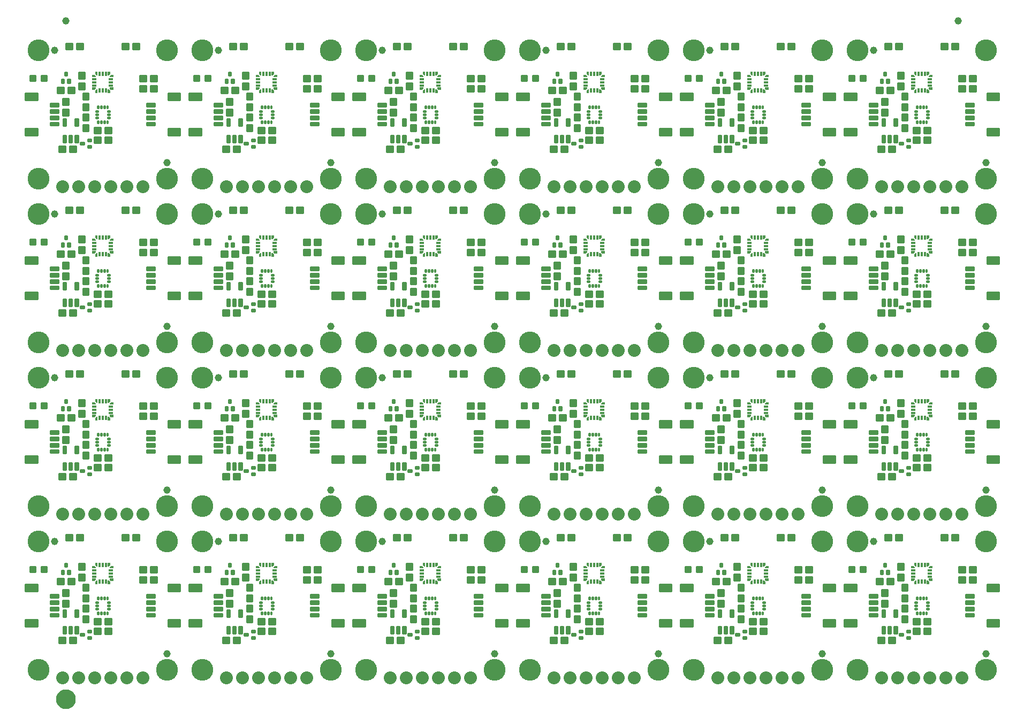
<source format=gts>
G04 EAGLE Gerber RS-274X export*
G75*
%MOMM*%
%FSLAX34Y34*%
%LPD*%
%INSoldermask Top*%
%IPPOS*%
%AMOC8*
5,1,8,0,0,1.08239X$1,22.5*%
G01*
%ADD10C,3.454400*%
%ADD11C,0.243431*%
%ADD12C,0.255816*%
%ADD13C,2.032000*%
%ADD14C,0.253509*%
%ADD15R,0.800000X0.400000*%
%ADD16R,0.400000X0.800000*%
%ADD17C,0.252862*%
%ADD18C,1.152400*%
%ADD19C,0.449434*%
%ADD20C,0.253525*%
%ADD21C,0.251081*%
%ADD22C,1.270000*%
%ADD23C,1.652400*%

G36*
X1439405Y943039D02*
X1439405Y943039D01*
X1439405Y943040D01*
X1439405Y947040D01*
X1439401Y947045D01*
X1439400Y947045D01*
X1433400Y947045D01*
X1433395Y947041D01*
X1433395Y947040D01*
X1433395Y945040D01*
X1433397Y945038D01*
X1433396Y945036D01*
X1435396Y943036D01*
X1435399Y943036D01*
X1435400Y943035D01*
X1439400Y943035D01*
X1439405Y943039D01*
G37*
G36*
X921245Y165799D02*
X921245Y165799D01*
X921245Y165800D01*
X921245Y169800D01*
X921241Y169805D01*
X921240Y169805D01*
X915240Y169805D01*
X915235Y169801D01*
X915235Y169800D01*
X915235Y167800D01*
X915237Y167798D01*
X915236Y167796D01*
X917236Y165796D01*
X917239Y165796D01*
X917240Y165795D01*
X921240Y165795D01*
X921245Y165799D01*
G37*
G36*
X403085Y424879D02*
X403085Y424879D01*
X403085Y424880D01*
X403085Y428880D01*
X403081Y428885D01*
X403080Y428885D01*
X397080Y428885D01*
X397075Y428881D01*
X397075Y428880D01*
X397075Y426880D01*
X397077Y426878D01*
X397076Y426876D01*
X399076Y424876D01*
X399079Y424876D01*
X399080Y424875D01*
X403080Y424875D01*
X403085Y424879D01*
G37*
G36*
X662165Y165799D02*
X662165Y165799D01*
X662165Y165800D01*
X662165Y169800D01*
X662161Y169805D01*
X662160Y169805D01*
X656160Y169805D01*
X656155Y169801D01*
X656155Y169800D01*
X656155Y167800D01*
X656157Y167798D01*
X656156Y167796D01*
X658156Y165796D01*
X658159Y165796D01*
X658160Y165795D01*
X662160Y165795D01*
X662165Y165799D01*
G37*
G36*
X403085Y165799D02*
X403085Y165799D01*
X403085Y165800D01*
X403085Y169800D01*
X403081Y169805D01*
X403080Y169805D01*
X397080Y169805D01*
X397075Y169801D01*
X397075Y169800D01*
X397075Y167800D01*
X397077Y167798D01*
X397076Y167796D01*
X399076Y165796D01*
X399079Y165796D01*
X399080Y165795D01*
X403080Y165795D01*
X403085Y165799D01*
G37*
G36*
X1439405Y165799D02*
X1439405Y165799D01*
X1439405Y165800D01*
X1439405Y169800D01*
X1439401Y169805D01*
X1439400Y169805D01*
X1433400Y169805D01*
X1433395Y169801D01*
X1433395Y169800D01*
X1433395Y167800D01*
X1433397Y167798D01*
X1433396Y167796D01*
X1435396Y165796D01*
X1435399Y165796D01*
X1435400Y165795D01*
X1439400Y165795D01*
X1439405Y165799D01*
G37*
G36*
X403085Y683959D02*
X403085Y683959D01*
X403085Y683960D01*
X403085Y687960D01*
X403081Y687965D01*
X403080Y687965D01*
X397080Y687965D01*
X397075Y687961D01*
X397075Y687960D01*
X397075Y685960D01*
X397077Y685958D01*
X397076Y685956D01*
X399076Y683956D01*
X399079Y683956D01*
X399080Y683955D01*
X403080Y683955D01*
X403085Y683959D01*
G37*
G36*
X921245Y424879D02*
X921245Y424879D01*
X921245Y424880D01*
X921245Y428880D01*
X921241Y428885D01*
X921240Y428885D01*
X915240Y428885D01*
X915235Y428881D01*
X915235Y428880D01*
X915235Y426880D01*
X915237Y426878D01*
X915236Y426876D01*
X917236Y424876D01*
X917239Y424876D01*
X917240Y424875D01*
X921240Y424875D01*
X921245Y424879D01*
G37*
G36*
X921245Y943039D02*
X921245Y943039D01*
X921245Y943040D01*
X921245Y947040D01*
X921241Y947045D01*
X921240Y947045D01*
X915240Y947045D01*
X915235Y947041D01*
X915235Y947040D01*
X915235Y945040D01*
X915237Y945038D01*
X915236Y945036D01*
X917236Y943036D01*
X917239Y943036D01*
X917240Y943035D01*
X921240Y943035D01*
X921245Y943039D01*
G37*
G36*
X144005Y165799D02*
X144005Y165799D01*
X144005Y165800D01*
X144005Y169800D01*
X144001Y169805D01*
X144000Y169805D01*
X138000Y169805D01*
X137995Y169801D01*
X137995Y169800D01*
X137995Y167800D01*
X137997Y167798D01*
X137996Y167796D01*
X139996Y165796D01*
X139999Y165796D01*
X140000Y165795D01*
X144000Y165795D01*
X144005Y165799D01*
G37*
G36*
X1180325Y165799D02*
X1180325Y165799D01*
X1180325Y165800D01*
X1180325Y169800D01*
X1180321Y169805D01*
X1180320Y169805D01*
X1174320Y169805D01*
X1174315Y169801D01*
X1174315Y169800D01*
X1174315Y167800D01*
X1174317Y167798D01*
X1174316Y167796D01*
X1176316Y165796D01*
X1176319Y165796D01*
X1176320Y165795D01*
X1180320Y165795D01*
X1180325Y165799D01*
G37*
G36*
X144005Y943039D02*
X144005Y943039D01*
X144005Y943040D01*
X144005Y947040D01*
X144001Y947045D01*
X144000Y947045D01*
X138000Y947045D01*
X137995Y947041D01*
X137995Y947040D01*
X137995Y945040D01*
X137997Y945038D01*
X137996Y945036D01*
X139996Y943036D01*
X139999Y943036D01*
X140000Y943035D01*
X144000Y943035D01*
X144005Y943039D01*
G37*
G36*
X1180325Y943039D02*
X1180325Y943039D01*
X1180325Y943040D01*
X1180325Y947040D01*
X1180321Y947045D01*
X1180320Y947045D01*
X1174320Y947045D01*
X1174315Y947041D01*
X1174315Y947040D01*
X1174315Y945040D01*
X1174317Y945038D01*
X1174316Y945036D01*
X1176316Y943036D01*
X1176319Y943036D01*
X1176320Y943035D01*
X1180320Y943035D01*
X1180325Y943039D01*
G37*
G36*
X403085Y943039D02*
X403085Y943039D01*
X403085Y943040D01*
X403085Y947040D01*
X403081Y947045D01*
X403080Y947045D01*
X397080Y947045D01*
X397075Y947041D01*
X397075Y947040D01*
X397075Y945040D01*
X397077Y945038D01*
X397076Y945036D01*
X399076Y943036D01*
X399079Y943036D01*
X399080Y943035D01*
X403080Y943035D01*
X403085Y943039D01*
G37*
G36*
X662165Y943039D02*
X662165Y943039D01*
X662165Y943040D01*
X662165Y947040D01*
X662161Y947045D01*
X662160Y947045D01*
X656160Y947045D01*
X656155Y947041D01*
X656155Y947040D01*
X656155Y945040D01*
X656157Y945038D01*
X656156Y945036D01*
X658156Y943036D01*
X658159Y943036D01*
X658160Y943035D01*
X662160Y943035D01*
X662165Y943039D01*
G37*
G36*
X1180325Y424879D02*
X1180325Y424879D01*
X1180325Y424880D01*
X1180325Y428880D01*
X1180321Y428885D01*
X1180320Y428885D01*
X1174320Y428885D01*
X1174315Y428881D01*
X1174315Y428880D01*
X1174315Y426880D01*
X1174317Y426878D01*
X1174316Y426876D01*
X1176316Y424876D01*
X1176319Y424876D01*
X1176320Y424875D01*
X1180320Y424875D01*
X1180325Y424879D01*
G37*
G36*
X921245Y683959D02*
X921245Y683959D01*
X921245Y683960D01*
X921245Y687960D01*
X921241Y687965D01*
X921240Y687965D01*
X915240Y687965D01*
X915235Y687961D01*
X915235Y687960D01*
X915235Y685960D01*
X915237Y685958D01*
X915236Y685956D01*
X917236Y683956D01*
X917239Y683956D01*
X917240Y683955D01*
X921240Y683955D01*
X921245Y683959D01*
G37*
G36*
X144005Y683959D02*
X144005Y683959D01*
X144005Y683960D01*
X144005Y687960D01*
X144001Y687965D01*
X144000Y687965D01*
X138000Y687965D01*
X137995Y687961D01*
X137995Y687960D01*
X137995Y685960D01*
X137997Y685958D01*
X137996Y685956D01*
X139996Y683956D01*
X139999Y683956D01*
X140000Y683955D01*
X144000Y683955D01*
X144005Y683959D01*
G37*
G36*
X1439405Y683959D02*
X1439405Y683959D01*
X1439405Y683960D01*
X1439405Y687960D01*
X1439401Y687965D01*
X1439400Y687965D01*
X1433400Y687965D01*
X1433395Y687961D01*
X1433395Y687960D01*
X1433395Y685960D01*
X1433397Y685958D01*
X1433396Y685956D01*
X1435396Y683956D01*
X1435399Y683956D01*
X1435400Y683955D01*
X1439400Y683955D01*
X1439405Y683959D01*
G37*
G36*
X662165Y424879D02*
X662165Y424879D01*
X662165Y424880D01*
X662165Y428880D01*
X662161Y428885D01*
X662160Y428885D01*
X656160Y428885D01*
X656155Y428881D01*
X656155Y428880D01*
X656155Y426880D01*
X656157Y426878D01*
X656156Y426876D01*
X658156Y424876D01*
X658159Y424876D01*
X658160Y424875D01*
X662160Y424875D01*
X662165Y424879D01*
G37*
G36*
X662165Y683959D02*
X662165Y683959D01*
X662165Y683960D01*
X662165Y687960D01*
X662161Y687965D01*
X662160Y687965D01*
X656160Y687965D01*
X656155Y687961D01*
X656155Y687960D01*
X656155Y685960D01*
X656157Y685958D01*
X656156Y685956D01*
X658156Y683956D01*
X658159Y683956D01*
X658160Y683955D01*
X662160Y683955D01*
X662165Y683959D01*
G37*
G36*
X144005Y424879D02*
X144005Y424879D01*
X144005Y424880D01*
X144005Y428880D01*
X144001Y428885D01*
X144000Y428885D01*
X138000Y428885D01*
X137995Y428881D01*
X137995Y428880D01*
X137995Y426880D01*
X137997Y426878D01*
X137996Y426876D01*
X139996Y424876D01*
X139999Y424876D01*
X140000Y424875D01*
X144000Y424875D01*
X144005Y424879D01*
G37*
G36*
X1180325Y683959D02*
X1180325Y683959D01*
X1180325Y683960D01*
X1180325Y687960D01*
X1180321Y687965D01*
X1180320Y687965D01*
X1174320Y687965D01*
X1174315Y687961D01*
X1174315Y687960D01*
X1174315Y685960D01*
X1174317Y685958D01*
X1174316Y685956D01*
X1176316Y683956D01*
X1176319Y683956D01*
X1176320Y683955D01*
X1180320Y683955D01*
X1180325Y683959D01*
G37*
G36*
X1439405Y424879D02*
X1439405Y424879D01*
X1439405Y424880D01*
X1439405Y428880D01*
X1439401Y428885D01*
X1439400Y428885D01*
X1433400Y428885D01*
X1433395Y428881D01*
X1433395Y428880D01*
X1433395Y426880D01*
X1433397Y426878D01*
X1433396Y426876D01*
X1435396Y424876D01*
X1435399Y424876D01*
X1435400Y424875D01*
X1439400Y424875D01*
X1439405Y424879D01*
G37*
G36*
X1155325Y706959D02*
X1155325Y706959D01*
X1155325Y706960D01*
X1155325Y712960D01*
X1155321Y712965D01*
X1155320Y712965D01*
X1151320Y712965D01*
X1151315Y712961D01*
X1151315Y712960D01*
X1151315Y708960D01*
X1151317Y708958D01*
X1151316Y708956D01*
X1153316Y706956D01*
X1153319Y706956D01*
X1153320Y706955D01*
X1155320Y706955D01*
X1155325Y706959D01*
G37*
G36*
X896245Y966039D02*
X896245Y966039D01*
X896245Y966040D01*
X896245Y972040D01*
X896241Y972045D01*
X896240Y972045D01*
X892240Y972045D01*
X892235Y972041D01*
X892235Y972040D01*
X892235Y968040D01*
X892237Y968038D01*
X892236Y968036D01*
X894236Y966036D01*
X894239Y966036D01*
X894240Y966035D01*
X896240Y966035D01*
X896245Y966039D01*
G37*
G36*
X637165Y966039D02*
X637165Y966039D01*
X637165Y966040D01*
X637165Y972040D01*
X637161Y972045D01*
X637160Y972045D01*
X633160Y972045D01*
X633155Y972041D01*
X633155Y972040D01*
X633155Y968040D01*
X633157Y968038D01*
X633156Y968036D01*
X635156Y966036D01*
X635159Y966036D01*
X635160Y966035D01*
X637160Y966035D01*
X637165Y966039D01*
G37*
G36*
X637165Y188799D02*
X637165Y188799D01*
X637165Y188800D01*
X637165Y194800D01*
X637161Y194805D01*
X637160Y194805D01*
X633160Y194805D01*
X633155Y194801D01*
X633155Y194800D01*
X633155Y190800D01*
X633157Y190798D01*
X633156Y190796D01*
X635156Y188796D01*
X635159Y188796D01*
X635160Y188795D01*
X637160Y188795D01*
X637165Y188799D01*
G37*
G36*
X378085Y188799D02*
X378085Y188799D01*
X378085Y188800D01*
X378085Y194800D01*
X378081Y194805D01*
X378080Y194805D01*
X374080Y194805D01*
X374075Y194801D01*
X374075Y194800D01*
X374075Y190800D01*
X374077Y190798D01*
X374076Y190796D01*
X376076Y188796D01*
X376079Y188796D01*
X376080Y188795D01*
X378080Y188795D01*
X378085Y188799D01*
G37*
G36*
X119005Y966039D02*
X119005Y966039D01*
X119005Y966040D01*
X119005Y972040D01*
X119001Y972045D01*
X119000Y972045D01*
X115000Y972045D01*
X114995Y972041D01*
X114995Y972040D01*
X114995Y968040D01*
X114997Y968038D01*
X114996Y968036D01*
X116996Y966036D01*
X116999Y966036D01*
X117000Y966035D01*
X119000Y966035D01*
X119005Y966039D01*
G37*
G36*
X1414405Y447879D02*
X1414405Y447879D01*
X1414405Y447880D01*
X1414405Y453880D01*
X1414401Y453885D01*
X1414400Y453885D01*
X1410400Y453885D01*
X1410395Y453881D01*
X1410395Y453880D01*
X1410395Y449880D01*
X1410397Y449878D01*
X1410396Y449876D01*
X1412396Y447876D01*
X1412399Y447876D01*
X1412400Y447875D01*
X1414400Y447875D01*
X1414405Y447879D01*
G37*
G36*
X1414405Y966039D02*
X1414405Y966039D01*
X1414405Y966040D01*
X1414405Y972040D01*
X1414401Y972045D01*
X1414400Y972045D01*
X1410400Y972045D01*
X1410395Y972041D01*
X1410395Y972040D01*
X1410395Y968040D01*
X1410397Y968038D01*
X1410396Y968036D01*
X1412396Y966036D01*
X1412399Y966036D01*
X1412400Y966035D01*
X1414400Y966035D01*
X1414405Y966039D01*
G37*
G36*
X1155325Y966039D02*
X1155325Y966039D01*
X1155325Y966040D01*
X1155325Y972040D01*
X1155321Y972045D01*
X1155320Y972045D01*
X1151320Y972045D01*
X1151315Y972041D01*
X1151315Y972040D01*
X1151315Y968040D01*
X1151317Y968038D01*
X1151316Y968036D01*
X1153316Y966036D01*
X1153319Y966036D01*
X1153320Y966035D01*
X1155320Y966035D01*
X1155325Y966039D01*
G37*
G36*
X1155325Y188799D02*
X1155325Y188799D01*
X1155325Y188800D01*
X1155325Y194800D01*
X1155321Y194805D01*
X1155320Y194805D01*
X1151320Y194805D01*
X1151315Y194801D01*
X1151315Y194800D01*
X1151315Y190800D01*
X1151317Y190798D01*
X1151316Y190796D01*
X1153316Y188796D01*
X1153319Y188796D01*
X1153320Y188795D01*
X1155320Y188795D01*
X1155325Y188799D01*
G37*
G36*
X119005Y188799D02*
X119005Y188799D01*
X119005Y188800D01*
X119005Y194800D01*
X119001Y194805D01*
X119000Y194805D01*
X115000Y194805D01*
X114995Y194801D01*
X114995Y194800D01*
X114995Y190800D01*
X114997Y190798D01*
X114996Y190796D01*
X116996Y188796D01*
X116999Y188796D01*
X117000Y188795D01*
X119000Y188795D01*
X119005Y188799D01*
G37*
G36*
X378085Y966039D02*
X378085Y966039D01*
X378085Y966040D01*
X378085Y972040D01*
X378081Y972045D01*
X378080Y972045D01*
X374080Y972045D01*
X374075Y972041D01*
X374075Y972040D01*
X374075Y968040D01*
X374077Y968038D01*
X374076Y968036D01*
X376076Y966036D01*
X376079Y966036D01*
X376080Y966035D01*
X378080Y966035D01*
X378085Y966039D01*
G37*
G36*
X896245Y188799D02*
X896245Y188799D01*
X896245Y188800D01*
X896245Y194800D01*
X896241Y194805D01*
X896240Y194805D01*
X892240Y194805D01*
X892235Y194801D01*
X892235Y194800D01*
X892235Y190800D01*
X892237Y190798D01*
X892236Y190796D01*
X894236Y188796D01*
X894239Y188796D01*
X894240Y188795D01*
X896240Y188795D01*
X896245Y188799D01*
G37*
G36*
X378085Y706959D02*
X378085Y706959D01*
X378085Y706960D01*
X378085Y712960D01*
X378081Y712965D01*
X378080Y712965D01*
X374080Y712965D01*
X374075Y712961D01*
X374075Y712960D01*
X374075Y708960D01*
X374077Y708958D01*
X374076Y708956D01*
X376076Y706956D01*
X376079Y706956D01*
X376080Y706955D01*
X378080Y706955D01*
X378085Y706959D01*
G37*
G36*
X1155325Y447879D02*
X1155325Y447879D01*
X1155325Y447880D01*
X1155325Y453880D01*
X1155321Y453885D01*
X1155320Y453885D01*
X1151320Y453885D01*
X1151315Y453881D01*
X1151315Y453880D01*
X1151315Y449880D01*
X1151317Y449878D01*
X1151316Y449876D01*
X1153316Y447876D01*
X1153319Y447876D01*
X1153320Y447875D01*
X1155320Y447875D01*
X1155325Y447879D01*
G37*
G36*
X119005Y706959D02*
X119005Y706959D01*
X119005Y706960D01*
X119005Y712960D01*
X119001Y712965D01*
X119000Y712965D01*
X115000Y712965D01*
X114995Y712961D01*
X114995Y712960D01*
X114995Y708960D01*
X114997Y708958D01*
X114996Y708956D01*
X116996Y706956D01*
X116999Y706956D01*
X117000Y706955D01*
X119000Y706955D01*
X119005Y706959D01*
G37*
G36*
X637165Y447879D02*
X637165Y447879D01*
X637165Y447880D01*
X637165Y453880D01*
X637161Y453885D01*
X637160Y453885D01*
X633160Y453885D01*
X633155Y453881D01*
X633155Y453880D01*
X633155Y449880D01*
X633157Y449878D01*
X633156Y449876D01*
X635156Y447876D01*
X635159Y447876D01*
X635160Y447875D01*
X637160Y447875D01*
X637165Y447879D01*
G37*
G36*
X896245Y706959D02*
X896245Y706959D01*
X896245Y706960D01*
X896245Y712960D01*
X896241Y712965D01*
X896240Y712965D01*
X892240Y712965D01*
X892235Y712961D01*
X892235Y712960D01*
X892235Y708960D01*
X892237Y708958D01*
X892236Y708956D01*
X894236Y706956D01*
X894239Y706956D01*
X894240Y706955D01*
X896240Y706955D01*
X896245Y706959D01*
G37*
G36*
X1414405Y188799D02*
X1414405Y188799D01*
X1414405Y188800D01*
X1414405Y194800D01*
X1414401Y194805D01*
X1414400Y194805D01*
X1410400Y194805D01*
X1410395Y194801D01*
X1410395Y194800D01*
X1410395Y190800D01*
X1410397Y190798D01*
X1410396Y190796D01*
X1412396Y188796D01*
X1412399Y188796D01*
X1412400Y188795D01*
X1414400Y188795D01*
X1414405Y188799D01*
G37*
G36*
X896245Y447879D02*
X896245Y447879D01*
X896245Y447880D01*
X896245Y453880D01*
X896241Y453885D01*
X896240Y453885D01*
X892240Y453885D01*
X892235Y453881D01*
X892235Y453880D01*
X892235Y449880D01*
X892237Y449878D01*
X892236Y449876D01*
X894236Y447876D01*
X894239Y447876D01*
X894240Y447875D01*
X896240Y447875D01*
X896245Y447879D01*
G37*
G36*
X378085Y447879D02*
X378085Y447879D01*
X378085Y447880D01*
X378085Y453880D01*
X378081Y453885D01*
X378080Y453885D01*
X374080Y453885D01*
X374075Y453881D01*
X374075Y453880D01*
X374075Y449880D01*
X374077Y449878D01*
X374076Y449876D01*
X376076Y447876D01*
X376079Y447876D01*
X376080Y447875D01*
X378080Y447875D01*
X378085Y447879D01*
G37*
G36*
X1414405Y706959D02*
X1414405Y706959D01*
X1414405Y706960D01*
X1414405Y712960D01*
X1414401Y712965D01*
X1414400Y712965D01*
X1410400Y712965D01*
X1410395Y712961D01*
X1410395Y712960D01*
X1410395Y708960D01*
X1410397Y708958D01*
X1410396Y708956D01*
X1412396Y706956D01*
X1412399Y706956D01*
X1412400Y706955D01*
X1414400Y706955D01*
X1414405Y706959D01*
G37*
G36*
X637165Y706959D02*
X637165Y706959D01*
X637165Y706960D01*
X637165Y712960D01*
X637161Y712965D01*
X637160Y712965D01*
X633160Y712965D01*
X633155Y712961D01*
X633155Y712960D01*
X633155Y708960D01*
X633157Y708958D01*
X633156Y708956D01*
X635156Y706956D01*
X635159Y706956D01*
X635160Y706955D01*
X637160Y706955D01*
X637165Y706959D01*
G37*
G36*
X119005Y447879D02*
X119005Y447879D01*
X119005Y447880D01*
X119005Y453880D01*
X119001Y453885D01*
X119000Y453885D01*
X115000Y453885D01*
X114995Y453881D01*
X114995Y453880D01*
X114995Y449880D01*
X114997Y449878D01*
X114996Y449876D01*
X116996Y447876D01*
X116999Y447876D01*
X117000Y447875D01*
X119000Y447875D01*
X119005Y447879D01*
G37*
G36*
X1155325Y938039D02*
X1155325Y938039D01*
X1155325Y938040D01*
X1155325Y944040D01*
X1155321Y944045D01*
X1155320Y944045D01*
X1153320Y944045D01*
X1153318Y944043D01*
X1153316Y944044D01*
X1151316Y942044D01*
X1151316Y942042D01*
X1151315Y942040D01*
X1151315Y938040D01*
X1151319Y938035D01*
X1151320Y938035D01*
X1155320Y938035D01*
X1155325Y938039D01*
G37*
G36*
X637165Y160799D02*
X637165Y160799D01*
X637165Y160800D01*
X637165Y166800D01*
X637161Y166805D01*
X637160Y166805D01*
X635160Y166805D01*
X635158Y166803D01*
X635156Y166804D01*
X633156Y164804D01*
X633156Y164802D01*
X633155Y164800D01*
X633155Y160800D01*
X633159Y160795D01*
X633160Y160795D01*
X637160Y160795D01*
X637165Y160799D01*
G37*
G36*
X896245Y419879D02*
X896245Y419879D01*
X896245Y419880D01*
X896245Y425880D01*
X896241Y425885D01*
X896240Y425885D01*
X894240Y425885D01*
X894238Y425883D01*
X894236Y425884D01*
X892236Y423884D01*
X892236Y423882D01*
X892235Y423880D01*
X892235Y419880D01*
X892239Y419875D01*
X892240Y419875D01*
X896240Y419875D01*
X896245Y419879D01*
G37*
G36*
X1414405Y419879D02*
X1414405Y419879D01*
X1414405Y419880D01*
X1414405Y425880D01*
X1414401Y425885D01*
X1414400Y425885D01*
X1412400Y425885D01*
X1412398Y425883D01*
X1412396Y425884D01*
X1410396Y423884D01*
X1410396Y423882D01*
X1410395Y423880D01*
X1410395Y419880D01*
X1410399Y419875D01*
X1410400Y419875D01*
X1414400Y419875D01*
X1414405Y419879D01*
G37*
G36*
X1414405Y938039D02*
X1414405Y938039D01*
X1414405Y938040D01*
X1414405Y944040D01*
X1414401Y944045D01*
X1414400Y944045D01*
X1412400Y944045D01*
X1412398Y944043D01*
X1412396Y944044D01*
X1410396Y942044D01*
X1410396Y942042D01*
X1410395Y942040D01*
X1410395Y938040D01*
X1410399Y938035D01*
X1410400Y938035D01*
X1414400Y938035D01*
X1414405Y938039D01*
G37*
G36*
X378085Y938039D02*
X378085Y938039D01*
X378085Y938040D01*
X378085Y944040D01*
X378081Y944045D01*
X378080Y944045D01*
X376080Y944045D01*
X376078Y944043D01*
X376076Y944044D01*
X374076Y942044D01*
X374076Y942042D01*
X374075Y942040D01*
X374075Y938040D01*
X374079Y938035D01*
X374080Y938035D01*
X378080Y938035D01*
X378085Y938039D01*
G37*
G36*
X896245Y938039D02*
X896245Y938039D01*
X896245Y938040D01*
X896245Y944040D01*
X896241Y944045D01*
X896240Y944045D01*
X894240Y944045D01*
X894238Y944043D01*
X894236Y944044D01*
X892236Y942044D01*
X892236Y942042D01*
X892235Y942040D01*
X892235Y938040D01*
X892239Y938035D01*
X892240Y938035D01*
X896240Y938035D01*
X896245Y938039D01*
G37*
G36*
X119005Y419879D02*
X119005Y419879D01*
X119005Y419880D01*
X119005Y425880D01*
X119001Y425885D01*
X119000Y425885D01*
X117000Y425885D01*
X116998Y425883D01*
X116996Y425884D01*
X114996Y423884D01*
X114996Y423882D01*
X114995Y423880D01*
X114995Y419880D01*
X114999Y419875D01*
X115000Y419875D01*
X119000Y419875D01*
X119005Y419879D01*
G37*
G36*
X637165Y938039D02*
X637165Y938039D01*
X637165Y938040D01*
X637165Y944040D01*
X637161Y944045D01*
X637160Y944045D01*
X635160Y944045D01*
X635158Y944043D01*
X635156Y944044D01*
X633156Y942044D01*
X633156Y942042D01*
X633155Y942040D01*
X633155Y938040D01*
X633159Y938035D01*
X633160Y938035D01*
X637160Y938035D01*
X637165Y938039D01*
G37*
G36*
X119005Y938039D02*
X119005Y938039D01*
X119005Y938040D01*
X119005Y944040D01*
X119001Y944045D01*
X119000Y944045D01*
X117000Y944045D01*
X116998Y944043D01*
X116996Y944044D01*
X114996Y942044D01*
X114996Y942042D01*
X114995Y942040D01*
X114995Y938040D01*
X114999Y938035D01*
X115000Y938035D01*
X119000Y938035D01*
X119005Y938039D01*
G37*
G36*
X1155325Y419879D02*
X1155325Y419879D01*
X1155325Y419880D01*
X1155325Y425880D01*
X1155321Y425885D01*
X1155320Y425885D01*
X1153320Y425885D01*
X1153318Y425883D01*
X1153316Y425884D01*
X1151316Y423884D01*
X1151316Y423882D01*
X1151315Y423880D01*
X1151315Y419880D01*
X1151319Y419875D01*
X1151320Y419875D01*
X1155320Y419875D01*
X1155325Y419879D01*
G37*
G36*
X378085Y419879D02*
X378085Y419879D01*
X378085Y419880D01*
X378085Y425880D01*
X378081Y425885D01*
X378080Y425885D01*
X376080Y425885D01*
X376078Y425883D01*
X376076Y425884D01*
X374076Y423884D01*
X374076Y423882D01*
X374075Y423880D01*
X374075Y419880D01*
X374079Y419875D01*
X374080Y419875D01*
X378080Y419875D01*
X378085Y419879D01*
G37*
G36*
X637165Y419879D02*
X637165Y419879D01*
X637165Y419880D01*
X637165Y425880D01*
X637161Y425885D01*
X637160Y425885D01*
X635160Y425885D01*
X635158Y425883D01*
X635156Y425884D01*
X633156Y423884D01*
X633156Y423882D01*
X633155Y423880D01*
X633155Y419880D01*
X633159Y419875D01*
X633160Y419875D01*
X637160Y419875D01*
X637165Y419879D01*
G37*
G36*
X1155325Y160799D02*
X1155325Y160799D01*
X1155325Y160800D01*
X1155325Y166800D01*
X1155321Y166805D01*
X1155320Y166805D01*
X1153320Y166805D01*
X1153318Y166803D01*
X1153316Y166804D01*
X1151316Y164804D01*
X1151316Y164802D01*
X1151315Y164800D01*
X1151315Y160800D01*
X1151319Y160795D01*
X1151320Y160795D01*
X1155320Y160795D01*
X1155325Y160799D01*
G37*
G36*
X378085Y160799D02*
X378085Y160799D01*
X378085Y160800D01*
X378085Y166800D01*
X378081Y166805D01*
X378080Y166805D01*
X376080Y166805D01*
X376078Y166803D01*
X376076Y166804D01*
X374076Y164804D01*
X374076Y164802D01*
X374075Y164800D01*
X374075Y160800D01*
X374079Y160795D01*
X374080Y160795D01*
X378080Y160795D01*
X378085Y160799D01*
G37*
G36*
X119005Y160799D02*
X119005Y160799D01*
X119005Y160800D01*
X119005Y166800D01*
X119001Y166805D01*
X119000Y166805D01*
X117000Y166805D01*
X116998Y166803D01*
X116996Y166804D01*
X114996Y164804D01*
X114996Y164802D01*
X114995Y164800D01*
X114995Y160800D01*
X114999Y160795D01*
X115000Y160795D01*
X119000Y160795D01*
X119005Y160799D01*
G37*
G36*
X1414405Y160799D02*
X1414405Y160799D01*
X1414405Y160800D01*
X1414405Y166800D01*
X1414401Y166805D01*
X1414400Y166805D01*
X1412400Y166805D01*
X1412398Y166803D01*
X1412396Y166804D01*
X1410396Y164804D01*
X1410396Y164802D01*
X1410395Y164800D01*
X1410395Y160800D01*
X1410399Y160795D01*
X1410400Y160795D01*
X1414400Y160795D01*
X1414405Y160799D01*
G37*
G36*
X896245Y160799D02*
X896245Y160799D01*
X896245Y160800D01*
X896245Y166800D01*
X896241Y166805D01*
X896240Y166805D01*
X894240Y166805D01*
X894238Y166803D01*
X894236Y166804D01*
X892236Y164804D01*
X892236Y164802D01*
X892235Y164800D01*
X892235Y160800D01*
X892239Y160795D01*
X892240Y160795D01*
X896240Y160795D01*
X896245Y160799D01*
G37*
G36*
X637165Y678959D02*
X637165Y678959D01*
X637165Y678960D01*
X637165Y684960D01*
X637161Y684965D01*
X637160Y684965D01*
X635160Y684965D01*
X635158Y684963D01*
X635156Y684964D01*
X633156Y682964D01*
X633156Y682962D01*
X633155Y682960D01*
X633155Y678960D01*
X633159Y678955D01*
X633160Y678955D01*
X637160Y678955D01*
X637165Y678959D01*
G37*
G36*
X896245Y678959D02*
X896245Y678959D01*
X896245Y678960D01*
X896245Y684960D01*
X896241Y684965D01*
X896240Y684965D01*
X894240Y684965D01*
X894238Y684963D01*
X894236Y684964D01*
X892236Y682964D01*
X892236Y682962D01*
X892235Y682960D01*
X892235Y678960D01*
X892239Y678955D01*
X892240Y678955D01*
X896240Y678955D01*
X896245Y678959D01*
G37*
G36*
X1414405Y678959D02*
X1414405Y678959D01*
X1414405Y678960D01*
X1414405Y684960D01*
X1414401Y684965D01*
X1414400Y684965D01*
X1412400Y684965D01*
X1412398Y684963D01*
X1412396Y684964D01*
X1410396Y682964D01*
X1410396Y682962D01*
X1410395Y682960D01*
X1410395Y678960D01*
X1410399Y678955D01*
X1410400Y678955D01*
X1414400Y678955D01*
X1414405Y678959D01*
G37*
G36*
X378085Y678959D02*
X378085Y678959D01*
X378085Y678960D01*
X378085Y684960D01*
X378081Y684965D01*
X378080Y684965D01*
X376080Y684965D01*
X376078Y684963D01*
X376076Y684964D01*
X374076Y682964D01*
X374076Y682962D01*
X374075Y682960D01*
X374075Y678960D01*
X374079Y678955D01*
X374080Y678955D01*
X378080Y678955D01*
X378085Y678959D01*
G37*
G36*
X119005Y678959D02*
X119005Y678959D01*
X119005Y678960D01*
X119005Y684960D01*
X119001Y684965D01*
X119000Y684965D01*
X117000Y684965D01*
X116998Y684963D01*
X116996Y684964D01*
X114996Y682964D01*
X114996Y682962D01*
X114995Y682960D01*
X114995Y678960D01*
X114999Y678955D01*
X115000Y678955D01*
X119000Y678955D01*
X119005Y678959D01*
G37*
G36*
X1155325Y678959D02*
X1155325Y678959D01*
X1155325Y678960D01*
X1155325Y684960D01*
X1155321Y684965D01*
X1155320Y684965D01*
X1153320Y684965D01*
X1153318Y684963D01*
X1153316Y684964D01*
X1151316Y682964D01*
X1151316Y682962D01*
X1151315Y682960D01*
X1151315Y678960D01*
X1151319Y678955D01*
X1151320Y678955D01*
X1155320Y678955D01*
X1155325Y678959D01*
G37*
G36*
X1150322Y165797D02*
X1150322Y165797D01*
X1150324Y165796D01*
X1152324Y167796D01*
X1152324Y167799D01*
X1152325Y167800D01*
X1152325Y169800D01*
X1152321Y169805D01*
X1152320Y169805D01*
X1146320Y169805D01*
X1146315Y169801D01*
X1146315Y169800D01*
X1146315Y165800D01*
X1146319Y165795D01*
X1146320Y165795D01*
X1150320Y165795D01*
X1150322Y165797D01*
G37*
G36*
X1409402Y165797D02*
X1409402Y165797D01*
X1409404Y165796D01*
X1411404Y167796D01*
X1411404Y167799D01*
X1411405Y167800D01*
X1411405Y169800D01*
X1411401Y169805D01*
X1411400Y169805D01*
X1405400Y169805D01*
X1405395Y169801D01*
X1405395Y169800D01*
X1405395Y165800D01*
X1405399Y165795D01*
X1405400Y165795D01*
X1409400Y165795D01*
X1409402Y165797D01*
G37*
G36*
X1150322Y943037D02*
X1150322Y943037D01*
X1150324Y943036D01*
X1152324Y945036D01*
X1152324Y945039D01*
X1152325Y945040D01*
X1152325Y947040D01*
X1152321Y947045D01*
X1152320Y947045D01*
X1146320Y947045D01*
X1146315Y947041D01*
X1146315Y947040D01*
X1146315Y943040D01*
X1146319Y943035D01*
X1146320Y943035D01*
X1150320Y943035D01*
X1150322Y943037D01*
G37*
G36*
X114002Y943037D02*
X114002Y943037D01*
X114004Y943036D01*
X116004Y945036D01*
X116004Y945039D01*
X116005Y945040D01*
X116005Y947040D01*
X116001Y947045D01*
X116000Y947045D01*
X110000Y947045D01*
X109995Y947041D01*
X109995Y947040D01*
X109995Y943040D01*
X109999Y943035D01*
X110000Y943035D01*
X114000Y943035D01*
X114002Y943037D01*
G37*
G36*
X632162Y943037D02*
X632162Y943037D01*
X632164Y943036D01*
X634164Y945036D01*
X634164Y945039D01*
X634165Y945040D01*
X634165Y947040D01*
X634161Y947045D01*
X634160Y947045D01*
X628160Y947045D01*
X628155Y947041D01*
X628155Y947040D01*
X628155Y943040D01*
X628159Y943035D01*
X628160Y943035D01*
X632160Y943035D01*
X632162Y943037D01*
G37*
G36*
X373082Y683957D02*
X373082Y683957D01*
X373084Y683956D01*
X375084Y685956D01*
X375084Y685959D01*
X375085Y685960D01*
X375085Y687960D01*
X375081Y687965D01*
X375080Y687965D01*
X369080Y687965D01*
X369075Y687961D01*
X369075Y687960D01*
X369075Y683960D01*
X369079Y683955D01*
X369080Y683955D01*
X373080Y683955D01*
X373082Y683957D01*
G37*
G36*
X632162Y165797D02*
X632162Y165797D01*
X632164Y165796D01*
X634164Y167796D01*
X634164Y167799D01*
X634165Y167800D01*
X634165Y169800D01*
X634161Y169805D01*
X634160Y169805D01*
X628160Y169805D01*
X628155Y169801D01*
X628155Y169800D01*
X628155Y165800D01*
X628159Y165795D01*
X628160Y165795D01*
X632160Y165795D01*
X632162Y165797D01*
G37*
G36*
X1409402Y683957D02*
X1409402Y683957D01*
X1409404Y683956D01*
X1411404Y685956D01*
X1411404Y685959D01*
X1411405Y685960D01*
X1411405Y687960D01*
X1411401Y687965D01*
X1411400Y687965D01*
X1405400Y687965D01*
X1405395Y687961D01*
X1405395Y687960D01*
X1405395Y683960D01*
X1405399Y683955D01*
X1405400Y683955D01*
X1409400Y683955D01*
X1409402Y683957D01*
G37*
G36*
X373082Y943037D02*
X373082Y943037D01*
X373084Y943036D01*
X375084Y945036D01*
X375084Y945039D01*
X375085Y945040D01*
X375085Y947040D01*
X375081Y947045D01*
X375080Y947045D01*
X369080Y947045D01*
X369075Y947041D01*
X369075Y947040D01*
X369075Y943040D01*
X369079Y943035D01*
X369080Y943035D01*
X373080Y943035D01*
X373082Y943037D01*
G37*
G36*
X632162Y683957D02*
X632162Y683957D01*
X632164Y683956D01*
X634164Y685956D01*
X634164Y685959D01*
X634165Y685960D01*
X634165Y687960D01*
X634161Y687965D01*
X634160Y687965D01*
X628160Y687965D01*
X628155Y687961D01*
X628155Y687960D01*
X628155Y683960D01*
X628159Y683955D01*
X628160Y683955D01*
X632160Y683955D01*
X632162Y683957D01*
G37*
G36*
X1409402Y943037D02*
X1409402Y943037D01*
X1409404Y943036D01*
X1411404Y945036D01*
X1411404Y945039D01*
X1411405Y945040D01*
X1411405Y947040D01*
X1411401Y947045D01*
X1411400Y947045D01*
X1405400Y947045D01*
X1405395Y947041D01*
X1405395Y947040D01*
X1405395Y943040D01*
X1405399Y943035D01*
X1405400Y943035D01*
X1409400Y943035D01*
X1409402Y943037D01*
G37*
G36*
X373082Y424877D02*
X373082Y424877D01*
X373084Y424876D01*
X375084Y426876D01*
X375084Y426879D01*
X375085Y426880D01*
X375085Y428880D01*
X375081Y428885D01*
X375080Y428885D01*
X369080Y428885D01*
X369075Y428881D01*
X369075Y428880D01*
X369075Y424880D01*
X369079Y424875D01*
X369080Y424875D01*
X373080Y424875D01*
X373082Y424877D01*
G37*
G36*
X891242Y943037D02*
X891242Y943037D01*
X891244Y943036D01*
X893244Y945036D01*
X893244Y945039D01*
X893245Y945040D01*
X893245Y947040D01*
X893241Y947045D01*
X893240Y947045D01*
X887240Y947045D01*
X887235Y947041D01*
X887235Y947040D01*
X887235Y943040D01*
X887239Y943035D01*
X887240Y943035D01*
X891240Y943035D01*
X891242Y943037D01*
G37*
G36*
X114002Y165797D02*
X114002Y165797D01*
X114004Y165796D01*
X116004Y167796D01*
X116004Y167799D01*
X116005Y167800D01*
X116005Y169800D01*
X116001Y169805D01*
X116000Y169805D01*
X110000Y169805D01*
X109995Y169801D01*
X109995Y169800D01*
X109995Y165800D01*
X109999Y165795D01*
X110000Y165795D01*
X114000Y165795D01*
X114002Y165797D01*
G37*
G36*
X891242Y683957D02*
X891242Y683957D01*
X891244Y683956D01*
X893244Y685956D01*
X893244Y685959D01*
X893245Y685960D01*
X893245Y687960D01*
X893241Y687965D01*
X893240Y687965D01*
X887240Y687965D01*
X887235Y687961D01*
X887235Y687960D01*
X887235Y683960D01*
X887239Y683955D01*
X887240Y683955D01*
X891240Y683955D01*
X891242Y683957D01*
G37*
G36*
X891242Y165797D02*
X891242Y165797D01*
X891244Y165796D01*
X893244Y167796D01*
X893244Y167799D01*
X893245Y167800D01*
X893245Y169800D01*
X893241Y169805D01*
X893240Y169805D01*
X887240Y169805D01*
X887235Y169801D01*
X887235Y169800D01*
X887235Y165800D01*
X887239Y165795D01*
X887240Y165795D01*
X891240Y165795D01*
X891242Y165797D01*
G37*
G36*
X373082Y165797D02*
X373082Y165797D01*
X373084Y165796D01*
X375084Y167796D01*
X375084Y167799D01*
X375085Y167800D01*
X375085Y169800D01*
X375081Y169805D01*
X375080Y169805D01*
X369080Y169805D01*
X369075Y169801D01*
X369075Y169800D01*
X369075Y165800D01*
X369079Y165795D01*
X369080Y165795D01*
X373080Y165795D01*
X373082Y165797D01*
G37*
G36*
X1409402Y424877D02*
X1409402Y424877D01*
X1409404Y424876D01*
X1411404Y426876D01*
X1411404Y426879D01*
X1411405Y426880D01*
X1411405Y428880D01*
X1411401Y428885D01*
X1411400Y428885D01*
X1405400Y428885D01*
X1405395Y428881D01*
X1405395Y428880D01*
X1405395Y424880D01*
X1405399Y424875D01*
X1405400Y424875D01*
X1409400Y424875D01*
X1409402Y424877D01*
G37*
G36*
X632162Y424877D02*
X632162Y424877D01*
X632164Y424876D01*
X634164Y426876D01*
X634164Y426879D01*
X634165Y426880D01*
X634165Y428880D01*
X634161Y428885D01*
X634160Y428885D01*
X628160Y428885D01*
X628155Y428881D01*
X628155Y428880D01*
X628155Y424880D01*
X628159Y424875D01*
X628160Y424875D01*
X632160Y424875D01*
X632162Y424877D01*
G37*
G36*
X1150322Y424877D02*
X1150322Y424877D01*
X1150324Y424876D01*
X1152324Y426876D01*
X1152324Y426879D01*
X1152325Y426880D01*
X1152325Y428880D01*
X1152321Y428885D01*
X1152320Y428885D01*
X1146320Y428885D01*
X1146315Y428881D01*
X1146315Y428880D01*
X1146315Y424880D01*
X1146319Y424875D01*
X1146320Y424875D01*
X1150320Y424875D01*
X1150322Y424877D01*
G37*
G36*
X114002Y424877D02*
X114002Y424877D01*
X114004Y424876D01*
X116004Y426876D01*
X116004Y426879D01*
X116005Y426880D01*
X116005Y428880D01*
X116001Y428885D01*
X116000Y428885D01*
X110000Y428885D01*
X109995Y428881D01*
X109995Y428880D01*
X109995Y424880D01*
X109999Y424875D01*
X110000Y424875D01*
X114000Y424875D01*
X114002Y424877D01*
G37*
G36*
X891242Y424877D02*
X891242Y424877D01*
X891244Y424876D01*
X893244Y426876D01*
X893244Y426879D01*
X893245Y426880D01*
X893245Y428880D01*
X893241Y428885D01*
X893240Y428885D01*
X887240Y428885D01*
X887235Y428881D01*
X887235Y428880D01*
X887235Y424880D01*
X887239Y424875D01*
X887240Y424875D01*
X891240Y424875D01*
X891242Y424877D01*
G37*
G36*
X114002Y683957D02*
X114002Y683957D01*
X114004Y683956D01*
X116004Y685956D01*
X116004Y685959D01*
X116005Y685960D01*
X116005Y687960D01*
X116001Y687965D01*
X116000Y687965D01*
X110000Y687965D01*
X109995Y687961D01*
X109995Y687960D01*
X109995Y683960D01*
X109999Y683955D01*
X110000Y683955D01*
X114000Y683955D01*
X114002Y683957D01*
G37*
G36*
X1150322Y683957D02*
X1150322Y683957D01*
X1150324Y683956D01*
X1152324Y685956D01*
X1152324Y685959D01*
X1152325Y685960D01*
X1152325Y687960D01*
X1152321Y687965D01*
X1152320Y687965D01*
X1146320Y687965D01*
X1146315Y687961D01*
X1146315Y687960D01*
X1146315Y683960D01*
X1146319Y683955D01*
X1146320Y683955D01*
X1150320Y683955D01*
X1150322Y683957D01*
G37*
G36*
X396082Y966037D02*
X396082Y966037D01*
X396084Y966036D01*
X398084Y968036D01*
X398084Y968039D01*
X398085Y968040D01*
X398085Y972040D01*
X398081Y972045D01*
X398080Y972045D01*
X394080Y972045D01*
X394075Y972041D01*
X394075Y972040D01*
X394075Y966040D01*
X394079Y966035D01*
X394080Y966035D01*
X396080Y966035D01*
X396082Y966037D01*
G37*
G36*
X1173322Y966037D02*
X1173322Y966037D01*
X1173324Y966036D01*
X1175324Y968036D01*
X1175324Y968039D01*
X1175325Y968040D01*
X1175325Y972040D01*
X1175321Y972045D01*
X1175320Y972045D01*
X1171320Y972045D01*
X1171315Y972041D01*
X1171315Y972040D01*
X1171315Y966040D01*
X1171319Y966035D01*
X1171320Y966035D01*
X1173320Y966035D01*
X1173322Y966037D01*
G37*
G36*
X1432402Y966037D02*
X1432402Y966037D01*
X1432404Y966036D01*
X1434404Y968036D01*
X1434404Y968039D01*
X1434405Y968040D01*
X1434405Y972040D01*
X1434401Y972045D01*
X1434400Y972045D01*
X1430400Y972045D01*
X1430395Y972041D01*
X1430395Y972040D01*
X1430395Y966040D01*
X1430399Y966035D01*
X1430400Y966035D01*
X1432400Y966035D01*
X1432402Y966037D01*
G37*
G36*
X1173322Y188797D02*
X1173322Y188797D01*
X1173324Y188796D01*
X1175324Y190796D01*
X1175324Y190799D01*
X1175325Y190800D01*
X1175325Y194800D01*
X1175321Y194805D01*
X1175320Y194805D01*
X1171320Y194805D01*
X1171315Y194801D01*
X1171315Y194800D01*
X1171315Y188800D01*
X1171319Y188795D01*
X1171320Y188795D01*
X1173320Y188795D01*
X1173322Y188797D01*
G37*
G36*
X396082Y188797D02*
X396082Y188797D01*
X396084Y188796D01*
X398084Y190796D01*
X398084Y190799D01*
X398085Y190800D01*
X398085Y194800D01*
X398081Y194805D01*
X398080Y194805D01*
X394080Y194805D01*
X394075Y194801D01*
X394075Y194800D01*
X394075Y188800D01*
X394079Y188795D01*
X394080Y188795D01*
X396080Y188795D01*
X396082Y188797D01*
G37*
G36*
X914242Y706957D02*
X914242Y706957D01*
X914244Y706956D01*
X916244Y708956D01*
X916244Y708959D01*
X916245Y708960D01*
X916245Y712960D01*
X916241Y712965D01*
X916240Y712965D01*
X912240Y712965D01*
X912235Y712961D01*
X912235Y712960D01*
X912235Y706960D01*
X912239Y706955D01*
X912240Y706955D01*
X914240Y706955D01*
X914242Y706957D01*
G37*
G36*
X655162Y966037D02*
X655162Y966037D01*
X655164Y966036D01*
X657164Y968036D01*
X657164Y968039D01*
X657165Y968040D01*
X657165Y972040D01*
X657161Y972045D01*
X657160Y972045D01*
X653160Y972045D01*
X653155Y972041D01*
X653155Y972040D01*
X653155Y966040D01*
X653159Y966035D01*
X653160Y966035D01*
X655160Y966035D01*
X655162Y966037D01*
G37*
G36*
X1432402Y706957D02*
X1432402Y706957D01*
X1432404Y706956D01*
X1434404Y708956D01*
X1434404Y708959D01*
X1434405Y708960D01*
X1434405Y712960D01*
X1434401Y712965D01*
X1434400Y712965D01*
X1430400Y712965D01*
X1430395Y712961D01*
X1430395Y712960D01*
X1430395Y706960D01*
X1430399Y706955D01*
X1430400Y706955D01*
X1432400Y706955D01*
X1432402Y706957D01*
G37*
G36*
X396082Y706957D02*
X396082Y706957D01*
X396084Y706956D01*
X398084Y708956D01*
X398084Y708959D01*
X398085Y708960D01*
X398085Y712960D01*
X398081Y712965D01*
X398080Y712965D01*
X394080Y712965D01*
X394075Y712961D01*
X394075Y712960D01*
X394075Y706960D01*
X394079Y706955D01*
X394080Y706955D01*
X396080Y706955D01*
X396082Y706957D01*
G37*
G36*
X655162Y706957D02*
X655162Y706957D01*
X655164Y706956D01*
X657164Y708956D01*
X657164Y708959D01*
X657165Y708960D01*
X657165Y712960D01*
X657161Y712965D01*
X657160Y712965D01*
X653160Y712965D01*
X653155Y712961D01*
X653155Y712960D01*
X653155Y706960D01*
X653159Y706955D01*
X653160Y706955D01*
X655160Y706955D01*
X655162Y706957D01*
G37*
G36*
X1173322Y706957D02*
X1173322Y706957D01*
X1173324Y706956D01*
X1175324Y708956D01*
X1175324Y708959D01*
X1175325Y708960D01*
X1175325Y712960D01*
X1175321Y712965D01*
X1175320Y712965D01*
X1171320Y712965D01*
X1171315Y712961D01*
X1171315Y712960D01*
X1171315Y706960D01*
X1171319Y706955D01*
X1171320Y706955D01*
X1173320Y706955D01*
X1173322Y706957D01*
G37*
G36*
X655162Y188797D02*
X655162Y188797D01*
X655164Y188796D01*
X657164Y190796D01*
X657164Y190799D01*
X657165Y190800D01*
X657165Y194800D01*
X657161Y194805D01*
X657160Y194805D01*
X653160Y194805D01*
X653155Y194801D01*
X653155Y194800D01*
X653155Y188800D01*
X653159Y188795D01*
X653160Y188795D01*
X655160Y188795D01*
X655162Y188797D01*
G37*
G36*
X914242Y188797D02*
X914242Y188797D01*
X914244Y188796D01*
X916244Y190796D01*
X916244Y190799D01*
X916245Y190800D01*
X916245Y194800D01*
X916241Y194805D01*
X916240Y194805D01*
X912240Y194805D01*
X912235Y194801D01*
X912235Y194800D01*
X912235Y188800D01*
X912239Y188795D01*
X912240Y188795D01*
X914240Y188795D01*
X914242Y188797D01*
G37*
G36*
X137002Y188797D02*
X137002Y188797D01*
X137004Y188796D01*
X139004Y190796D01*
X139004Y190799D01*
X139005Y190800D01*
X139005Y194800D01*
X139001Y194805D01*
X139000Y194805D01*
X135000Y194805D01*
X134995Y194801D01*
X134995Y194800D01*
X134995Y188800D01*
X134999Y188795D01*
X135000Y188795D01*
X137000Y188795D01*
X137002Y188797D01*
G37*
G36*
X1432402Y188797D02*
X1432402Y188797D01*
X1432404Y188796D01*
X1434404Y190796D01*
X1434404Y190799D01*
X1434405Y190800D01*
X1434405Y194800D01*
X1434401Y194805D01*
X1434400Y194805D01*
X1430400Y194805D01*
X1430395Y194801D01*
X1430395Y194800D01*
X1430395Y188800D01*
X1430399Y188795D01*
X1430400Y188795D01*
X1432400Y188795D01*
X1432402Y188797D01*
G37*
G36*
X914242Y966037D02*
X914242Y966037D01*
X914244Y966036D01*
X916244Y968036D01*
X916244Y968039D01*
X916245Y968040D01*
X916245Y972040D01*
X916241Y972045D01*
X916240Y972045D01*
X912240Y972045D01*
X912235Y972041D01*
X912235Y972040D01*
X912235Y966040D01*
X912239Y966035D01*
X912240Y966035D01*
X914240Y966035D01*
X914242Y966037D01*
G37*
G36*
X137002Y966037D02*
X137002Y966037D01*
X137004Y966036D01*
X139004Y968036D01*
X139004Y968039D01*
X139005Y968040D01*
X139005Y972040D01*
X139001Y972045D01*
X139000Y972045D01*
X135000Y972045D01*
X134995Y972041D01*
X134995Y972040D01*
X134995Y966040D01*
X134999Y966035D01*
X135000Y966035D01*
X137000Y966035D01*
X137002Y966037D01*
G37*
G36*
X1432402Y447877D02*
X1432402Y447877D01*
X1432404Y447876D01*
X1434404Y449876D01*
X1434404Y449879D01*
X1434405Y449880D01*
X1434405Y453880D01*
X1434401Y453885D01*
X1434400Y453885D01*
X1430400Y453885D01*
X1430395Y453881D01*
X1430395Y453880D01*
X1430395Y447880D01*
X1430399Y447875D01*
X1430400Y447875D01*
X1432400Y447875D01*
X1432402Y447877D01*
G37*
G36*
X914242Y447877D02*
X914242Y447877D01*
X914244Y447876D01*
X916244Y449876D01*
X916244Y449879D01*
X916245Y449880D01*
X916245Y453880D01*
X916241Y453885D01*
X916240Y453885D01*
X912240Y453885D01*
X912235Y453881D01*
X912235Y453880D01*
X912235Y447880D01*
X912239Y447875D01*
X912240Y447875D01*
X914240Y447875D01*
X914242Y447877D01*
G37*
G36*
X1173322Y447877D02*
X1173322Y447877D01*
X1173324Y447876D01*
X1175324Y449876D01*
X1175324Y449879D01*
X1175325Y449880D01*
X1175325Y453880D01*
X1175321Y453885D01*
X1175320Y453885D01*
X1171320Y453885D01*
X1171315Y453881D01*
X1171315Y453880D01*
X1171315Y447880D01*
X1171319Y447875D01*
X1171320Y447875D01*
X1173320Y447875D01*
X1173322Y447877D01*
G37*
G36*
X396082Y447877D02*
X396082Y447877D01*
X396084Y447876D01*
X398084Y449876D01*
X398084Y449879D01*
X398085Y449880D01*
X398085Y453880D01*
X398081Y453885D01*
X398080Y453885D01*
X394080Y453885D01*
X394075Y453881D01*
X394075Y453880D01*
X394075Y447880D01*
X394079Y447875D01*
X394080Y447875D01*
X396080Y447875D01*
X396082Y447877D01*
G37*
G36*
X137002Y706957D02*
X137002Y706957D01*
X137004Y706956D01*
X139004Y708956D01*
X139004Y708959D01*
X139005Y708960D01*
X139005Y712960D01*
X139001Y712965D01*
X139000Y712965D01*
X135000Y712965D01*
X134995Y712961D01*
X134995Y712960D01*
X134995Y706960D01*
X134999Y706955D01*
X135000Y706955D01*
X137000Y706955D01*
X137002Y706957D01*
G37*
G36*
X655162Y447877D02*
X655162Y447877D01*
X655164Y447876D01*
X657164Y449876D01*
X657164Y449879D01*
X657165Y449880D01*
X657165Y453880D01*
X657161Y453885D01*
X657160Y453885D01*
X653160Y453885D01*
X653155Y453881D01*
X653155Y453880D01*
X653155Y447880D01*
X653159Y447875D01*
X653160Y447875D01*
X655160Y447875D01*
X655162Y447877D01*
G37*
G36*
X137002Y447877D02*
X137002Y447877D01*
X137004Y447876D01*
X139004Y449876D01*
X139004Y449879D01*
X139005Y449880D01*
X139005Y453880D01*
X139001Y453885D01*
X139000Y453885D01*
X135000Y453885D01*
X134995Y453881D01*
X134995Y453880D01*
X134995Y447880D01*
X134999Y447875D01*
X135000Y447875D01*
X137000Y447875D01*
X137002Y447877D01*
G37*
G36*
X144005Y703959D02*
X144005Y703959D01*
X144005Y703960D01*
X144005Y707960D01*
X144001Y707965D01*
X144000Y707965D01*
X140000Y707965D01*
X139998Y707963D01*
X139996Y707964D01*
X137996Y705964D01*
X137996Y705961D01*
X137995Y705960D01*
X137995Y703960D01*
X137999Y703955D01*
X138000Y703955D01*
X144000Y703955D01*
X144005Y703959D01*
G37*
G36*
X662165Y963039D02*
X662165Y963039D01*
X662165Y963040D01*
X662165Y967040D01*
X662161Y967045D01*
X662160Y967045D01*
X658160Y967045D01*
X658158Y967043D01*
X658156Y967044D01*
X656156Y965044D01*
X656156Y965041D01*
X656155Y965040D01*
X656155Y963040D01*
X656159Y963035D01*
X656160Y963035D01*
X662160Y963035D01*
X662165Y963039D01*
G37*
G36*
X403085Y963039D02*
X403085Y963039D01*
X403085Y963040D01*
X403085Y967040D01*
X403081Y967045D01*
X403080Y967045D01*
X399080Y967045D01*
X399078Y967043D01*
X399076Y967044D01*
X397076Y965044D01*
X397076Y965041D01*
X397075Y965040D01*
X397075Y963040D01*
X397079Y963035D01*
X397080Y963035D01*
X403080Y963035D01*
X403085Y963039D01*
G37*
G36*
X1439405Y963039D02*
X1439405Y963039D01*
X1439405Y963040D01*
X1439405Y967040D01*
X1439401Y967045D01*
X1439400Y967045D01*
X1435400Y967045D01*
X1435398Y967043D01*
X1435396Y967044D01*
X1433396Y965044D01*
X1433396Y965041D01*
X1433395Y965040D01*
X1433395Y963040D01*
X1433399Y963035D01*
X1433400Y963035D01*
X1439400Y963035D01*
X1439405Y963039D01*
G37*
G36*
X921245Y963039D02*
X921245Y963039D01*
X921245Y963040D01*
X921245Y967040D01*
X921241Y967045D01*
X921240Y967045D01*
X917240Y967045D01*
X917238Y967043D01*
X917236Y967044D01*
X915236Y965044D01*
X915236Y965041D01*
X915235Y965040D01*
X915235Y963040D01*
X915239Y963035D01*
X915240Y963035D01*
X921240Y963035D01*
X921245Y963039D01*
G37*
G36*
X1180325Y963039D02*
X1180325Y963039D01*
X1180325Y963040D01*
X1180325Y967040D01*
X1180321Y967045D01*
X1180320Y967045D01*
X1176320Y967045D01*
X1176318Y967043D01*
X1176316Y967044D01*
X1174316Y965044D01*
X1174316Y965041D01*
X1174315Y965040D01*
X1174315Y963040D01*
X1174319Y963035D01*
X1174320Y963035D01*
X1180320Y963035D01*
X1180325Y963039D01*
G37*
G36*
X144005Y963039D02*
X144005Y963039D01*
X144005Y963040D01*
X144005Y967040D01*
X144001Y967045D01*
X144000Y967045D01*
X140000Y967045D01*
X139998Y967043D01*
X139996Y967044D01*
X137996Y965044D01*
X137996Y965041D01*
X137995Y965040D01*
X137995Y963040D01*
X137999Y963035D01*
X138000Y963035D01*
X144000Y963035D01*
X144005Y963039D01*
G37*
G36*
X921245Y444879D02*
X921245Y444879D01*
X921245Y444880D01*
X921245Y448880D01*
X921241Y448885D01*
X921240Y448885D01*
X917240Y448885D01*
X917238Y448883D01*
X917236Y448884D01*
X915236Y446884D01*
X915236Y446881D01*
X915235Y446880D01*
X915235Y444880D01*
X915239Y444875D01*
X915240Y444875D01*
X921240Y444875D01*
X921245Y444879D01*
G37*
G36*
X662165Y444879D02*
X662165Y444879D01*
X662165Y444880D01*
X662165Y448880D01*
X662161Y448885D01*
X662160Y448885D01*
X658160Y448885D01*
X658158Y448883D01*
X658156Y448884D01*
X656156Y446884D01*
X656156Y446881D01*
X656155Y446880D01*
X656155Y444880D01*
X656159Y444875D01*
X656160Y444875D01*
X662160Y444875D01*
X662165Y444879D01*
G37*
G36*
X403085Y444879D02*
X403085Y444879D01*
X403085Y444880D01*
X403085Y448880D01*
X403081Y448885D01*
X403080Y448885D01*
X399080Y448885D01*
X399078Y448883D01*
X399076Y448884D01*
X397076Y446884D01*
X397076Y446881D01*
X397075Y446880D01*
X397075Y444880D01*
X397079Y444875D01*
X397080Y444875D01*
X403080Y444875D01*
X403085Y444879D01*
G37*
G36*
X1180325Y444879D02*
X1180325Y444879D01*
X1180325Y444880D01*
X1180325Y448880D01*
X1180321Y448885D01*
X1180320Y448885D01*
X1176320Y448885D01*
X1176318Y448883D01*
X1176316Y448884D01*
X1174316Y446884D01*
X1174316Y446881D01*
X1174315Y446880D01*
X1174315Y444880D01*
X1174319Y444875D01*
X1174320Y444875D01*
X1180320Y444875D01*
X1180325Y444879D01*
G37*
G36*
X144005Y444879D02*
X144005Y444879D01*
X144005Y444880D01*
X144005Y448880D01*
X144001Y448885D01*
X144000Y448885D01*
X140000Y448885D01*
X139998Y448883D01*
X139996Y448884D01*
X137996Y446884D01*
X137996Y446881D01*
X137995Y446880D01*
X137995Y444880D01*
X137999Y444875D01*
X138000Y444875D01*
X144000Y444875D01*
X144005Y444879D01*
G37*
G36*
X1439405Y444879D02*
X1439405Y444879D01*
X1439405Y444880D01*
X1439405Y448880D01*
X1439401Y448885D01*
X1439400Y448885D01*
X1435400Y448885D01*
X1435398Y448883D01*
X1435396Y448884D01*
X1433396Y446884D01*
X1433396Y446881D01*
X1433395Y446880D01*
X1433395Y444880D01*
X1433399Y444875D01*
X1433400Y444875D01*
X1439400Y444875D01*
X1439405Y444879D01*
G37*
G36*
X1439405Y703959D02*
X1439405Y703959D01*
X1439405Y703960D01*
X1439405Y707960D01*
X1439401Y707965D01*
X1439400Y707965D01*
X1435400Y707965D01*
X1435398Y707963D01*
X1435396Y707964D01*
X1433396Y705964D01*
X1433396Y705961D01*
X1433395Y705960D01*
X1433395Y703960D01*
X1433399Y703955D01*
X1433400Y703955D01*
X1439400Y703955D01*
X1439405Y703959D01*
G37*
G36*
X1180325Y703959D02*
X1180325Y703959D01*
X1180325Y703960D01*
X1180325Y707960D01*
X1180321Y707965D01*
X1180320Y707965D01*
X1176320Y707965D01*
X1176318Y707963D01*
X1176316Y707964D01*
X1174316Y705964D01*
X1174316Y705961D01*
X1174315Y705960D01*
X1174315Y703960D01*
X1174319Y703955D01*
X1174320Y703955D01*
X1180320Y703955D01*
X1180325Y703959D01*
G37*
G36*
X403085Y703959D02*
X403085Y703959D01*
X403085Y703960D01*
X403085Y707960D01*
X403081Y707965D01*
X403080Y707965D01*
X399080Y707965D01*
X399078Y707963D01*
X399076Y707964D01*
X397076Y705964D01*
X397076Y705961D01*
X397075Y705960D01*
X397075Y703960D01*
X397079Y703955D01*
X397080Y703955D01*
X403080Y703955D01*
X403085Y703959D01*
G37*
G36*
X1439405Y185799D02*
X1439405Y185799D01*
X1439405Y185800D01*
X1439405Y189800D01*
X1439401Y189805D01*
X1439400Y189805D01*
X1435400Y189805D01*
X1435398Y189803D01*
X1435396Y189804D01*
X1433396Y187804D01*
X1433396Y187801D01*
X1433395Y187800D01*
X1433395Y185800D01*
X1433399Y185795D01*
X1433400Y185795D01*
X1439400Y185795D01*
X1439405Y185799D01*
G37*
G36*
X921245Y185799D02*
X921245Y185799D01*
X921245Y185800D01*
X921245Y189800D01*
X921241Y189805D01*
X921240Y189805D01*
X917240Y189805D01*
X917238Y189803D01*
X917236Y189804D01*
X915236Y187804D01*
X915236Y187801D01*
X915235Y187800D01*
X915235Y185800D01*
X915239Y185795D01*
X915240Y185795D01*
X921240Y185795D01*
X921245Y185799D01*
G37*
G36*
X662165Y185799D02*
X662165Y185799D01*
X662165Y185800D01*
X662165Y189800D01*
X662161Y189805D01*
X662160Y189805D01*
X658160Y189805D01*
X658158Y189803D01*
X658156Y189804D01*
X656156Y187804D01*
X656156Y187801D01*
X656155Y187800D01*
X656155Y185800D01*
X656159Y185795D01*
X656160Y185795D01*
X662160Y185795D01*
X662165Y185799D01*
G37*
G36*
X144005Y185799D02*
X144005Y185799D01*
X144005Y185800D01*
X144005Y189800D01*
X144001Y189805D01*
X144000Y189805D01*
X140000Y189805D01*
X139998Y189803D01*
X139996Y189804D01*
X137996Y187804D01*
X137996Y187801D01*
X137995Y187800D01*
X137995Y185800D01*
X137999Y185795D01*
X138000Y185795D01*
X144000Y185795D01*
X144005Y185799D01*
G37*
G36*
X403085Y185799D02*
X403085Y185799D01*
X403085Y185800D01*
X403085Y189800D01*
X403081Y189805D01*
X403080Y189805D01*
X399080Y189805D01*
X399078Y189803D01*
X399076Y189804D01*
X397076Y187804D01*
X397076Y187801D01*
X397075Y187800D01*
X397075Y185800D01*
X397079Y185795D01*
X397080Y185795D01*
X403080Y185795D01*
X403085Y185799D01*
G37*
G36*
X1180325Y185799D02*
X1180325Y185799D01*
X1180325Y185800D01*
X1180325Y189800D01*
X1180321Y189805D01*
X1180320Y189805D01*
X1176320Y189805D01*
X1176318Y189803D01*
X1176316Y189804D01*
X1174316Y187804D01*
X1174316Y187801D01*
X1174315Y187800D01*
X1174315Y185800D01*
X1174319Y185795D01*
X1174320Y185795D01*
X1180320Y185795D01*
X1180325Y185799D01*
G37*
G36*
X662165Y703959D02*
X662165Y703959D01*
X662165Y703960D01*
X662165Y707960D01*
X662161Y707965D01*
X662160Y707965D01*
X658160Y707965D01*
X658158Y707963D01*
X658156Y707964D01*
X656156Y705964D01*
X656156Y705961D01*
X656155Y705960D01*
X656155Y703960D01*
X656159Y703955D01*
X656160Y703955D01*
X662160Y703955D01*
X662165Y703959D01*
G37*
G36*
X921245Y703959D02*
X921245Y703959D01*
X921245Y703960D01*
X921245Y707960D01*
X921241Y707965D01*
X921240Y707965D01*
X917240Y707965D01*
X917238Y707963D01*
X917236Y707964D01*
X915236Y705964D01*
X915236Y705961D01*
X915235Y705960D01*
X915235Y703960D01*
X915239Y703955D01*
X915240Y703955D01*
X921240Y703955D01*
X921245Y703959D01*
G37*
G36*
X893245Y963039D02*
X893245Y963039D01*
X893245Y963040D01*
X893245Y965040D01*
X893243Y965042D01*
X893244Y965044D01*
X891244Y967044D01*
X891241Y967044D01*
X891240Y967045D01*
X887240Y967045D01*
X887235Y967041D01*
X887235Y967040D01*
X887235Y963040D01*
X887239Y963035D01*
X887240Y963035D01*
X893240Y963035D01*
X893245Y963039D01*
G37*
G36*
X1152325Y444879D02*
X1152325Y444879D01*
X1152325Y444880D01*
X1152325Y446880D01*
X1152323Y446882D01*
X1152324Y446884D01*
X1150324Y448884D01*
X1150321Y448884D01*
X1150320Y448885D01*
X1146320Y448885D01*
X1146315Y448881D01*
X1146315Y448880D01*
X1146315Y444880D01*
X1146319Y444875D01*
X1146320Y444875D01*
X1152320Y444875D01*
X1152325Y444879D01*
G37*
G36*
X375085Y444879D02*
X375085Y444879D01*
X375085Y444880D01*
X375085Y446880D01*
X375083Y446882D01*
X375084Y446884D01*
X373084Y448884D01*
X373081Y448884D01*
X373080Y448885D01*
X369080Y448885D01*
X369075Y448881D01*
X369075Y448880D01*
X369075Y444880D01*
X369079Y444875D01*
X369080Y444875D01*
X375080Y444875D01*
X375085Y444879D01*
G37*
G36*
X634165Y963039D02*
X634165Y963039D01*
X634165Y963040D01*
X634165Y965040D01*
X634163Y965042D01*
X634164Y965044D01*
X632164Y967044D01*
X632161Y967044D01*
X632160Y967045D01*
X628160Y967045D01*
X628155Y967041D01*
X628155Y967040D01*
X628155Y963040D01*
X628159Y963035D01*
X628160Y963035D01*
X634160Y963035D01*
X634165Y963039D01*
G37*
G36*
X1411405Y444879D02*
X1411405Y444879D01*
X1411405Y444880D01*
X1411405Y446880D01*
X1411403Y446882D01*
X1411404Y446884D01*
X1409404Y448884D01*
X1409401Y448884D01*
X1409400Y448885D01*
X1405400Y448885D01*
X1405395Y448881D01*
X1405395Y448880D01*
X1405395Y444880D01*
X1405399Y444875D01*
X1405400Y444875D01*
X1411400Y444875D01*
X1411405Y444879D01*
G37*
G36*
X1411405Y703959D02*
X1411405Y703959D01*
X1411405Y703960D01*
X1411405Y705960D01*
X1411403Y705962D01*
X1411404Y705964D01*
X1409404Y707964D01*
X1409401Y707964D01*
X1409400Y707965D01*
X1405400Y707965D01*
X1405395Y707961D01*
X1405395Y707960D01*
X1405395Y703960D01*
X1405399Y703955D01*
X1405400Y703955D01*
X1411400Y703955D01*
X1411405Y703959D01*
G37*
G36*
X116005Y703959D02*
X116005Y703959D01*
X116005Y703960D01*
X116005Y705960D01*
X116003Y705962D01*
X116004Y705964D01*
X114004Y707964D01*
X114001Y707964D01*
X114000Y707965D01*
X110000Y707965D01*
X109995Y707961D01*
X109995Y707960D01*
X109995Y703960D01*
X109999Y703955D01*
X110000Y703955D01*
X116000Y703955D01*
X116005Y703959D01*
G37*
G36*
X893245Y703959D02*
X893245Y703959D01*
X893245Y703960D01*
X893245Y705960D01*
X893243Y705962D01*
X893244Y705964D01*
X891244Y707964D01*
X891241Y707964D01*
X891240Y707965D01*
X887240Y707965D01*
X887235Y707961D01*
X887235Y707960D01*
X887235Y703960D01*
X887239Y703955D01*
X887240Y703955D01*
X893240Y703955D01*
X893245Y703959D01*
G37*
G36*
X116005Y963039D02*
X116005Y963039D01*
X116005Y963040D01*
X116005Y965040D01*
X116003Y965042D01*
X116004Y965044D01*
X114004Y967044D01*
X114001Y967044D01*
X114000Y967045D01*
X110000Y967045D01*
X109995Y967041D01*
X109995Y967040D01*
X109995Y963040D01*
X109999Y963035D01*
X110000Y963035D01*
X116000Y963035D01*
X116005Y963039D01*
G37*
G36*
X634165Y703959D02*
X634165Y703959D01*
X634165Y703960D01*
X634165Y705960D01*
X634163Y705962D01*
X634164Y705964D01*
X632164Y707964D01*
X632161Y707964D01*
X632160Y707965D01*
X628160Y707965D01*
X628155Y707961D01*
X628155Y707960D01*
X628155Y703960D01*
X628159Y703955D01*
X628160Y703955D01*
X634160Y703955D01*
X634165Y703959D01*
G37*
G36*
X634165Y444879D02*
X634165Y444879D01*
X634165Y444880D01*
X634165Y446880D01*
X634163Y446882D01*
X634164Y446884D01*
X632164Y448884D01*
X632161Y448884D01*
X632160Y448885D01*
X628160Y448885D01*
X628155Y448881D01*
X628155Y448880D01*
X628155Y444880D01*
X628159Y444875D01*
X628160Y444875D01*
X634160Y444875D01*
X634165Y444879D01*
G37*
G36*
X893245Y185799D02*
X893245Y185799D01*
X893245Y185800D01*
X893245Y187800D01*
X893243Y187802D01*
X893244Y187804D01*
X891244Y189804D01*
X891241Y189804D01*
X891240Y189805D01*
X887240Y189805D01*
X887235Y189801D01*
X887235Y189800D01*
X887235Y185800D01*
X887239Y185795D01*
X887240Y185795D01*
X893240Y185795D01*
X893245Y185799D01*
G37*
G36*
X893245Y444879D02*
X893245Y444879D01*
X893245Y444880D01*
X893245Y446880D01*
X893243Y446882D01*
X893244Y446884D01*
X891244Y448884D01*
X891241Y448884D01*
X891240Y448885D01*
X887240Y448885D01*
X887235Y448881D01*
X887235Y448880D01*
X887235Y444880D01*
X887239Y444875D01*
X887240Y444875D01*
X893240Y444875D01*
X893245Y444879D01*
G37*
G36*
X1152325Y703959D02*
X1152325Y703959D01*
X1152325Y703960D01*
X1152325Y705960D01*
X1152323Y705962D01*
X1152324Y705964D01*
X1150324Y707964D01*
X1150321Y707964D01*
X1150320Y707965D01*
X1146320Y707965D01*
X1146315Y707961D01*
X1146315Y707960D01*
X1146315Y703960D01*
X1146319Y703955D01*
X1146320Y703955D01*
X1152320Y703955D01*
X1152325Y703959D01*
G37*
G36*
X116005Y185799D02*
X116005Y185799D01*
X116005Y185800D01*
X116005Y187800D01*
X116003Y187802D01*
X116004Y187804D01*
X114004Y189804D01*
X114001Y189804D01*
X114000Y189805D01*
X110000Y189805D01*
X109995Y189801D01*
X109995Y189800D01*
X109995Y185800D01*
X109999Y185795D01*
X110000Y185795D01*
X116000Y185795D01*
X116005Y185799D01*
G37*
G36*
X634165Y185799D02*
X634165Y185799D01*
X634165Y185800D01*
X634165Y187800D01*
X634163Y187802D01*
X634164Y187804D01*
X632164Y189804D01*
X632161Y189804D01*
X632160Y189805D01*
X628160Y189805D01*
X628155Y189801D01*
X628155Y189800D01*
X628155Y185800D01*
X628159Y185795D01*
X628160Y185795D01*
X634160Y185795D01*
X634165Y185799D01*
G37*
G36*
X1411405Y963039D02*
X1411405Y963039D01*
X1411405Y963040D01*
X1411405Y965040D01*
X1411403Y965042D01*
X1411404Y965044D01*
X1409404Y967044D01*
X1409401Y967044D01*
X1409400Y967045D01*
X1405400Y967045D01*
X1405395Y967041D01*
X1405395Y967040D01*
X1405395Y963040D01*
X1405399Y963035D01*
X1405400Y963035D01*
X1411400Y963035D01*
X1411405Y963039D01*
G37*
G36*
X116005Y444879D02*
X116005Y444879D01*
X116005Y444880D01*
X116005Y446880D01*
X116003Y446882D01*
X116004Y446884D01*
X114004Y448884D01*
X114001Y448884D01*
X114000Y448885D01*
X110000Y448885D01*
X109995Y448881D01*
X109995Y448880D01*
X109995Y444880D01*
X109999Y444875D01*
X110000Y444875D01*
X116000Y444875D01*
X116005Y444879D01*
G37*
G36*
X375085Y185799D02*
X375085Y185799D01*
X375085Y185800D01*
X375085Y187800D01*
X375083Y187802D01*
X375084Y187804D01*
X373084Y189804D01*
X373081Y189804D01*
X373080Y189805D01*
X369080Y189805D01*
X369075Y189801D01*
X369075Y189800D01*
X369075Y185800D01*
X369079Y185795D01*
X369080Y185795D01*
X375080Y185795D01*
X375085Y185799D01*
G37*
G36*
X1411405Y185799D02*
X1411405Y185799D01*
X1411405Y185800D01*
X1411405Y187800D01*
X1411403Y187802D01*
X1411404Y187804D01*
X1409404Y189804D01*
X1409401Y189804D01*
X1409400Y189805D01*
X1405400Y189805D01*
X1405395Y189801D01*
X1405395Y189800D01*
X1405395Y185800D01*
X1405399Y185795D01*
X1405400Y185795D01*
X1411400Y185795D01*
X1411405Y185799D01*
G37*
G36*
X375085Y963039D02*
X375085Y963039D01*
X375085Y963040D01*
X375085Y965040D01*
X375083Y965042D01*
X375084Y965044D01*
X373084Y967044D01*
X373081Y967044D01*
X373080Y967045D01*
X369080Y967045D01*
X369075Y967041D01*
X369075Y967040D01*
X369075Y963040D01*
X369079Y963035D01*
X369080Y963035D01*
X375080Y963035D01*
X375085Y963039D01*
G37*
G36*
X375085Y703959D02*
X375085Y703959D01*
X375085Y703960D01*
X375085Y705960D01*
X375083Y705962D01*
X375084Y705964D01*
X373084Y707964D01*
X373081Y707964D01*
X373080Y707965D01*
X369080Y707965D01*
X369075Y707961D01*
X369075Y707960D01*
X369075Y703960D01*
X369079Y703955D01*
X369080Y703955D01*
X375080Y703955D01*
X375085Y703959D01*
G37*
G36*
X1152325Y185799D02*
X1152325Y185799D01*
X1152325Y185800D01*
X1152325Y187800D01*
X1152323Y187802D01*
X1152324Y187804D01*
X1150324Y189804D01*
X1150321Y189804D01*
X1150320Y189805D01*
X1146320Y189805D01*
X1146315Y189801D01*
X1146315Y189800D01*
X1146315Y185800D01*
X1146319Y185795D01*
X1146320Y185795D01*
X1152320Y185795D01*
X1152325Y185799D01*
G37*
G36*
X1152325Y963039D02*
X1152325Y963039D01*
X1152325Y963040D01*
X1152325Y965040D01*
X1152323Y965042D01*
X1152324Y965044D01*
X1150324Y967044D01*
X1150321Y967044D01*
X1150320Y967045D01*
X1146320Y967045D01*
X1146315Y967041D01*
X1146315Y967040D01*
X1146315Y963040D01*
X1146319Y963035D01*
X1146320Y963035D01*
X1152320Y963035D01*
X1152325Y963039D01*
G37*
G36*
X398085Y419879D02*
X398085Y419879D01*
X398085Y419880D01*
X398085Y423880D01*
X398083Y423882D01*
X398084Y423884D01*
X396084Y425884D01*
X396081Y425884D01*
X396080Y425885D01*
X394080Y425885D01*
X394075Y425881D01*
X394075Y425880D01*
X394075Y419880D01*
X394079Y419875D01*
X394080Y419875D01*
X398080Y419875D01*
X398085Y419879D01*
G37*
G36*
X1434405Y419879D02*
X1434405Y419879D01*
X1434405Y419880D01*
X1434405Y423880D01*
X1434403Y423882D01*
X1434404Y423884D01*
X1432404Y425884D01*
X1432401Y425884D01*
X1432400Y425885D01*
X1430400Y425885D01*
X1430395Y425881D01*
X1430395Y425880D01*
X1430395Y419880D01*
X1430399Y419875D01*
X1430400Y419875D01*
X1434400Y419875D01*
X1434405Y419879D01*
G37*
G36*
X916245Y678959D02*
X916245Y678959D01*
X916245Y678960D01*
X916245Y682960D01*
X916243Y682962D01*
X916244Y682964D01*
X914244Y684964D01*
X914241Y684964D01*
X914240Y684965D01*
X912240Y684965D01*
X912235Y684961D01*
X912235Y684960D01*
X912235Y678960D01*
X912239Y678955D01*
X912240Y678955D01*
X916240Y678955D01*
X916245Y678959D01*
G37*
G36*
X1175325Y678959D02*
X1175325Y678959D01*
X1175325Y678960D01*
X1175325Y682960D01*
X1175323Y682962D01*
X1175324Y682964D01*
X1173324Y684964D01*
X1173321Y684964D01*
X1173320Y684965D01*
X1171320Y684965D01*
X1171315Y684961D01*
X1171315Y684960D01*
X1171315Y678960D01*
X1171319Y678955D01*
X1171320Y678955D01*
X1175320Y678955D01*
X1175325Y678959D01*
G37*
G36*
X1434405Y938039D02*
X1434405Y938039D01*
X1434405Y938040D01*
X1434405Y942040D01*
X1434403Y942042D01*
X1434404Y942044D01*
X1432404Y944044D01*
X1432401Y944044D01*
X1432400Y944045D01*
X1430400Y944045D01*
X1430395Y944041D01*
X1430395Y944040D01*
X1430395Y938040D01*
X1430399Y938035D01*
X1430400Y938035D01*
X1434400Y938035D01*
X1434405Y938039D01*
G37*
G36*
X916245Y938039D02*
X916245Y938039D01*
X916245Y938040D01*
X916245Y942040D01*
X916243Y942042D01*
X916244Y942044D01*
X914244Y944044D01*
X914241Y944044D01*
X914240Y944045D01*
X912240Y944045D01*
X912235Y944041D01*
X912235Y944040D01*
X912235Y938040D01*
X912239Y938035D01*
X912240Y938035D01*
X916240Y938035D01*
X916245Y938039D01*
G37*
G36*
X657165Y419879D02*
X657165Y419879D01*
X657165Y419880D01*
X657165Y423880D01*
X657163Y423882D01*
X657164Y423884D01*
X655164Y425884D01*
X655161Y425884D01*
X655160Y425885D01*
X653160Y425885D01*
X653155Y425881D01*
X653155Y425880D01*
X653155Y419880D01*
X653159Y419875D01*
X653160Y419875D01*
X657160Y419875D01*
X657165Y419879D01*
G37*
G36*
X657165Y678959D02*
X657165Y678959D01*
X657165Y678960D01*
X657165Y682960D01*
X657163Y682962D01*
X657164Y682964D01*
X655164Y684964D01*
X655161Y684964D01*
X655160Y684965D01*
X653160Y684965D01*
X653155Y684961D01*
X653155Y684960D01*
X653155Y678960D01*
X653159Y678955D01*
X653160Y678955D01*
X657160Y678955D01*
X657165Y678959D01*
G37*
G36*
X916245Y419879D02*
X916245Y419879D01*
X916245Y419880D01*
X916245Y423880D01*
X916243Y423882D01*
X916244Y423884D01*
X914244Y425884D01*
X914241Y425884D01*
X914240Y425885D01*
X912240Y425885D01*
X912235Y425881D01*
X912235Y425880D01*
X912235Y419880D01*
X912239Y419875D01*
X912240Y419875D01*
X916240Y419875D01*
X916245Y419879D01*
G37*
G36*
X139005Y419879D02*
X139005Y419879D01*
X139005Y419880D01*
X139005Y423880D01*
X139003Y423882D01*
X139004Y423884D01*
X137004Y425884D01*
X137001Y425884D01*
X137000Y425885D01*
X135000Y425885D01*
X134995Y425881D01*
X134995Y425880D01*
X134995Y419880D01*
X134999Y419875D01*
X135000Y419875D01*
X139000Y419875D01*
X139005Y419879D01*
G37*
G36*
X1175325Y419879D02*
X1175325Y419879D01*
X1175325Y419880D01*
X1175325Y423880D01*
X1175323Y423882D01*
X1175324Y423884D01*
X1173324Y425884D01*
X1173321Y425884D01*
X1173320Y425885D01*
X1171320Y425885D01*
X1171315Y425881D01*
X1171315Y425880D01*
X1171315Y419880D01*
X1171319Y419875D01*
X1171320Y419875D01*
X1175320Y419875D01*
X1175325Y419879D01*
G37*
G36*
X1175325Y938039D02*
X1175325Y938039D01*
X1175325Y938040D01*
X1175325Y942040D01*
X1175323Y942042D01*
X1175324Y942044D01*
X1173324Y944044D01*
X1173321Y944044D01*
X1173320Y944045D01*
X1171320Y944045D01*
X1171315Y944041D01*
X1171315Y944040D01*
X1171315Y938040D01*
X1171319Y938035D01*
X1171320Y938035D01*
X1175320Y938035D01*
X1175325Y938039D01*
G37*
G36*
X398085Y160799D02*
X398085Y160799D01*
X398085Y160800D01*
X398085Y164800D01*
X398083Y164802D01*
X398084Y164804D01*
X396084Y166804D01*
X396081Y166804D01*
X396080Y166805D01*
X394080Y166805D01*
X394075Y166801D01*
X394075Y166800D01*
X394075Y160800D01*
X394079Y160795D01*
X394080Y160795D01*
X398080Y160795D01*
X398085Y160799D01*
G37*
G36*
X398085Y938039D02*
X398085Y938039D01*
X398085Y938040D01*
X398085Y942040D01*
X398083Y942042D01*
X398084Y942044D01*
X396084Y944044D01*
X396081Y944044D01*
X396080Y944045D01*
X394080Y944045D01*
X394075Y944041D01*
X394075Y944040D01*
X394075Y938040D01*
X394079Y938035D01*
X394080Y938035D01*
X398080Y938035D01*
X398085Y938039D01*
G37*
G36*
X1175325Y160799D02*
X1175325Y160799D01*
X1175325Y160800D01*
X1175325Y164800D01*
X1175323Y164802D01*
X1175324Y164804D01*
X1173324Y166804D01*
X1173321Y166804D01*
X1173320Y166805D01*
X1171320Y166805D01*
X1171315Y166801D01*
X1171315Y166800D01*
X1171315Y160800D01*
X1171319Y160795D01*
X1171320Y160795D01*
X1175320Y160795D01*
X1175325Y160799D01*
G37*
G36*
X1434405Y160799D02*
X1434405Y160799D01*
X1434405Y160800D01*
X1434405Y164800D01*
X1434403Y164802D01*
X1434404Y164804D01*
X1432404Y166804D01*
X1432401Y166804D01*
X1432400Y166805D01*
X1430400Y166805D01*
X1430395Y166801D01*
X1430395Y166800D01*
X1430395Y160800D01*
X1430399Y160795D01*
X1430400Y160795D01*
X1434400Y160795D01*
X1434405Y160799D01*
G37*
G36*
X139005Y160799D02*
X139005Y160799D01*
X139005Y160800D01*
X139005Y164800D01*
X139003Y164802D01*
X139004Y164804D01*
X137004Y166804D01*
X137001Y166804D01*
X137000Y166805D01*
X135000Y166805D01*
X134995Y166801D01*
X134995Y166800D01*
X134995Y160800D01*
X134999Y160795D01*
X135000Y160795D01*
X139000Y160795D01*
X139005Y160799D01*
G37*
G36*
X657165Y938039D02*
X657165Y938039D01*
X657165Y938040D01*
X657165Y942040D01*
X657163Y942042D01*
X657164Y942044D01*
X655164Y944044D01*
X655161Y944044D01*
X655160Y944045D01*
X653160Y944045D01*
X653155Y944041D01*
X653155Y944040D01*
X653155Y938040D01*
X653159Y938035D01*
X653160Y938035D01*
X657160Y938035D01*
X657165Y938039D01*
G37*
G36*
X139005Y938039D02*
X139005Y938039D01*
X139005Y938040D01*
X139005Y942040D01*
X139003Y942042D01*
X139004Y942044D01*
X137004Y944044D01*
X137001Y944044D01*
X137000Y944045D01*
X135000Y944045D01*
X134995Y944041D01*
X134995Y944040D01*
X134995Y938040D01*
X134999Y938035D01*
X135000Y938035D01*
X139000Y938035D01*
X139005Y938039D01*
G37*
G36*
X916245Y160799D02*
X916245Y160799D01*
X916245Y160800D01*
X916245Y164800D01*
X916243Y164802D01*
X916244Y164804D01*
X914244Y166804D01*
X914241Y166804D01*
X914240Y166805D01*
X912240Y166805D01*
X912235Y166801D01*
X912235Y166800D01*
X912235Y160800D01*
X912239Y160795D01*
X912240Y160795D01*
X916240Y160795D01*
X916245Y160799D01*
G37*
G36*
X1434405Y678959D02*
X1434405Y678959D01*
X1434405Y678960D01*
X1434405Y682960D01*
X1434403Y682962D01*
X1434404Y682964D01*
X1432404Y684964D01*
X1432401Y684964D01*
X1432400Y684965D01*
X1430400Y684965D01*
X1430395Y684961D01*
X1430395Y684960D01*
X1430395Y678960D01*
X1430399Y678955D01*
X1430400Y678955D01*
X1434400Y678955D01*
X1434405Y678959D01*
G37*
G36*
X139005Y678959D02*
X139005Y678959D01*
X139005Y678960D01*
X139005Y682960D01*
X139003Y682962D01*
X139004Y682964D01*
X137004Y684964D01*
X137001Y684964D01*
X137000Y684965D01*
X135000Y684965D01*
X134995Y684961D01*
X134995Y684960D01*
X134995Y678960D01*
X134999Y678955D01*
X135000Y678955D01*
X139000Y678955D01*
X139005Y678959D01*
G37*
G36*
X657165Y160799D02*
X657165Y160799D01*
X657165Y160800D01*
X657165Y164800D01*
X657163Y164802D01*
X657164Y164804D01*
X655164Y166804D01*
X655161Y166804D01*
X655160Y166805D01*
X653160Y166805D01*
X653155Y166801D01*
X653155Y166800D01*
X653155Y160800D01*
X653159Y160795D01*
X653160Y160795D01*
X657160Y160795D01*
X657165Y160799D01*
G37*
G36*
X398085Y678959D02*
X398085Y678959D01*
X398085Y678960D01*
X398085Y682960D01*
X398083Y682962D01*
X398084Y682964D01*
X396084Y684964D01*
X396081Y684964D01*
X396080Y684965D01*
X394080Y684965D01*
X394075Y684961D01*
X394075Y684960D01*
X394075Y678960D01*
X394079Y678955D01*
X394080Y678955D01*
X398080Y678955D01*
X398085Y678959D01*
G37*
D10*
X25400Y25400D03*
X25400Y228600D03*
X228600Y228600D03*
X228600Y25400D03*
D11*
X249495Y93455D02*
X249495Y104545D01*
X249495Y93455D02*
X230405Y93455D01*
X230405Y104545D01*
X249495Y104545D01*
X249495Y95767D02*
X230405Y95767D01*
X230405Y98079D02*
X249495Y98079D01*
X249495Y100391D02*
X230405Y100391D01*
X230405Y102703D02*
X249495Y102703D01*
X249495Y149455D02*
X249495Y160545D01*
X249495Y149455D02*
X230405Y149455D01*
X230405Y160545D01*
X249495Y160545D01*
X249495Y151767D02*
X230405Y151767D01*
X230405Y154079D02*
X249495Y154079D01*
X249495Y156391D02*
X230405Y156391D01*
X230405Y158703D02*
X249495Y158703D01*
D12*
X209433Y114483D02*
X209433Y109517D01*
X196967Y109517D01*
X196967Y114483D01*
X209433Y114483D01*
X209433Y111947D02*
X196967Y111947D01*
X196967Y114377D02*
X209433Y114377D01*
X209433Y119517D02*
X209433Y124483D01*
X209433Y119517D02*
X196967Y119517D01*
X196967Y124483D01*
X209433Y124483D01*
X209433Y121947D02*
X196967Y121947D01*
X196967Y124377D02*
X209433Y124377D01*
X209433Y129517D02*
X209433Y134483D01*
X209433Y129517D02*
X196967Y129517D01*
X196967Y134483D01*
X209433Y134483D01*
X209433Y131947D02*
X196967Y131947D01*
X196967Y134377D02*
X209433Y134377D01*
X209433Y139517D02*
X209433Y144483D01*
X209433Y139517D02*
X196967Y139517D01*
X196967Y144483D01*
X209433Y144483D01*
X209433Y141947D02*
X196967Y141947D01*
X196967Y144377D02*
X209433Y144377D01*
D11*
X4505Y149455D02*
X4505Y160545D01*
X23595Y160545D01*
X23595Y149455D01*
X4505Y149455D01*
X4505Y151767D02*
X23595Y151767D01*
X23595Y154079D02*
X4505Y154079D01*
X4505Y156391D02*
X23595Y156391D01*
X23595Y158703D02*
X4505Y158703D01*
X4505Y104545D02*
X4505Y93455D01*
X4505Y104545D02*
X23595Y104545D01*
X23595Y93455D01*
X4505Y93455D01*
X4505Y95767D02*
X23595Y95767D01*
X23595Y98079D02*
X4505Y98079D01*
X4505Y100391D02*
X23595Y100391D01*
X23595Y102703D02*
X4505Y102703D01*
D12*
X44567Y139517D02*
X44567Y144483D01*
X57033Y144483D01*
X57033Y139517D01*
X44567Y139517D01*
X44567Y141947D02*
X57033Y141947D01*
X57033Y144377D02*
X44567Y144377D01*
X44567Y134483D02*
X44567Y129517D01*
X44567Y134483D02*
X57033Y134483D01*
X57033Y129517D01*
X44567Y129517D01*
X44567Y131947D02*
X57033Y131947D01*
X57033Y134377D02*
X44567Y134377D01*
X44567Y124483D02*
X44567Y119517D01*
X44567Y124483D02*
X57033Y124483D01*
X57033Y119517D01*
X44567Y119517D01*
X44567Y121947D02*
X57033Y121947D01*
X57033Y124377D02*
X44567Y124377D01*
X44567Y114483D02*
X44567Y109517D01*
X44567Y114483D02*
X57033Y114483D01*
X57033Y109517D01*
X44567Y109517D01*
X44567Y111947D02*
X57033Y111947D01*
X57033Y114377D02*
X44567Y114377D01*
D13*
X63500Y12700D03*
X88900Y12700D03*
X114300Y12700D03*
X139700Y12700D03*
X165100Y12700D03*
X190500Y12700D03*
D14*
X135245Y137005D02*
X135245Y140495D01*
X135245Y137005D02*
X133755Y137005D01*
X133755Y140495D01*
X135245Y140495D01*
X135245Y139413D02*
X133755Y139413D01*
X130245Y140495D02*
X130245Y137005D01*
X128755Y137005D01*
X128755Y140495D01*
X130245Y140495D01*
X130245Y139413D02*
X128755Y139413D01*
X125245Y140495D02*
X125245Y137005D01*
X123755Y137005D01*
X123755Y140495D01*
X125245Y140495D01*
X125245Y139413D02*
X123755Y139413D01*
X120245Y140495D02*
X120245Y137005D01*
X118755Y137005D01*
X118755Y140495D01*
X120245Y140495D01*
X120245Y139413D02*
X118755Y139413D01*
X119495Y131255D02*
X116005Y131255D01*
X116005Y132745D01*
X119495Y132745D01*
X119495Y131255D01*
X119495Y126255D02*
X116005Y126255D01*
X116005Y127745D01*
X119495Y127745D01*
X119495Y126255D01*
X119495Y121255D02*
X116005Y121255D01*
X116005Y122745D01*
X119495Y122745D01*
X119495Y121255D01*
X120245Y116995D02*
X120245Y113505D01*
X118755Y113505D01*
X118755Y116995D01*
X120245Y116995D01*
X120245Y115913D02*
X118755Y115913D01*
X125245Y116995D02*
X125245Y113505D01*
X123755Y113505D01*
X123755Y116995D01*
X125245Y116995D01*
X125245Y115913D02*
X123755Y115913D01*
X130245Y116995D02*
X130245Y113505D01*
X128755Y113505D01*
X128755Y116995D01*
X130245Y116995D01*
X130245Y115913D02*
X128755Y115913D01*
X135245Y116995D02*
X135245Y113505D01*
X133755Y113505D01*
X133755Y116995D01*
X135245Y116995D01*
X135245Y115913D02*
X133755Y115913D01*
X134505Y121255D02*
X137995Y121255D01*
X134505Y121255D02*
X134505Y122745D01*
X137995Y122745D01*
X137995Y121255D01*
X137995Y126255D02*
X134505Y126255D01*
X134505Y127745D01*
X137995Y127745D01*
X137995Y126255D01*
X137995Y131255D02*
X134505Y131255D01*
X134505Y132745D01*
X137995Y132745D01*
X137995Y131255D01*
D15*
X114000Y182800D03*
X114000Y177800D03*
X114000Y172800D03*
D16*
X122000Y164800D03*
X127000Y164800D03*
X132000Y164800D03*
D15*
X140000Y172800D03*
X140000Y177800D03*
X140000Y182800D03*
D16*
X132000Y190800D03*
X127000Y190800D03*
X122000Y190800D03*
D17*
X68948Y83101D02*
X64452Y83101D01*
X64452Y94097D01*
X68948Y94097D01*
X68948Y83101D01*
X68948Y85504D02*
X64452Y85504D01*
X64452Y87907D02*
X68948Y87907D01*
X68948Y90310D02*
X64452Y90310D01*
X64452Y92713D02*
X68948Y92713D01*
X73952Y83101D02*
X78448Y83101D01*
X73952Y83101D02*
X73952Y94097D01*
X78448Y94097D01*
X78448Y83101D01*
X78448Y85504D02*
X73952Y85504D01*
X73952Y87907D02*
X78448Y87907D01*
X78448Y90310D02*
X73952Y90310D01*
X73952Y92713D02*
X78448Y92713D01*
X83452Y83101D02*
X87948Y83101D01*
X83452Y83101D02*
X83452Y94097D01*
X87948Y94097D01*
X87948Y83101D01*
X87948Y85504D02*
X83452Y85504D01*
X83452Y87907D02*
X87948Y87907D01*
X87948Y90310D02*
X83452Y90310D01*
X83452Y92713D02*
X87948Y92713D01*
X87948Y109103D02*
X83452Y109103D01*
X83452Y120099D01*
X87948Y120099D01*
X87948Y109103D01*
X87948Y111506D02*
X83452Y111506D01*
X83452Y113909D02*
X87948Y113909D01*
X87948Y116312D02*
X83452Y116312D01*
X83452Y118715D02*
X87948Y118715D01*
X68948Y109103D02*
X64452Y109103D01*
X64452Y120099D01*
X68948Y120099D01*
X68948Y109103D01*
X68948Y111506D02*
X64452Y111506D01*
X64452Y113909D02*
X68948Y113909D01*
X68948Y116312D02*
X64452Y116312D01*
X64452Y118715D02*
X68948Y118715D01*
D18*
X50800Y228600D03*
X228600Y50800D03*
D19*
X20145Y180635D02*
X20145Y187665D01*
X20145Y180635D02*
X13115Y180635D01*
X13115Y187665D01*
X20145Y187665D01*
X20145Y184904D02*
X13115Y184904D01*
X37685Y187665D02*
X37685Y180635D01*
X30655Y180635D01*
X30655Y187665D01*
X37685Y187665D01*
X37685Y184904D02*
X30655Y184904D01*
D20*
X89485Y183845D02*
X89485Y193835D01*
X98475Y193835D01*
X98475Y183845D01*
X89485Y183845D01*
X89485Y186253D02*
X98475Y186253D01*
X98475Y188661D02*
X89485Y188661D01*
X89485Y191069D02*
X98475Y191069D01*
X98475Y193477D02*
X89485Y193477D01*
X89485Y176835D02*
X89485Y166845D01*
X89485Y176835D02*
X98475Y176835D01*
X98475Y166845D01*
X89485Y166845D01*
X89485Y169253D02*
X98475Y169253D01*
X98475Y171661D02*
X89485Y171661D01*
X89485Y174069D02*
X98475Y174069D01*
X98475Y176477D02*
X89485Y176477D01*
X95835Y127795D02*
X95835Y117805D01*
X95835Y127795D02*
X104825Y127795D01*
X104825Y117805D01*
X95835Y117805D01*
X95835Y120213D02*
X104825Y120213D01*
X104825Y122621D02*
X95835Y122621D01*
X95835Y125029D02*
X104825Y125029D01*
X104825Y127437D02*
X95835Y127437D01*
X95835Y110795D02*
X95835Y100805D01*
X95835Y110795D02*
X104825Y110795D01*
X104825Y100805D01*
X95835Y100805D01*
X95835Y103213D02*
X104825Y103213D01*
X104825Y105621D02*
X95835Y105621D01*
X95835Y108029D02*
X104825Y108029D01*
X104825Y110437D02*
X95835Y110437D01*
X73075Y124935D02*
X73075Y134925D01*
X73075Y124935D02*
X64085Y124935D01*
X64085Y134925D01*
X73075Y134925D01*
X73075Y127343D02*
X64085Y127343D01*
X64085Y129751D02*
X73075Y129751D01*
X73075Y132159D02*
X64085Y132159D01*
X64085Y134567D02*
X73075Y134567D01*
X73075Y141935D02*
X73075Y151925D01*
X73075Y141935D02*
X64085Y141935D01*
X64085Y151925D01*
X73075Y151925D01*
X73075Y144343D02*
X64085Y144343D01*
X64085Y146751D02*
X73075Y146751D01*
X73075Y149159D02*
X64085Y149159D01*
X64085Y151567D02*
X73075Y151567D01*
X202895Y172135D02*
X212885Y172135D01*
X212885Y163145D01*
X202895Y163145D01*
X202895Y172135D01*
X202895Y165553D02*
X212885Y165553D01*
X212885Y167961D02*
X202895Y167961D01*
X202895Y170369D02*
X212885Y170369D01*
X195885Y172135D02*
X185895Y172135D01*
X195885Y172135D02*
X195885Y163145D01*
X185895Y163145D01*
X185895Y172135D01*
X185895Y165553D02*
X195885Y165553D01*
X195885Y167961D02*
X185895Y167961D01*
X185895Y170369D02*
X195885Y170369D01*
D21*
X65387Y176743D02*
X61773Y176743D01*
X61773Y182257D01*
X65387Y182257D01*
X65387Y176743D01*
X65387Y179128D02*
X61773Y179128D01*
X61773Y181513D02*
X65387Y181513D01*
X71773Y176743D02*
X75387Y176743D01*
X71773Y176743D02*
X71773Y182257D01*
X75387Y182257D01*
X75387Y176743D01*
X75387Y179128D02*
X71773Y179128D01*
X71773Y181513D02*
X75387Y181513D01*
X70387Y188243D02*
X66773Y188243D01*
X66773Y193757D01*
X70387Y193757D01*
X70387Y188243D01*
X70387Y190628D02*
X66773Y190628D01*
X66773Y193013D02*
X70387Y193013D01*
D20*
X65075Y160605D02*
X55085Y160605D01*
X55085Y169595D01*
X65075Y169595D01*
X65075Y160605D01*
X65075Y163013D02*
X55085Y163013D01*
X55085Y165421D02*
X65075Y165421D01*
X65075Y167829D02*
X55085Y167829D01*
X72085Y160605D02*
X82075Y160605D01*
X72085Y160605D02*
X72085Y169595D01*
X82075Y169595D01*
X82075Y160605D01*
X82075Y163013D02*
X72085Y163013D01*
X72085Y165421D02*
X82075Y165421D01*
X82075Y167829D02*
X72085Y167829D01*
X67615Y67895D02*
X57625Y67895D01*
X57625Y76885D01*
X67615Y76885D01*
X67615Y67895D01*
X67615Y70303D02*
X57625Y70303D01*
X57625Y72711D02*
X67615Y72711D01*
X67615Y75119D02*
X57625Y75119D01*
X74625Y67895D02*
X84615Y67895D01*
X74625Y67895D02*
X74625Y76885D01*
X84615Y76885D01*
X84615Y67895D01*
X84615Y70303D02*
X74625Y70303D01*
X74625Y72711D02*
X84615Y72711D01*
X84615Y75119D02*
X74625Y75119D01*
D21*
X109007Y74473D02*
X109007Y78087D01*
X109007Y74473D02*
X103493Y74473D01*
X103493Y78087D01*
X109007Y78087D01*
X109007Y76858D02*
X103493Y76858D01*
X109007Y84473D02*
X109007Y88087D01*
X109007Y84473D02*
X103493Y84473D01*
X103493Y88087D01*
X109007Y88087D01*
X109007Y86858D02*
X103493Y86858D01*
X97507Y83087D02*
X97507Y79473D01*
X91993Y79473D01*
X91993Y83087D01*
X97507Y83087D01*
X97507Y81858D02*
X91993Y81858D01*
D20*
X130505Y90855D02*
X140495Y90855D01*
X140495Y81865D01*
X130505Y81865D01*
X130505Y90855D01*
X130505Y84273D02*
X140495Y84273D01*
X140495Y86681D02*
X130505Y86681D01*
X130505Y89089D02*
X140495Y89089D01*
X123495Y90855D02*
X113505Y90855D01*
X123495Y90855D02*
X123495Y81865D01*
X113505Y81865D01*
X113505Y90855D01*
X113505Y84273D02*
X123495Y84273D01*
X123495Y86681D02*
X113505Y86681D01*
X113505Y89089D02*
X123495Y89089D01*
X123495Y97105D02*
X113505Y97105D01*
X113505Y106095D01*
X123495Y106095D01*
X123495Y97105D01*
X123495Y99513D02*
X113505Y99513D01*
X113505Y101921D02*
X123495Y101921D01*
X123495Y104329D02*
X113505Y104329D01*
X130505Y97105D02*
X140495Y97105D01*
X130505Y97105D02*
X130505Y106095D01*
X140495Y106095D01*
X140495Y97105D01*
X140495Y99513D02*
X130505Y99513D01*
X130505Y101921D02*
X140495Y101921D01*
X140495Y104329D02*
X130505Y104329D01*
X95835Y150825D02*
X95835Y160815D01*
X104825Y160815D01*
X104825Y150825D01*
X95835Y150825D01*
X95835Y153233D02*
X104825Y153233D01*
X104825Y155641D02*
X95835Y155641D01*
X95835Y158049D02*
X104825Y158049D01*
X104825Y160457D02*
X95835Y160457D01*
X95835Y143815D02*
X95835Y133825D01*
X95835Y143815D02*
X104825Y143815D01*
X104825Y133825D01*
X95835Y133825D01*
X95835Y136233D02*
X104825Y136233D01*
X104825Y138641D02*
X95835Y138641D01*
X95835Y141049D02*
X104825Y141049D01*
X104825Y143457D02*
X95835Y143457D01*
X185895Y179655D02*
X195885Y179655D01*
X185895Y179655D02*
X185895Y188645D01*
X195885Y188645D01*
X195885Y179655D01*
X195885Y182063D02*
X185895Y182063D01*
X185895Y184471D02*
X195885Y184471D01*
X195885Y186879D02*
X185895Y186879D01*
X202895Y179655D02*
X212885Y179655D01*
X202895Y179655D02*
X202895Y188645D01*
X212885Y188645D01*
X212885Y179655D01*
X212885Y182063D02*
X202895Y182063D01*
X202895Y184471D02*
X212885Y184471D01*
X212885Y186879D02*
X202895Y186879D01*
X184945Y239445D02*
X174955Y239445D01*
X184945Y239445D02*
X184945Y230455D01*
X174955Y230455D01*
X174955Y239445D01*
X174955Y232863D02*
X184945Y232863D01*
X184945Y235271D02*
X174955Y235271D01*
X174955Y237679D02*
X184945Y237679D01*
X167945Y239445D02*
X157955Y239445D01*
X167945Y239445D02*
X167945Y230455D01*
X157955Y230455D01*
X157955Y239445D01*
X157955Y232863D02*
X167945Y232863D01*
X167945Y235271D02*
X157955Y235271D01*
X157955Y237679D02*
X167945Y237679D01*
X96045Y239445D02*
X86055Y239445D01*
X96045Y239445D02*
X96045Y230455D01*
X86055Y230455D01*
X86055Y239445D01*
X86055Y232863D02*
X96045Y232863D01*
X96045Y235271D02*
X86055Y235271D01*
X86055Y237679D02*
X96045Y237679D01*
X79045Y239445D02*
X69055Y239445D01*
X79045Y239445D02*
X79045Y230455D01*
X69055Y230455D01*
X69055Y239445D01*
X69055Y232863D02*
X79045Y232863D01*
X79045Y235271D02*
X69055Y235271D01*
X69055Y237679D02*
X79045Y237679D01*
D10*
X284480Y25400D03*
X284480Y228600D03*
X487680Y228600D03*
X487680Y25400D03*
D11*
X508575Y93455D02*
X508575Y104545D01*
X508575Y93455D02*
X489485Y93455D01*
X489485Y104545D01*
X508575Y104545D01*
X508575Y95767D02*
X489485Y95767D01*
X489485Y98079D02*
X508575Y98079D01*
X508575Y100391D02*
X489485Y100391D01*
X489485Y102703D02*
X508575Y102703D01*
X508575Y149455D02*
X508575Y160545D01*
X508575Y149455D02*
X489485Y149455D01*
X489485Y160545D01*
X508575Y160545D01*
X508575Y151767D02*
X489485Y151767D01*
X489485Y154079D02*
X508575Y154079D01*
X508575Y156391D02*
X489485Y156391D01*
X489485Y158703D02*
X508575Y158703D01*
D12*
X468513Y114483D02*
X468513Y109517D01*
X456047Y109517D01*
X456047Y114483D01*
X468513Y114483D01*
X468513Y111947D02*
X456047Y111947D01*
X456047Y114377D02*
X468513Y114377D01*
X468513Y119517D02*
X468513Y124483D01*
X468513Y119517D02*
X456047Y119517D01*
X456047Y124483D01*
X468513Y124483D01*
X468513Y121947D02*
X456047Y121947D01*
X456047Y124377D02*
X468513Y124377D01*
X468513Y129517D02*
X468513Y134483D01*
X468513Y129517D02*
X456047Y129517D01*
X456047Y134483D01*
X468513Y134483D01*
X468513Y131947D02*
X456047Y131947D01*
X456047Y134377D02*
X468513Y134377D01*
X468513Y139517D02*
X468513Y144483D01*
X468513Y139517D02*
X456047Y139517D01*
X456047Y144483D01*
X468513Y144483D01*
X468513Y141947D02*
X456047Y141947D01*
X456047Y144377D02*
X468513Y144377D01*
D11*
X263585Y149455D02*
X263585Y160545D01*
X282675Y160545D01*
X282675Y149455D01*
X263585Y149455D01*
X263585Y151767D02*
X282675Y151767D01*
X282675Y154079D02*
X263585Y154079D01*
X263585Y156391D02*
X282675Y156391D01*
X282675Y158703D02*
X263585Y158703D01*
X263585Y104545D02*
X263585Y93455D01*
X263585Y104545D02*
X282675Y104545D01*
X282675Y93455D01*
X263585Y93455D01*
X263585Y95767D02*
X282675Y95767D01*
X282675Y98079D02*
X263585Y98079D01*
X263585Y100391D02*
X282675Y100391D01*
X282675Y102703D02*
X263585Y102703D01*
D12*
X303647Y139517D02*
X303647Y144483D01*
X316113Y144483D01*
X316113Y139517D01*
X303647Y139517D01*
X303647Y141947D02*
X316113Y141947D01*
X316113Y144377D02*
X303647Y144377D01*
X303647Y134483D02*
X303647Y129517D01*
X303647Y134483D02*
X316113Y134483D01*
X316113Y129517D01*
X303647Y129517D01*
X303647Y131947D02*
X316113Y131947D01*
X316113Y134377D02*
X303647Y134377D01*
X303647Y124483D02*
X303647Y119517D01*
X303647Y124483D02*
X316113Y124483D01*
X316113Y119517D01*
X303647Y119517D01*
X303647Y121947D02*
X316113Y121947D01*
X316113Y124377D02*
X303647Y124377D01*
X303647Y114483D02*
X303647Y109517D01*
X303647Y114483D02*
X316113Y114483D01*
X316113Y109517D01*
X303647Y109517D01*
X303647Y111947D02*
X316113Y111947D01*
X316113Y114377D02*
X303647Y114377D01*
D13*
X322580Y12700D03*
X347980Y12700D03*
X373380Y12700D03*
X398780Y12700D03*
X424180Y12700D03*
X449580Y12700D03*
D14*
X394325Y137005D02*
X394325Y140495D01*
X394325Y137005D02*
X392835Y137005D01*
X392835Y140495D01*
X394325Y140495D01*
X394325Y139413D02*
X392835Y139413D01*
X389325Y140495D02*
X389325Y137005D01*
X387835Y137005D01*
X387835Y140495D01*
X389325Y140495D01*
X389325Y139413D02*
X387835Y139413D01*
X384325Y140495D02*
X384325Y137005D01*
X382835Y137005D01*
X382835Y140495D01*
X384325Y140495D01*
X384325Y139413D02*
X382835Y139413D01*
X379325Y140495D02*
X379325Y137005D01*
X377835Y137005D01*
X377835Y140495D01*
X379325Y140495D01*
X379325Y139413D02*
X377835Y139413D01*
X378575Y131255D02*
X375085Y131255D01*
X375085Y132745D01*
X378575Y132745D01*
X378575Y131255D01*
X378575Y126255D02*
X375085Y126255D01*
X375085Y127745D01*
X378575Y127745D01*
X378575Y126255D01*
X378575Y121255D02*
X375085Y121255D01*
X375085Y122745D01*
X378575Y122745D01*
X378575Y121255D01*
X379325Y116995D02*
X379325Y113505D01*
X377835Y113505D01*
X377835Y116995D01*
X379325Y116995D01*
X379325Y115913D02*
X377835Y115913D01*
X384325Y116995D02*
X384325Y113505D01*
X382835Y113505D01*
X382835Y116995D01*
X384325Y116995D01*
X384325Y115913D02*
X382835Y115913D01*
X389325Y116995D02*
X389325Y113505D01*
X387835Y113505D01*
X387835Y116995D01*
X389325Y116995D01*
X389325Y115913D02*
X387835Y115913D01*
X394325Y116995D02*
X394325Y113505D01*
X392835Y113505D01*
X392835Y116995D01*
X394325Y116995D01*
X394325Y115913D02*
X392835Y115913D01*
X393585Y121255D02*
X397075Y121255D01*
X393585Y121255D02*
X393585Y122745D01*
X397075Y122745D01*
X397075Y121255D01*
X397075Y126255D02*
X393585Y126255D01*
X393585Y127745D01*
X397075Y127745D01*
X397075Y126255D01*
X397075Y131255D02*
X393585Y131255D01*
X393585Y132745D01*
X397075Y132745D01*
X397075Y131255D01*
D15*
X373080Y182800D03*
X373080Y177800D03*
X373080Y172800D03*
D16*
X381080Y164800D03*
X386080Y164800D03*
X391080Y164800D03*
D15*
X399080Y172800D03*
X399080Y177800D03*
X399080Y182800D03*
D16*
X391080Y190800D03*
X386080Y190800D03*
X381080Y190800D03*
D17*
X328028Y83101D02*
X323532Y83101D01*
X323532Y94097D01*
X328028Y94097D01*
X328028Y83101D01*
X328028Y85504D02*
X323532Y85504D01*
X323532Y87907D02*
X328028Y87907D01*
X328028Y90310D02*
X323532Y90310D01*
X323532Y92713D02*
X328028Y92713D01*
X333032Y83101D02*
X337528Y83101D01*
X333032Y83101D02*
X333032Y94097D01*
X337528Y94097D01*
X337528Y83101D01*
X337528Y85504D02*
X333032Y85504D01*
X333032Y87907D02*
X337528Y87907D01*
X337528Y90310D02*
X333032Y90310D01*
X333032Y92713D02*
X337528Y92713D01*
X342532Y83101D02*
X347028Y83101D01*
X342532Y83101D02*
X342532Y94097D01*
X347028Y94097D01*
X347028Y83101D01*
X347028Y85504D02*
X342532Y85504D01*
X342532Y87907D02*
X347028Y87907D01*
X347028Y90310D02*
X342532Y90310D01*
X342532Y92713D02*
X347028Y92713D01*
X347028Y109103D02*
X342532Y109103D01*
X342532Y120099D01*
X347028Y120099D01*
X347028Y109103D01*
X347028Y111506D02*
X342532Y111506D01*
X342532Y113909D02*
X347028Y113909D01*
X347028Y116312D02*
X342532Y116312D01*
X342532Y118715D02*
X347028Y118715D01*
X328028Y109103D02*
X323532Y109103D01*
X323532Y120099D01*
X328028Y120099D01*
X328028Y109103D01*
X328028Y111506D02*
X323532Y111506D01*
X323532Y113909D02*
X328028Y113909D01*
X328028Y116312D02*
X323532Y116312D01*
X323532Y118715D02*
X328028Y118715D01*
D18*
X309880Y228600D03*
X487680Y50800D03*
D19*
X279225Y180635D02*
X279225Y187665D01*
X279225Y180635D02*
X272195Y180635D01*
X272195Y187665D01*
X279225Y187665D01*
X279225Y184904D02*
X272195Y184904D01*
X296765Y187665D02*
X296765Y180635D01*
X289735Y180635D01*
X289735Y187665D01*
X296765Y187665D01*
X296765Y184904D02*
X289735Y184904D01*
D20*
X348565Y183845D02*
X348565Y193835D01*
X357555Y193835D01*
X357555Y183845D01*
X348565Y183845D01*
X348565Y186253D02*
X357555Y186253D01*
X357555Y188661D02*
X348565Y188661D01*
X348565Y191069D02*
X357555Y191069D01*
X357555Y193477D02*
X348565Y193477D01*
X348565Y176835D02*
X348565Y166845D01*
X348565Y176835D02*
X357555Y176835D01*
X357555Y166845D01*
X348565Y166845D01*
X348565Y169253D02*
X357555Y169253D01*
X357555Y171661D02*
X348565Y171661D01*
X348565Y174069D02*
X357555Y174069D01*
X357555Y176477D02*
X348565Y176477D01*
X354915Y127795D02*
X354915Y117805D01*
X354915Y127795D02*
X363905Y127795D01*
X363905Y117805D01*
X354915Y117805D01*
X354915Y120213D02*
X363905Y120213D01*
X363905Y122621D02*
X354915Y122621D01*
X354915Y125029D02*
X363905Y125029D01*
X363905Y127437D02*
X354915Y127437D01*
X354915Y110795D02*
X354915Y100805D01*
X354915Y110795D02*
X363905Y110795D01*
X363905Y100805D01*
X354915Y100805D01*
X354915Y103213D02*
X363905Y103213D01*
X363905Y105621D02*
X354915Y105621D01*
X354915Y108029D02*
X363905Y108029D01*
X363905Y110437D02*
X354915Y110437D01*
X332155Y124935D02*
X332155Y134925D01*
X332155Y124935D02*
X323165Y124935D01*
X323165Y134925D01*
X332155Y134925D01*
X332155Y127343D02*
X323165Y127343D01*
X323165Y129751D02*
X332155Y129751D01*
X332155Y132159D02*
X323165Y132159D01*
X323165Y134567D02*
X332155Y134567D01*
X332155Y141935D02*
X332155Y151925D01*
X332155Y141935D02*
X323165Y141935D01*
X323165Y151925D01*
X332155Y151925D01*
X332155Y144343D02*
X323165Y144343D01*
X323165Y146751D02*
X332155Y146751D01*
X332155Y149159D02*
X323165Y149159D01*
X323165Y151567D02*
X332155Y151567D01*
X461975Y172135D02*
X471965Y172135D01*
X471965Y163145D01*
X461975Y163145D01*
X461975Y172135D01*
X461975Y165553D02*
X471965Y165553D01*
X471965Y167961D02*
X461975Y167961D01*
X461975Y170369D02*
X471965Y170369D01*
X454965Y172135D02*
X444975Y172135D01*
X454965Y172135D02*
X454965Y163145D01*
X444975Y163145D01*
X444975Y172135D01*
X444975Y165553D02*
X454965Y165553D01*
X454965Y167961D02*
X444975Y167961D01*
X444975Y170369D02*
X454965Y170369D01*
D21*
X324467Y176743D02*
X320853Y176743D01*
X320853Y182257D01*
X324467Y182257D01*
X324467Y176743D01*
X324467Y179128D02*
X320853Y179128D01*
X320853Y181513D02*
X324467Y181513D01*
X330853Y176743D02*
X334467Y176743D01*
X330853Y176743D02*
X330853Y182257D01*
X334467Y182257D01*
X334467Y176743D01*
X334467Y179128D02*
X330853Y179128D01*
X330853Y181513D02*
X334467Y181513D01*
X329467Y188243D02*
X325853Y188243D01*
X325853Y193757D01*
X329467Y193757D01*
X329467Y188243D01*
X329467Y190628D02*
X325853Y190628D01*
X325853Y193013D02*
X329467Y193013D01*
D20*
X324155Y160605D02*
X314165Y160605D01*
X314165Y169595D01*
X324155Y169595D01*
X324155Y160605D01*
X324155Y163013D02*
X314165Y163013D01*
X314165Y165421D02*
X324155Y165421D01*
X324155Y167829D02*
X314165Y167829D01*
X331165Y160605D02*
X341155Y160605D01*
X331165Y160605D02*
X331165Y169595D01*
X341155Y169595D01*
X341155Y160605D01*
X341155Y163013D02*
X331165Y163013D01*
X331165Y165421D02*
X341155Y165421D01*
X341155Y167829D02*
X331165Y167829D01*
X326695Y67895D02*
X316705Y67895D01*
X316705Y76885D01*
X326695Y76885D01*
X326695Y67895D01*
X326695Y70303D02*
X316705Y70303D01*
X316705Y72711D02*
X326695Y72711D01*
X326695Y75119D02*
X316705Y75119D01*
X333705Y67895D02*
X343695Y67895D01*
X333705Y67895D02*
X333705Y76885D01*
X343695Y76885D01*
X343695Y67895D01*
X343695Y70303D02*
X333705Y70303D01*
X333705Y72711D02*
X343695Y72711D01*
X343695Y75119D02*
X333705Y75119D01*
D21*
X368087Y74473D02*
X368087Y78087D01*
X368087Y74473D02*
X362573Y74473D01*
X362573Y78087D01*
X368087Y78087D01*
X368087Y76858D02*
X362573Y76858D01*
X368087Y84473D02*
X368087Y88087D01*
X368087Y84473D02*
X362573Y84473D01*
X362573Y88087D01*
X368087Y88087D01*
X368087Y86858D02*
X362573Y86858D01*
X356587Y83087D02*
X356587Y79473D01*
X351073Y79473D01*
X351073Y83087D01*
X356587Y83087D01*
X356587Y81858D02*
X351073Y81858D01*
D20*
X389585Y90855D02*
X399575Y90855D01*
X399575Y81865D01*
X389585Y81865D01*
X389585Y90855D01*
X389585Y84273D02*
X399575Y84273D01*
X399575Y86681D02*
X389585Y86681D01*
X389585Y89089D02*
X399575Y89089D01*
X382575Y90855D02*
X372585Y90855D01*
X382575Y90855D02*
X382575Y81865D01*
X372585Y81865D01*
X372585Y90855D01*
X372585Y84273D02*
X382575Y84273D01*
X382575Y86681D02*
X372585Y86681D01*
X372585Y89089D02*
X382575Y89089D01*
X382575Y97105D02*
X372585Y97105D01*
X372585Y106095D01*
X382575Y106095D01*
X382575Y97105D01*
X382575Y99513D02*
X372585Y99513D01*
X372585Y101921D02*
X382575Y101921D01*
X382575Y104329D02*
X372585Y104329D01*
X389585Y97105D02*
X399575Y97105D01*
X389585Y97105D02*
X389585Y106095D01*
X399575Y106095D01*
X399575Y97105D01*
X399575Y99513D02*
X389585Y99513D01*
X389585Y101921D02*
X399575Y101921D01*
X399575Y104329D02*
X389585Y104329D01*
X354915Y150825D02*
X354915Y160815D01*
X363905Y160815D01*
X363905Y150825D01*
X354915Y150825D01*
X354915Y153233D02*
X363905Y153233D01*
X363905Y155641D02*
X354915Y155641D01*
X354915Y158049D02*
X363905Y158049D01*
X363905Y160457D02*
X354915Y160457D01*
X354915Y143815D02*
X354915Y133825D01*
X354915Y143815D02*
X363905Y143815D01*
X363905Y133825D01*
X354915Y133825D01*
X354915Y136233D02*
X363905Y136233D01*
X363905Y138641D02*
X354915Y138641D01*
X354915Y141049D02*
X363905Y141049D01*
X363905Y143457D02*
X354915Y143457D01*
X444975Y179655D02*
X454965Y179655D01*
X444975Y179655D02*
X444975Y188645D01*
X454965Y188645D01*
X454965Y179655D01*
X454965Y182063D02*
X444975Y182063D01*
X444975Y184471D02*
X454965Y184471D01*
X454965Y186879D02*
X444975Y186879D01*
X461975Y179655D02*
X471965Y179655D01*
X461975Y179655D02*
X461975Y188645D01*
X471965Y188645D01*
X471965Y179655D01*
X471965Y182063D02*
X461975Y182063D01*
X461975Y184471D02*
X471965Y184471D01*
X471965Y186879D02*
X461975Y186879D01*
X444025Y239445D02*
X434035Y239445D01*
X444025Y239445D02*
X444025Y230455D01*
X434035Y230455D01*
X434035Y239445D01*
X434035Y232863D02*
X444025Y232863D01*
X444025Y235271D02*
X434035Y235271D01*
X434035Y237679D02*
X444025Y237679D01*
X427025Y239445D02*
X417035Y239445D01*
X427025Y239445D02*
X427025Y230455D01*
X417035Y230455D01*
X417035Y239445D01*
X417035Y232863D02*
X427025Y232863D01*
X427025Y235271D02*
X417035Y235271D01*
X417035Y237679D02*
X427025Y237679D01*
X355125Y239445D02*
X345135Y239445D01*
X355125Y239445D02*
X355125Y230455D01*
X345135Y230455D01*
X345135Y239445D01*
X345135Y232863D02*
X355125Y232863D01*
X355125Y235271D02*
X345135Y235271D01*
X345135Y237679D02*
X355125Y237679D01*
X338125Y239445D02*
X328135Y239445D01*
X338125Y239445D02*
X338125Y230455D01*
X328135Y230455D01*
X328135Y239445D01*
X328135Y232863D02*
X338125Y232863D01*
X338125Y235271D02*
X328135Y235271D01*
X328135Y237679D02*
X338125Y237679D01*
D10*
X543560Y25400D03*
X543560Y228600D03*
X746760Y228600D03*
X746760Y25400D03*
D11*
X767655Y93455D02*
X767655Y104545D01*
X767655Y93455D02*
X748565Y93455D01*
X748565Y104545D01*
X767655Y104545D01*
X767655Y95767D02*
X748565Y95767D01*
X748565Y98079D02*
X767655Y98079D01*
X767655Y100391D02*
X748565Y100391D01*
X748565Y102703D02*
X767655Y102703D01*
X767655Y149455D02*
X767655Y160545D01*
X767655Y149455D02*
X748565Y149455D01*
X748565Y160545D01*
X767655Y160545D01*
X767655Y151767D02*
X748565Y151767D01*
X748565Y154079D02*
X767655Y154079D01*
X767655Y156391D02*
X748565Y156391D01*
X748565Y158703D02*
X767655Y158703D01*
D12*
X727593Y114483D02*
X727593Y109517D01*
X715127Y109517D01*
X715127Y114483D01*
X727593Y114483D01*
X727593Y111947D02*
X715127Y111947D01*
X715127Y114377D02*
X727593Y114377D01*
X727593Y119517D02*
X727593Y124483D01*
X727593Y119517D02*
X715127Y119517D01*
X715127Y124483D01*
X727593Y124483D01*
X727593Y121947D02*
X715127Y121947D01*
X715127Y124377D02*
X727593Y124377D01*
X727593Y129517D02*
X727593Y134483D01*
X727593Y129517D02*
X715127Y129517D01*
X715127Y134483D01*
X727593Y134483D01*
X727593Y131947D02*
X715127Y131947D01*
X715127Y134377D02*
X727593Y134377D01*
X727593Y139517D02*
X727593Y144483D01*
X727593Y139517D02*
X715127Y139517D01*
X715127Y144483D01*
X727593Y144483D01*
X727593Y141947D02*
X715127Y141947D01*
X715127Y144377D02*
X727593Y144377D01*
D11*
X522665Y149455D02*
X522665Y160545D01*
X541755Y160545D01*
X541755Y149455D01*
X522665Y149455D01*
X522665Y151767D02*
X541755Y151767D01*
X541755Y154079D02*
X522665Y154079D01*
X522665Y156391D02*
X541755Y156391D01*
X541755Y158703D02*
X522665Y158703D01*
X522665Y104545D02*
X522665Y93455D01*
X522665Y104545D02*
X541755Y104545D01*
X541755Y93455D01*
X522665Y93455D01*
X522665Y95767D02*
X541755Y95767D01*
X541755Y98079D02*
X522665Y98079D01*
X522665Y100391D02*
X541755Y100391D01*
X541755Y102703D02*
X522665Y102703D01*
D12*
X562727Y139517D02*
X562727Y144483D01*
X575193Y144483D01*
X575193Y139517D01*
X562727Y139517D01*
X562727Y141947D02*
X575193Y141947D01*
X575193Y144377D02*
X562727Y144377D01*
X562727Y134483D02*
X562727Y129517D01*
X562727Y134483D02*
X575193Y134483D01*
X575193Y129517D01*
X562727Y129517D01*
X562727Y131947D02*
X575193Y131947D01*
X575193Y134377D02*
X562727Y134377D01*
X562727Y124483D02*
X562727Y119517D01*
X562727Y124483D02*
X575193Y124483D01*
X575193Y119517D01*
X562727Y119517D01*
X562727Y121947D02*
X575193Y121947D01*
X575193Y124377D02*
X562727Y124377D01*
X562727Y114483D02*
X562727Y109517D01*
X562727Y114483D02*
X575193Y114483D01*
X575193Y109517D01*
X562727Y109517D01*
X562727Y111947D02*
X575193Y111947D01*
X575193Y114377D02*
X562727Y114377D01*
D13*
X581660Y12700D03*
X607060Y12700D03*
X632460Y12700D03*
X657860Y12700D03*
X683260Y12700D03*
X708660Y12700D03*
D14*
X653405Y137005D02*
X653405Y140495D01*
X653405Y137005D02*
X651915Y137005D01*
X651915Y140495D01*
X653405Y140495D01*
X653405Y139413D02*
X651915Y139413D01*
X648405Y140495D02*
X648405Y137005D01*
X646915Y137005D01*
X646915Y140495D01*
X648405Y140495D01*
X648405Y139413D02*
X646915Y139413D01*
X643405Y140495D02*
X643405Y137005D01*
X641915Y137005D01*
X641915Y140495D01*
X643405Y140495D01*
X643405Y139413D02*
X641915Y139413D01*
X638405Y140495D02*
X638405Y137005D01*
X636915Y137005D01*
X636915Y140495D01*
X638405Y140495D01*
X638405Y139413D02*
X636915Y139413D01*
X637655Y131255D02*
X634165Y131255D01*
X634165Y132745D01*
X637655Y132745D01*
X637655Y131255D01*
X637655Y126255D02*
X634165Y126255D01*
X634165Y127745D01*
X637655Y127745D01*
X637655Y126255D01*
X637655Y121255D02*
X634165Y121255D01*
X634165Y122745D01*
X637655Y122745D01*
X637655Y121255D01*
X638405Y116995D02*
X638405Y113505D01*
X636915Y113505D01*
X636915Y116995D01*
X638405Y116995D01*
X638405Y115913D02*
X636915Y115913D01*
X643405Y116995D02*
X643405Y113505D01*
X641915Y113505D01*
X641915Y116995D01*
X643405Y116995D01*
X643405Y115913D02*
X641915Y115913D01*
X648405Y116995D02*
X648405Y113505D01*
X646915Y113505D01*
X646915Y116995D01*
X648405Y116995D01*
X648405Y115913D02*
X646915Y115913D01*
X653405Y116995D02*
X653405Y113505D01*
X651915Y113505D01*
X651915Y116995D01*
X653405Y116995D01*
X653405Y115913D02*
X651915Y115913D01*
X652665Y121255D02*
X656155Y121255D01*
X652665Y121255D02*
X652665Y122745D01*
X656155Y122745D01*
X656155Y121255D01*
X656155Y126255D02*
X652665Y126255D01*
X652665Y127745D01*
X656155Y127745D01*
X656155Y126255D01*
X656155Y131255D02*
X652665Y131255D01*
X652665Y132745D01*
X656155Y132745D01*
X656155Y131255D01*
D15*
X632160Y182800D03*
X632160Y177800D03*
X632160Y172800D03*
D16*
X640160Y164800D03*
X645160Y164800D03*
X650160Y164800D03*
D15*
X658160Y172800D03*
X658160Y177800D03*
X658160Y182800D03*
D16*
X650160Y190800D03*
X645160Y190800D03*
X640160Y190800D03*
D17*
X587108Y83101D02*
X582612Y83101D01*
X582612Y94097D01*
X587108Y94097D01*
X587108Y83101D01*
X587108Y85504D02*
X582612Y85504D01*
X582612Y87907D02*
X587108Y87907D01*
X587108Y90310D02*
X582612Y90310D01*
X582612Y92713D02*
X587108Y92713D01*
X592112Y83101D02*
X596608Y83101D01*
X592112Y83101D02*
X592112Y94097D01*
X596608Y94097D01*
X596608Y83101D01*
X596608Y85504D02*
X592112Y85504D01*
X592112Y87907D02*
X596608Y87907D01*
X596608Y90310D02*
X592112Y90310D01*
X592112Y92713D02*
X596608Y92713D01*
X601612Y83101D02*
X606108Y83101D01*
X601612Y83101D02*
X601612Y94097D01*
X606108Y94097D01*
X606108Y83101D01*
X606108Y85504D02*
X601612Y85504D01*
X601612Y87907D02*
X606108Y87907D01*
X606108Y90310D02*
X601612Y90310D01*
X601612Y92713D02*
X606108Y92713D01*
X606108Y109103D02*
X601612Y109103D01*
X601612Y120099D01*
X606108Y120099D01*
X606108Y109103D01*
X606108Y111506D02*
X601612Y111506D01*
X601612Y113909D02*
X606108Y113909D01*
X606108Y116312D02*
X601612Y116312D01*
X601612Y118715D02*
X606108Y118715D01*
X587108Y109103D02*
X582612Y109103D01*
X582612Y120099D01*
X587108Y120099D01*
X587108Y109103D01*
X587108Y111506D02*
X582612Y111506D01*
X582612Y113909D02*
X587108Y113909D01*
X587108Y116312D02*
X582612Y116312D01*
X582612Y118715D02*
X587108Y118715D01*
D18*
X568960Y228600D03*
X746760Y50800D03*
D19*
X538305Y180635D02*
X538305Y187665D01*
X538305Y180635D02*
X531275Y180635D01*
X531275Y187665D01*
X538305Y187665D01*
X538305Y184904D02*
X531275Y184904D01*
X555845Y187665D02*
X555845Y180635D01*
X548815Y180635D01*
X548815Y187665D01*
X555845Y187665D01*
X555845Y184904D02*
X548815Y184904D01*
D20*
X607645Y183845D02*
X607645Y193835D01*
X616635Y193835D01*
X616635Y183845D01*
X607645Y183845D01*
X607645Y186253D02*
X616635Y186253D01*
X616635Y188661D02*
X607645Y188661D01*
X607645Y191069D02*
X616635Y191069D01*
X616635Y193477D02*
X607645Y193477D01*
X607645Y176835D02*
X607645Y166845D01*
X607645Y176835D02*
X616635Y176835D01*
X616635Y166845D01*
X607645Y166845D01*
X607645Y169253D02*
X616635Y169253D01*
X616635Y171661D02*
X607645Y171661D01*
X607645Y174069D02*
X616635Y174069D01*
X616635Y176477D02*
X607645Y176477D01*
X613995Y127795D02*
X613995Y117805D01*
X613995Y127795D02*
X622985Y127795D01*
X622985Y117805D01*
X613995Y117805D01*
X613995Y120213D02*
X622985Y120213D01*
X622985Y122621D02*
X613995Y122621D01*
X613995Y125029D02*
X622985Y125029D01*
X622985Y127437D02*
X613995Y127437D01*
X613995Y110795D02*
X613995Y100805D01*
X613995Y110795D02*
X622985Y110795D01*
X622985Y100805D01*
X613995Y100805D01*
X613995Y103213D02*
X622985Y103213D01*
X622985Y105621D02*
X613995Y105621D01*
X613995Y108029D02*
X622985Y108029D01*
X622985Y110437D02*
X613995Y110437D01*
X591235Y124935D02*
X591235Y134925D01*
X591235Y124935D02*
X582245Y124935D01*
X582245Y134925D01*
X591235Y134925D01*
X591235Y127343D02*
X582245Y127343D01*
X582245Y129751D02*
X591235Y129751D01*
X591235Y132159D02*
X582245Y132159D01*
X582245Y134567D02*
X591235Y134567D01*
X591235Y141935D02*
X591235Y151925D01*
X591235Y141935D02*
X582245Y141935D01*
X582245Y151925D01*
X591235Y151925D01*
X591235Y144343D02*
X582245Y144343D01*
X582245Y146751D02*
X591235Y146751D01*
X591235Y149159D02*
X582245Y149159D01*
X582245Y151567D02*
X591235Y151567D01*
X721055Y172135D02*
X731045Y172135D01*
X731045Y163145D01*
X721055Y163145D01*
X721055Y172135D01*
X721055Y165553D02*
X731045Y165553D01*
X731045Y167961D02*
X721055Y167961D01*
X721055Y170369D02*
X731045Y170369D01*
X714045Y172135D02*
X704055Y172135D01*
X714045Y172135D02*
X714045Y163145D01*
X704055Y163145D01*
X704055Y172135D01*
X704055Y165553D02*
X714045Y165553D01*
X714045Y167961D02*
X704055Y167961D01*
X704055Y170369D02*
X714045Y170369D01*
D21*
X583547Y176743D02*
X579933Y176743D01*
X579933Y182257D01*
X583547Y182257D01*
X583547Y176743D01*
X583547Y179128D02*
X579933Y179128D01*
X579933Y181513D02*
X583547Y181513D01*
X589933Y176743D02*
X593547Y176743D01*
X589933Y176743D02*
X589933Y182257D01*
X593547Y182257D01*
X593547Y176743D01*
X593547Y179128D02*
X589933Y179128D01*
X589933Y181513D02*
X593547Y181513D01*
X588547Y188243D02*
X584933Y188243D01*
X584933Y193757D01*
X588547Y193757D01*
X588547Y188243D01*
X588547Y190628D02*
X584933Y190628D01*
X584933Y193013D02*
X588547Y193013D01*
D20*
X583235Y160605D02*
X573245Y160605D01*
X573245Y169595D01*
X583235Y169595D01*
X583235Y160605D01*
X583235Y163013D02*
X573245Y163013D01*
X573245Y165421D02*
X583235Y165421D01*
X583235Y167829D02*
X573245Y167829D01*
X590245Y160605D02*
X600235Y160605D01*
X590245Y160605D02*
X590245Y169595D01*
X600235Y169595D01*
X600235Y160605D01*
X600235Y163013D02*
X590245Y163013D01*
X590245Y165421D02*
X600235Y165421D01*
X600235Y167829D02*
X590245Y167829D01*
X585775Y67895D02*
X575785Y67895D01*
X575785Y76885D01*
X585775Y76885D01*
X585775Y67895D01*
X585775Y70303D02*
X575785Y70303D01*
X575785Y72711D02*
X585775Y72711D01*
X585775Y75119D02*
X575785Y75119D01*
X592785Y67895D02*
X602775Y67895D01*
X592785Y67895D02*
X592785Y76885D01*
X602775Y76885D01*
X602775Y67895D01*
X602775Y70303D02*
X592785Y70303D01*
X592785Y72711D02*
X602775Y72711D01*
X602775Y75119D02*
X592785Y75119D01*
D21*
X627167Y74473D02*
X627167Y78087D01*
X627167Y74473D02*
X621653Y74473D01*
X621653Y78087D01*
X627167Y78087D01*
X627167Y76858D02*
X621653Y76858D01*
X627167Y84473D02*
X627167Y88087D01*
X627167Y84473D02*
X621653Y84473D01*
X621653Y88087D01*
X627167Y88087D01*
X627167Y86858D02*
X621653Y86858D01*
X615667Y83087D02*
X615667Y79473D01*
X610153Y79473D01*
X610153Y83087D01*
X615667Y83087D01*
X615667Y81858D02*
X610153Y81858D01*
D20*
X648665Y90855D02*
X658655Y90855D01*
X658655Y81865D01*
X648665Y81865D01*
X648665Y90855D01*
X648665Y84273D02*
X658655Y84273D01*
X658655Y86681D02*
X648665Y86681D01*
X648665Y89089D02*
X658655Y89089D01*
X641655Y90855D02*
X631665Y90855D01*
X641655Y90855D02*
X641655Y81865D01*
X631665Y81865D01*
X631665Y90855D01*
X631665Y84273D02*
X641655Y84273D01*
X641655Y86681D02*
X631665Y86681D01*
X631665Y89089D02*
X641655Y89089D01*
X641655Y97105D02*
X631665Y97105D01*
X631665Y106095D01*
X641655Y106095D01*
X641655Y97105D01*
X641655Y99513D02*
X631665Y99513D01*
X631665Y101921D02*
X641655Y101921D01*
X641655Y104329D02*
X631665Y104329D01*
X648665Y97105D02*
X658655Y97105D01*
X648665Y97105D02*
X648665Y106095D01*
X658655Y106095D01*
X658655Y97105D01*
X658655Y99513D02*
X648665Y99513D01*
X648665Y101921D02*
X658655Y101921D01*
X658655Y104329D02*
X648665Y104329D01*
X613995Y150825D02*
X613995Y160815D01*
X622985Y160815D01*
X622985Y150825D01*
X613995Y150825D01*
X613995Y153233D02*
X622985Y153233D01*
X622985Y155641D02*
X613995Y155641D01*
X613995Y158049D02*
X622985Y158049D01*
X622985Y160457D02*
X613995Y160457D01*
X613995Y143815D02*
X613995Y133825D01*
X613995Y143815D02*
X622985Y143815D01*
X622985Y133825D01*
X613995Y133825D01*
X613995Y136233D02*
X622985Y136233D01*
X622985Y138641D02*
X613995Y138641D01*
X613995Y141049D02*
X622985Y141049D01*
X622985Y143457D02*
X613995Y143457D01*
X704055Y179655D02*
X714045Y179655D01*
X704055Y179655D02*
X704055Y188645D01*
X714045Y188645D01*
X714045Y179655D01*
X714045Y182063D02*
X704055Y182063D01*
X704055Y184471D02*
X714045Y184471D01*
X714045Y186879D02*
X704055Y186879D01*
X721055Y179655D02*
X731045Y179655D01*
X721055Y179655D02*
X721055Y188645D01*
X731045Y188645D01*
X731045Y179655D01*
X731045Y182063D02*
X721055Y182063D01*
X721055Y184471D02*
X731045Y184471D01*
X731045Y186879D02*
X721055Y186879D01*
X703105Y239445D02*
X693115Y239445D01*
X703105Y239445D02*
X703105Y230455D01*
X693115Y230455D01*
X693115Y239445D01*
X693115Y232863D02*
X703105Y232863D01*
X703105Y235271D02*
X693115Y235271D01*
X693115Y237679D02*
X703105Y237679D01*
X686105Y239445D02*
X676115Y239445D01*
X686105Y239445D02*
X686105Y230455D01*
X676115Y230455D01*
X676115Y239445D01*
X676115Y232863D02*
X686105Y232863D01*
X686105Y235271D02*
X676115Y235271D01*
X676115Y237679D02*
X686105Y237679D01*
X614205Y239445D02*
X604215Y239445D01*
X614205Y239445D02*
X614205Y230455D01*
X604215Y230455D01*
X604215Y239445D01*
X604215Y232863D02*
X614205Y232863D01*
X614205Y235271D02*
X604215Y235271D01*
X604215Y237679D02*
X614205Y237679D01*
X597205Y239445D02*
X587215Y239445D01*
X597205Y239445D02*
X597205Y230455D01*
X587215Y230455D01*
X587215Y239445D01*
X587215Y232863D02*
X597205Y232863D01*
X597205Y235271D02*
X587215Y235271D01*
X587215Y237679D02*
X597205Y237679D01*
D10*
X802640Y25400D03*
X802640Y228600D03*
X1005840Y228600D03*
X1005840Y25400D03*
D11*
X1026735Y93455D02*
X1026735Y104545D01*
X1026735Y93455D02*
X1007645Y93455D01*
X1007645Y104545D01*
X1026735Y104545D01*
X1026735Y95767D02*
X1007645Y95767D01*
X1007645Y98079D02*
X1026735Y98079D01*
X1026735Y100391D02*
X1007645Y100391D01*
X1007645Y102703D02*
X1026735Y102703D01*
X1026735Y149455D02*
X1026735Y160545D01*
X1026735Y149455D02*
X1007645Y149455D01*
X1007645Y160545D01*
X1026735Y160545D01*
X1026735Y151767D02*
X1007645Y151767D01*
X1007645Y154079D02*
X1026735Y154079D01*
X1026735Y156391D02*
X1007645Y156391D01*
X1007645Y158703D02*
X1026735Y158703D01*
D12*
X986673Y114483D02*
X986673Y109517D01*
X974207Y109517D01*
X974207Y114483D01*
X986673Y114483D01*
X986673Y111947D02*
X974207Y111947D01*
X974207Y114377D02*
X986673Y114377D01*
X986673Y119517D02*
X986673Y124483D01*
X986673Y119517D02*
X974207Y119517D01*
X974207Y124483D01*
X986673Y124483D01*
X986673Y121947D02*
X974207Y121947D01*
X974207Y124377D02*
X986673Y124377D01*
X986673Y129517D02*
X986673Y134483D01*
X986673Y129517D02*
X974207Y129517D01*
X974207Y134483D01*
X986673Y134483D01*
X986673Y131947D02*
X974207Y131947D01*
X974207Y134377D02*
X986673Y134377D01*
X986673Y139517D02*
X986673Y144483D01*
X986673Y139517D02*
X974207Y139517D01*
X974207Y144483D01*
X986673Y144483D01*
X986673Y141947D02*
X974207Y141947D01*
X974207Y144377D02*
X986673Y144377D01*
D11*
X781745Y149455D02*
X781745Y160545D01*
X800835Y160545D01*
X800835Y149455D01*
X781745Y149455D01*
X781745Y151767D02*
X800835Y151767D01*
X800835Y154079D02*
X781745Y154079D01*
X781745Y156391D02*
X800835Y156391D01*
X800835Y158703D02*
X781745Y158703D01*
X781745Y104545D02*
X781745Y93455D01*
X781745Y104545D02*
X800835Y104545D01*
X800835Y93455D01*
X781745Y93455D01*
X781745Y95767D02*
X800835Y95767D01*
X800835Y98079D02*
X781745Y98079D01*
X781745Y100391D02*
X800835Y100391D01*
X800835Y102703D02*
X781745Y102703D01*
D12*
X821807Y139517D02*
X821807Y144483D01*
X834273Y144483D01*
X834273Y139517D01*
X821807Y139517D01*
X821807Y141947D02*
X834273Y141947D01*
X834273Y144377D02*
X821807Y144377D01*
X821807Y134483D02*
X821807Y129517D01*
X821807Y134483D02*
X834273Y134483D01*
X834273Y129517D01*
X821807Y129517D01*
X821807Y131947D02*
X834273Y131947D01*
X834273Y134377D02*
X821807Y134377D01*
X821807Y124483D02*
X821807Y119517D01*
X821807Y124483D02*
X834273Y124483D01*
X834273Y119517D01*
X821807Y119517D01*
X821807Y121947D02*
X834273Y121947D01*
X834273Y124377D02*
X821807Y124377D01*
X821807Y114483D02*
X821807Y109517D01*
X821807Y114483D02*
X834273Y114483D01*
X834273Y109517D01*
X821807Y109517D01*
X821807Y111947D02*
X834273Y111947D01*
X834273Y114377D02*
X821807Y114377D01*
D13*
X840740Y12700D03*
X866140Y12700D03*
X891540Y12700D03*
X916940Y12700D03*
X942340Y12700D03*
X967740Y12700D03*
D14*
X912485Y137005D02*
X912485Y140495D01*
X912485Y137005D02*
X910995Y137005D01*
X910995Y140495D01*
X912485Y140495D01*
X912485Y139413D02*
X910995Y139413D01*
X907485Y140495D02*
X907485Y137005D01*
X905995Y137005D01*
X905995Y140495D01*
X907485Y140495D01*
X907485Y139413D02*
X905995Y139413D01*
X902485Y140495D02*
X902485Y137005D01*
X900995Y137005D01*
X900995Y140495D01*
X902485Y140495D01*
X902485Y139413D02*
X900995Y139413D01*
X897485Y140495D02*
X897485Y137005D01*
X895995Y137005D01*
X895995Y140495D01*
X897485Y140495D01*
X897485Y139413D02*
X895995Y139413D01*
X896735Y131255D02*
X893245Y131255D01*
X893245Y132745D01*
X896735Y132745D01*
X896735Y131255D01*
X896735Y126255D02*
X893245Y126255D01*
X893245Y127745D01*
X896735Y127745D01*
X896735Y126255D01*
X896735Y121255D02*
X893245Y121255D01*
X893245Y122745D01*
X896735Y122745D01*
X896735Y121255D01*
X897485Y116995D02*
X897485Y113505D01*
X895995Y113505D01*
X895995Y116995D01*
X897485Y116995D01*
X897485Y115913D02*
X895995Y115913D01*
X902485Y116995D02*
X902485Y113505D01*
X900995Y113505D01*
X900995Y116995D01*
X902485Y116995D01*
X902485Y115913D02*
X900995Y115913D01*
X907485Y116995D02*
X907485Y113505D01*
X905995Y113505D01*
X905995Y116995D01*
X907485Y116995D01*
X907485Y115913D02*
X905995Y115913D01*
X912485Y116995D02*
X912485Y113505D01*
X910995Y113505D01*
X910995Y116995D01*
X912485Y116995D01*
X912485Y115913D02*
X910995Y115913D01*
X911745Y121255D02*
X915235Y121255D01*
X911745Y121255D02*
X911745Y122745D01*
X915235Y122745D01*
X915235Y121255D01*
X915235Y126255D02*
X911745Y126255D01*
X911745Y127745D01*
X915235Y127745D01*
X915235Y126255D01*
X915235Y131255D02*
X911745Y131255D01*
X911745Y132745D01*
X915235Y132745D01*
X915235Y131255D01*
D15*
X891240Y182800D03*
X891240Y177800D03*
X891240Y172800D03*
D16*
X899240Y164800D03*
X904240Y164800D03*
X909240Y164800D03*
D15*
X917240Y172800D03*
X917240Y177800D03*
X917240Y182800D03*
D16*
X909240Y190800D03*
X904240Y190800D03*
X899240Y190800D03*
D17*
X846188Y83101D02*
X841692Y83101D01*
X841692Y94097D01*
X846188Y94097D01*
X846188Y83101D01*
X846188Y85504D02*
X841692Y85504D01*
X841692Y87907D02*
X846188Y87907D01*
X846188Y90310D02*
X841692Y90310D01*
X841692Y92713D02*
X846188Y92713D01*
X851192Y83101D02*
X855688Y83101D01*
X851192Y83101D02*
X851192Y94097D01*
X855688Y94097D01*
X855688Y83101D01*
X855688Y85504D02*
X851192Y85504D01*
X851192Y87907D02*
X855688Y87907D01*
X855688Y90310D02*
X851192Y90310D01*
X851192Y92713D02*
X855688Y92713D01*
X860692Y83101D02*
X865188Y83101D01*
X860692Y83101D02*
X860692Y94097D01*
X865188Y94097D01*
X865188Y83101D01*
X865188Y85504D02*
X860692Y85504D01*
X860692Y87907D02*
X865188Y87907D01*
X865188Y90310D02*
X860692Y90310D01*
X860692Y92713D02*
X865188Y92713D01*
X865188Y109103D02*
X860692Y109103D01*
X860692Y120099D01*
X865188Y120099D01*
X865188Y109103D01*
X865188Y111506D02*
X860692Y111506D01*
X860692Y113909D02*
X865188Y113909D01*
X865188Y116312D02*
X860692Y116312D01*
X860692Y118715D02*
X865188Y118715D01*
X846188Y109103D02*
X841692Y109103D01*
X841692Y120099D01*
X846188Y120099D01*
X846188Y109103D01*
X846188Y111506D02*
X841692Y111506D01*
X841692Y113909D02*
X846188Y113909D01*
X846188Y116312D02*
X841692Y116312D01*
X841692Y118715D02*
X846188Y118715D01*
D18*
X828040Y228600D03*
X1005840Y50800D03*
D19*
X797385Y180635D02*
X797385Y187665D01*
X797385Y180635D02*
X790355Y180635D01*
X790355Y187665D01*
X797385Y187665D01*
X797385Y184904D02*
X790355Y184904D01*
X814925Y187665D02*
X814925Y180635D01*
X807895Y180635D01*
X807895Y187665D01*
X814925Y187665D01*
X814925Y184904D02*
X807895Y184904D01*
D20*
X866725Y183845D02*
X866725Y193835D01*
X875715Y193835D01*
X875715Y183845D01*
X866725Y183845D01*
X866725Y186253D02*
X875715Y186253D01*
X875715Y188661D02*
X866725Y188661D01*
X866725Y191069D02*
X875715Y191069D01*
X875715Y193477D02*
X866725Y193477D01*
X866725Y176835D02*
X866725Y166845D01*
X866725Y176835D02*
X875715Y176835D01*
X875715Y166845D01*
X866725Y166845D01*
X866725Y169253D02*
X875715Y169253D01*
X875715Y171661D02*
X866725Y171661D01*
X866725Y174069D02*
X875715Y174069D01*
X875715Y176477D02*
X866725Y176477D01*
X873075Y127795D02*
X873075Y117805D01*
X873075Y127795D02*
X882065Y127795D01*
X882065Y117805D01*
X873075Y117805D01*
X873075Y120213D02*
X882065Y120213D01*
X882065Y122621D02*
X873075Y122621D01*
X873075Y125029D02*
X882065Y125029D01*
X882065Y127437D02*
X873075Y127437D01*
X873075Y110795D02*
X873075Y100805D01*
X873075Y110795D02*
X882065Y110795D01*
X882065Y100805D01*
X873075Y100805D01*
X873075Y103213D02*
X882065Y103213D01*
X882065Y105621D02*
X873075Y105621D01*
X873075Y108029D02*
X882065Y108029D01*
X882065Y110437D02*
X873075Y110437D01*
X850315Y124935D02*
X850315Y134925D01*
X850315Y124935D02*
X841325Y124935D01*
X841325Y134925D01*
X850315Y134925D01*
X850315Y127343D02*
X841325Y127343D01*
X841325Y129751D02*
X850315Y129751D01*
X850315Y132159D02*
X841325Y132159D01*
X841325Y134567D02*
X850315Y134567D01*
X850315Y141935D02*
X850315Y151925D01*
X850315Y141935D02*
X841325Y141935D01*
X841325Y151925D01*
X850315Y151925D01*
X850315Y144343D02*
X841325Y144343D01*
X841325Y146751D02*
X850315Y146751D01*
X850315Y149159D02*
X841325Y149159D01*
X841325Y151567D02*
X850315Y151567D01*
X980135Y172135D02*
X990125Y172135D01*
X990125Y163145D01*
X980135Y163145D01*
X980135Y172135D01*
X980135Y165553D02*
X990125Y165553D01*
X990125Y167961D02*
X980135Y167961D01*
X980135Y170369D02*
X990125Y170369D01*
X973125Y172135D02*
X963135Y172135D01*
X973125Y172135D02*
X973125Y163145D01*
X963135Y163145D01*
X963135Y172135D01*
X963135Y165553D02*
X973125Y165553D01*
X973125Y167961D02*
X963135Y167961D01*
X963135Y170369D02*
X973125Y170369D01*
D21*
X842627Y176743D02*
X839013Y176743D01*
X839013Y182257D01*
X842627Y182257D01*
X842627Y176743D01*
X842627Y179128D02*
X839013Y179128D01*
X839013Y181513D02*
X842627Y181513D01*
X849013Y176743D02*
X852627Y176743D01*
X849013Y176743D02*
X849013Y182257D01*
X852627Y182257D01*
X852627Y176743D01*
X852627Y179128D02*
X849013Y179128D01*
X849013Y181513D02*
X852627Y181513D01*
X847627Y188243D02*
X844013Y188243D01*
X844013Y193757D01*
X847627Y193757D01*
X847627Y188243D01*
X847627Y190628D02*
X844013Y190628D01*
X844013Y193013D02*
X847627Y193013D01*
D20*
X842315Y160605D02*
X832325Y160605D01*
X832325Y169595D01*
X842315Y169595D01*
X842315Y160605D01*
X842315Y163013D02*
X832325Y163013D01*
X832325Y165421D02*
X842315Y165421D01*
X842315Y167829D02*
X832325Y167829D01*
X849325Y160605D02*
X859315Y160605D01*
X849325Y160605D02*
X849325Y169595D01*
X859315Y169595D01*
X859315Y160605D01*
X859315Y163013D02*
X849325Y163013D01*
X849325Y165421D02*
X859315Y165421D01*
X859315Y167829D02*
X849325Y167829D01*
X844855Y67895D02*
X834865Y67895D01*
X834865Y76885D01*
X844855Y76885D01*
X844855Y67895D01*
X844855Y70303D02*
X834865Y70303D01*
X834865Y72711D02*
X844855Y72711D01*
X844855Y75119D02*
X834865Y75119D01*
X851865Y67895D02*
X861855Y67895D01*
X851865Y67895D02*
X851865Y76885D01*
X861855Y76885D01*
X861855Y67895D01*
X861855Y70303D02*
X851865Y70303D01*
X851865Y72711D02*
X861855Y72711D01*
X861855Y75119D02*
X851865Y75119D01*
D21*
X886247Y74473D02*
X886247Y78087D01*
X886247Y74473D02*
X880733Y74473D01*
X880733Y78087D01*
X886247Y78087D01*
X886247Y76858D02*
X880733Y76858D01*
X886247Y84473D02*
X886247Y88087D01*
X886247Y84473D02*
X880733Y84473D01*
X880733Y88087D01*
X886247Y88087D01*
X886247Y86858D02*
X880733Y86858D01*
X874747Y83087D02*
X874747Y79473D01*
X869233Y79473D01*
X869233Y83087D01*
X874747Y83087D01*
X874747Y81858D02*
X869233Y81858D01*
D20*
X907745Y90855D02*
X917735Y90855D01*
X917735Y81865D01*
X907745Y81865D01*
X907745Y90855D01*
X907745Y84273D02*
X917735Y84273D01*
X917735Y86681D02*
X907745Y86681D01*
X907745Y89089D02*
X917735Y89089D01*
X900735Y90855D02*
X890745Y90855D01*
X900735Y90855D02*
X900735Y81865D01*
X890745Y81865D01*
X890745Y90855D01*
X890745Y84273D02*
X900735Y84273D01*
X900735Y86681D02*
X890745Y86681D01*
X890745Y89089D02*
X900735Y89089D01*
X900735Y97105D02*
X890745Y97105D01*
X890745Y106095D01*
X900735Y106095D01*
X900735Y97105D01*
X900735Y99513D02*
X890745Y99513D01*
X890745Y101921D02*
X900735Y101921D01*
X900735Y104329D02*
X890745Y104329D01*
X907745Y97105D02*
X917735Y97105D01*
X907745Y97105D02*
X907745Y106095D01*
X917735Y106095D01*
X917735Y97105D01*
X917735Y99513D02*
X907745Y99513D01*
X907745Y101921D02*
X917735Y101921D01*
X917735Y104329D02*
X907745Y104329D01*
X873075Y150825D02*
X873075Y160815D01*
X882065Y160815D01*
X882065Y150825D01*
X873075Y150825D01*
X873075Y153233D02*
X882065Y153233D01*
X882065Y155641D02*
X873075Y155641D01*
X873075Y158049D02*
X882065Y158049D01*
X882065Y160457D02*
X873075Y160457D01*
X873075Y143815D02*
X873075Y133825D01*
X873075Y143815D02*
X882065Y143815D01*
X882065Y133825D01*
X873075Y133825D01*
X873075Y136233D02*
X882065Y136233D01*
X882065Y138641D02*
X873075Y138641D01*
X873075Y141049D02*
X882065Y141049D01*
X882065Y143457D02*
X873075Y143457D01*
X963135Y179655D02*
X973125Y179655D01*
X963135Y179655D02*
X963135Y188645D01*
X973125Y188645D01*
X973125Y179655D01*
X973125Y182063D02*
X963135Y182063D01*
X963135Y184471D02*
X973125Y184471D01*
X973125Y186879D02*
X963135Y186879D01*
X980135Y179655D02*
X990125Y179655D01*
X980135Y179655D02*
X980135Y188645D01*
X990125Y188645D01*
X990125Y179655D01*
X990125Y182063D02*
X980135Y182063D01*
X980135Y184471D02*
X990125Y184471D01*
X990125Y186879D02*
X980135Y186879D01*
X962185Y239445D02*
X952195Y239445D01*
X962185Y239445D02*
X962185Y230455D01*
X952195Y230455D01*
X952195Y239445D01*
X952195Y232863D02*
X962185Y232863D01*
X962185Y235271D02*
X952195Y235271D01*
X952195Y237679D02*
X962185Y237679D01*
X945185Y239445D02*
X935195Y239445D01*
X945185Y239445D02*
X945185Y230455D01*
X935195Y230455D01*
X935195Y239445D01*
X935195Y232863D02*
X945185Y232863D01*
X945185Y235271D02*
X935195Y235271D01*
X935195Y237679D02*
X945185Y237679D01*
X873285Y239445D02*
X863295Y239445D01*
X873285Y239445D02*
X873285Y230455D01*
X863295Y230455D01*
X863295Y239445D01*
X863295Y232863D02*
X873285Y232863D01*
X873285Y235271D02*
X863295Y235271D01*
X863295Y237679D02*
X873285Y237679D01*
X856285Y239445D02*
X846295Y239445D01*
X856285Y239445D02*
X856285Y230455D01*
X846295Y230455D01*
X846295Y239445D01*
X846295Y232863D02*
X856285Y232863D01*
X856285Y235271D02*
X846295Y235271D01*
X846295Y237679D02*
X856285Y237679D01*
D10*
X1061720Y25400D03*
X1061720Y228600D03*
X1264920Y228600D03*
X1264920Y25400D03*
D11*
X1285815Y93455D02*
X1285815Y104545D01*
X1285815Y93455D02*
X1266725Y93455D01*
X1266725Y104545D01*
X1285815Y104545D01*
X1285815Y95767D02*
X1266725Y95767D01*
X1266725Y98079D02*
X1285815Y98079D01*
X1285815Y100391D02*
X1266725Y100391D01*
X1266725Y102703D02*
X1285815Y102703D01*
X1285815Y149455D02*
X1285815Y160545D01*
X1285815Y149455D02*
X1266725Y149455D01*
X1266725Y160545D01*
X1285815Y160545D01*
X1285815Y151767D02*
X1266725Y151767D01*
X1266725Y154079D02*
X1285815Y154079D01*
X1285815Y156391D02*
X1266725Y156391D01*
X1266725Y158703D02*
X1285815Y158703D01*
D12*
X1245753Y114483D02*
X1245753Y109517D01*
X1233287Y109517D01*
X1233287Y114483D01*
X1245753Y114483D01*
X1245753Y111947D02*
X1233287Y111947D01*
X1233287Y114377D02*
X1245753Y114377D01*
X1245753Y119517D02*
X1245753Y124483D01*
X1245753Y119517D02*
X1233287Y119517D01*
X1233287Y124483D01*
X1245753Y124483D01*
X1245753Y121947D02*
X1233287Y121947D01*
X1233287Y124377D02*
X1245753Y124377D01*
X1245753Y129517D02*
X1245753Y134483D01*
X1245753Y129517D02*
X1233287Y129517D01*
X1233287Y134483D01*
X1245753Y134483D01*
X1245753Y131947D02*
X1233287Y131947D01*
X1233287Y134377D02*
X1245753Y134377D01*
X1245753Y139517D02*
X1245753Y144483D01*
X1245753Y139517D02*
X1233287Y139517D01*
X1233287Y144483D01*
X1245753Y144483D01*
X1245753Y141947D02*
X1233287Y141947D01*
X1233287Y144377D02*
X1245753Y144377D01*
D11*
X1040825Y149455D02*
X1040825Y160545D01*
X1059915Y160545D01*
X1059915Y149455D01*
X1040825Y149455D01*
X1040825Y151767D02*
X1059915Y151767D01*
X1059915Y154079D02*
X1040825Y154079D01*
X1040825Y156391D02*
X1059915Y156391D01*
X1059915Y158703D02*
X1040825Y158703D01*
X1040825Y104545D02*
X1040825Y93455D01*
X1040825Y104545D02*
X1059915Y104545D01*
X1059915Y93455D01*
X1040825Y93455D01*
X1040825Y95767D02*
X1059915Y95767D01*
X1059915Y98079D02*
X1040825Y98079D01*
X1040825Y100391D02*
X1059915Y100391D01*
X1059915Y102703D02*
X1040825Y102703D01*
D12*
X1080887Y139517D02*
X1080887Y144483D01*
X1093353Y144483D01*
X1093353Y139517D01*
X1080887Y139517D01*
X1080887Y141947D02*
X1093353Y141947D01*
X1093353Y144377D02*
X1080887Y144377D01*
X1080887Y134483D02*
X1080887Y129517D01*
X1080887Y134483D02*
X1093353Y134483D01*
X1093353Y129517D01*
X1080887Y129517D01*
X1080887Y131947D02*
X1093353Y131947D01*
X1093353Y134377D02*
X1080887Y134377D01*
X1080887Y124483D02*
X1080887Y119517D01*
X1080887Y124483D02*
X1093353Y124483D01*
X1093353Y119517D01*
X1080887Y119517D01*
X1080887Y121947D02*
X1093353Y121947D01*
X1093353Y124377D02*
X1080887Y124377D01*
X1080887Y114483D02*
X1080887Y109517D01*
X1080887Y114483D02*
X1093353Y114483D01*
X1093353Y109517D01*
X1080887Y109517D01*
X1080887Y111947D02*
X1093353Y111947D01*
X1093353Y114377D02*
X1080887Y114377D01*
D13*
X1099820Y12700D03*
X1125220Y12700D03*
X1150620Y12700D03*
X1176020Y12700D03*
X1201420Y12700D03*
X1226820Y12700D03*
D14*
X1171565Y137005D02*
X1171565Y140495D01*
X1171565Y137005D02*
X1170075Y137005D01*
X1170075Y140495D01*
X1171565Y140495D01*
X1171565Y139413D02*
X1170075Y139413D01*
X1166565Y140495D02*
X1166565Y137005D01*
X1165075Y137005D01*
X1165075Y140495D01*
X1166565Y140495D01*
X1166565Y139413D02*
X1165075Y139413D01*
X1161565Y140495D02*
X1161565Y137005D01*
X1160075Y137005D01*
X1160075Y140495D01*
X1161565Y140495D01*
X1161565Y139413D02*
X1160075Y139413D01*
X1156565Y140495D02*
X1156565Y137005D01*
X1155075Y137005D01*
X1155075Y140495D01*
X1156565Y140495D01*
X1156565Y139413D02*
X1155075Y139413D01*
X1155815Y131255D02*
X1152325Y131255D01*
X1152325Y132745D01*
X1155815Y132745D01*
X1155815Y131255D01*
X1155815Y126255D02*
X1152325Y126255D01*
X1152325Y127745D01*
X1155815Y127745D01*
X1155815Y126255D01*
X1155815Y121255D02*
X1152325Y121255D01*
X1152325Y122745D01*
X1155815Y122745D01*
X1155815Y121255D01*
X1156565Y116995D02*
X1156565Y113505D01*
X1155075Y113505D01*
X1155075Y116995D01*
X1156565Y116995D01*
X1156565Y115913D02*
X1155075Y115913D01*
X1161565Y116995D02*
X1161565Y113505D01*
X1160075Y113505D01*
X1160075Y116995D01*
X1161565Y116995D01*
X1161565Y115913D02*
X1160075Y115913D01*
X1166565Y116995D02*
X1166565Y113505D01*
X1165075Y113505D01*
X1165075Y116995D01*
X1166565Y116995D01*
X1166565Y115913D02*
X1165075Y115913D01*
X1171565Y116995D02*
X1171565Y113505D01*
X1170075Y113505D01*
X1170075Y116995D01*
X1171565Y116995D01*
X1171565Y115913D02*
X1170075Y115913D01*
X1170825Y121255D02*
X1174315Y121255D01*
X1170825Y121255D02*
X1170825Y122745D01*
X1174315Y122745D01*
X1174315Y121255D01*
X1174315Y126255D02*
X1170825Y126255D01*
X1170825Y127745D01*
X1174315Y127745D01*
X1174315Y126255D01*
X1174315Y131255D02*
X1170825Y131255D01*
X1170825Y132745D01*
X1174315Y132745D01*
X1174315Y131255D01*
D15*
X1150320Y182800D03*
X1150320Y177800D03*
X1150320Y172800D03*
D16*
X1158320Y164800D03*
X1163320Y164800D03*
X1168320Y164800D03*
D15*
X1176320Y172800D03*
X1176320Y177800D03*
X1176320Y182800D03*
D16*
X1168320Y190800D03*
X1163320Y190800D03*
X1158320Y190800D03*
D17*
X1105268Y83101D02*
X1100772Y83101D01*
X1100772Y94097D01*
X1105268Y94097D01*
X1105268Y83101D01*
X1105268Y85504D02*
X1100772Y85504D01*
X1100772Y87907D02*
X1105268Y87907D01*
X1105268Y90310D02*
X1100772Y90310D01*
X1100772Y92713D02*
X1105268Y92713D01*
X1110272Y83101D02*
X1114768Y83101D01*
X1110272Y83101D02*
X1110272Y94097D01*
X1114768Y94097D01*
X1114768Y83101D01*
X1114768Y85504D02*
X1110272Y85504D01*
X1110272Y87907D02*
X1114768Y87907D01*
X1114768Y90310D02*
X1110272Y90310D01*
X1110272Y92713D02*
X1114768Y92713D01*
X1119772Y83101D02*
X1124268Y83101D01*
X1119772Y83101D02*
X1119772Y94097D01*
X1124268Y94097D01*
X1124268Y83101D01*
X1124268Y85504D02*
X1119772Y85504D01*
X1119772Y87907D02*
X1124268Y87907D01*
X1124268Y90310D02*
X1119772Y90310D01*
X1119772Y92713D02*
X1124268Y92713D01*
X1124268Y109103D02*
X1119772Y109103D01*
X1119772Y120099D01*
X1124268Y120099D01*
X1124268Y109103D01*
X1124268Y111506D02*
X1119772Y111506D01*
X1119772Y113909D02*
X1124268Y113909D01*
X1124268Y116312D02*
X1119772Y116312D01*
X1119772Y118715D02*
X1124268Y118715D01*
X1105268Y109103D02*
X1100772Y109103D01*
X1100772Y120099D01*
X1105268Y120099D01*
X1105268Y109103D01*
X1105268Y111506D02*
X1100772Y111506D01*
X1100772Y113909D02*
X1105268Y113909D01*
X1105268Y116312D02*
X1100772Y116312D01*
X1100772Y118715D02*
X1105268Y118715D01*
D18*
X1087120Y228600D03*
X1264920Y50800D03*
D19*
X1056465Y180635D02*
X1056465Y187665D01*
X1056465Y180635D02*
X1049435Y180635D01*
X1049435Y187665D01*
X1056465Y187665D01*
X1056465Y184904D02*
X1049435Y184904D01*
X1074005Y187665D02*
X1074005Y180635D01*
X1066975Y180635D01*
X1066975Y187665D01*
X1074005Y187665D01*
X1074005Y184904D02*
X1066975Y184904D01*
D20*
X1125805Y183845D02*
X1125805Y193835D01*
X1134795Y193835D01*
X1134795Y183845D01*
X1125805Y183845D01*
X1125805Y186253D02*
X1134795Y186253D01*
X1134795Y188661D02*
X1125805Y188661D01*
X1125805Y191069D02*
X1134795Y191069D01*
X1134795Y193477D02*
X1125805Y193477D01*
X1125805Y176835D02*
X1125805Y166845D01*
X1125805Y176835D02*
X1134795Y176835D01*
X1134795Y166845D01*
X1125805Y166845D01*
X1125805Y169253D02*
X1134795Y169253D01*
X1134795Y171661D02*
X1125805Y171661D01*
X1125805Y174069D02*
X1134795Y174069D01*
X1134795Y176477D02*
X1125805Y176477D01*
X1132155Y127795D02*
X1132155Y117805D01*
X1132155Y127795D02*
X1141145Y127795D01*
X1141145Y117805D01*
X1132155Y117805D01*
X1132155Y120213D02*
X1141145Y120213D01*
X1141145Y122621D02*
X1132155Y122621D01*
X1132155Y125029D02*
X1141145Y125029D01*
X1141145Y127437D02*
X1132155Y127437D01*
X1132155Y110795D02*
X1132155Y100805D01*
X1132155Y110795D02*
X1141145Y110795D01*
X1141145Y100805D01*
X1132155Y100805D01*
X1132155Y103213D02*
X1141145Y103213D01*
X1141145Y105621D02*
X1132155Y105621D01*
X1132155Y108029D02*
X1141145Y108029D01*
X1141145Y110437D02*
X1132155Y110437D01*
X1109395Y124935D02*
X1109395Y134925D01*
X1109395Y124935D02*
X1100405Y124935D01*
X1100405Y134925D01*
X1109395Y134925D01*
X1109395Y127343D02*
X1100405Y127343D01*
X1100405Y129751D02*
X1109395Y129751D01*
X1109395Y132159D02*
X1100405Y132159D01*
X1100405Y134567D02*
X1109395Y134567D01*
X1109395Y141935D02*
X1109395Y151925D01*
X1109395Y141935D02*
X1100405Y141935D01*
X1100405Y151925D01*
X1109395Y151925D01*
X1109395Y144343D02*
X1100405Y144343D01*
X1100405Y146751D02*
X1109395Y146751D01*
X1109395Y149159D02*
X1100405Y149159D01*
X1100405Y151567D02*
X1109395Y151567D01*
X1239215Y172135D02*
X1249205Y172135D01*
X1249205Y163145D01*
X1239215Y163145D01*
X1239215Y172135D01*
X1239215Y165553D02*
X1249205Y165553D01*
X1249205Y167961D02*
X1239215Y167961D01*
X1239215Y170369D02*
X1249205Y170369D01*
X1232205Y172135D02*
X1222215Y172135D01*
X1232205Y172135D02*
X1232205Y163145D01*
X1222215Y163145D01*
X1222215Y172135D01*
X1222215Y165553D02*
X1232205Y165553D01*
X1232205Y167961D02*
X1222215Y167961D01*
X1222215Y170369D02*
X1232205Y170369D01*
D21*
X1101707Y176743D02*
X1098093Y176743D01*
X1098093Y182257D01*
X1101707Y182257D01*
X1101707Y176743D01*
X1101707Y179128D02*
X1098093Y179128D01*
X1098093Y181513D02*
X1101707Y181513D01*
X1108093Y176743D02*
X1111707Y176743D01*
X1108093Y176743D02*
X1108093Y182257D01*
X1111707Y182257D01*
X1111707Y176743D01*
X1111707Y179128D02*
X1108093Y179128D01*
X1108093Y181513D02*
X1111707Y181513D01*
X1106707Y188243D02*
X1103093Y188243D01*
X1103093Y193757D01*
X1106707Y193757D01*
X1106707Y188243D01*
X1106707Y190628D02*
X1103093Y190628D01*
X1103093Y193013D02*
X1106707Y193013D01*
D20*
X1101395Y160605D02*
X1091405Y160605D01*
X1091405Y169595D01*
X1101395Y169595D01*
X1101395Y160605D01*
X1101395Y163013D02*
X1091405Y163013D01*
X1091405Y165421D02*
X1101395Y165421D01*
X1101395Y167829D02*
X1091405Y167829D01*
X1108405Y160605D02*
X1118395Y160605D01*
X1108405Y160605D02*
X1108405Y169595D01*
X1118395Y169595D01*
X1118395Y160605D01*
X1118395Y163013D02*
X1108405Y163013D01*
X1108405Y165421D02*
X1118395Y165421D01*
X1118395Y167829D02*
X1108405Y167829D01*
X1103935Y67895D02*
X1093945Y67895D01*
X1093945Y76885D01*
X1103935Y76885D01*
X1103935Y67895D01*
X1103935Y70303D02*
X1093945Y70303D01*
X1093945Y72711D02*
X1103935Y72711D01*
X1103935Y75119D02*
X1093945Y75119D01*
X1110945Y67895D02*
X1120935Y67895D01*
X1110945Y67895D02*
X1110945Y76885D01*
X1120935Y76885D01*
X1120935Y67895D01*
X1120935Y70303D02*
X1110945Y70303D01*
X1110945Y72711D02*
X1120935Y72711D01*
X1120935Y75119D02*
X1110945Y75119D01*
D21*
X1145327Y74473D02*
X1145327Y78087D01*
X1145327Y74473D02*
X1139813Y74473D01*
X1139813Y78087D01*
X1145327Y78087D01*
X1145327Y76858D02*
X1139813Y76858D01*
X1145327Y84473D02*
X1145327Y88087D01*
X1145327Y84473D02*
X1139813Y84473D01*
X1139813Y88087D01*
X1145327Y88087D01*
X1145327Y86858D02*
X1139813Y86858D01*
X1133827Y83087D02*
X1133827Y79473D01*
X1128313Y79473D01*
X1128313Y83087D01*
X1133827Y83087D01*
X1133827Y81858D02*
X1128313Y81858D01*
D20*
X1166825Y90855D02*
X1176815Y90855D01*
X1176815Y81865D01*
X1166825Y81865D01*
X1166825Y90855D01*
X1166825Y84273D02*
X1176815Y84273D01*
X1176815Y86681D02*
X1166825Y86681D01*
X1166825Y89089D02*
X1176815Y89089D01*
X1159815Y90855D02*
X1149825Y90855D01*
X1159815Y90855D02*
X1159815Y81865D01*
X1149825Y81865D01*
X1149825Y90855D01*
X1149825Y84273D02*
X1159815Y84273D01*
X1159815Y86681D02*
X1149825Y86681D01*
X1149825Y89089D02*
X1159815Y89089D01*
X1159815Y97105D02*
X1149825Y97105D01*
X1149825Y106095D01*
X1159815Y106095D01*
X1159815Y97105D01*
X1159815Y99513D02*
X1149825Y99513D01*
X1149825Y101921D02*
X1159815Y101921D01*
X1159815Y104329D02*
X1149825Y104329D01*
X1166825Y97105D02*
X1176815Y97105D01*
X1166825Y97105D02*
X1166825Y106095D01*
X1176815Y106095D01*
X1176815Y97105D01*
X1176815Y99513D02*
X1166825Y99513D01*
X1166825Y101921D02*
X1176815Y101921D01*
X1176815Y104329D02*
X1166825Y104329D01*
X1132155Y150825D02*
X1132155Y160815D01*
X1141145Y160815D01*
X1141145Y150825D01*
X1132155Y150825D01*
X1132155Y153233D02*
X1141145Y153233D01*
X1141145Y155641D02*
X1132155Y155641D01*
X1132155Y158049D02*
X1141145Y158049D01*
X1141145Y160457D02*
X1132155Y160457D01*
X1132155Y143815D02*
X1132155Y133825D01*
X1132155Y143815D02*
X1141145Y143815D01*
X1141145Y133825D01*
X1132155Y133825D01*
X1132155Y136233D02*
X1141145Y136233D01*
X1141145Y138641D02*
X1132155Y138641D01*
X1132155Y141049D02*
X1141145Y141049D01*
X1141145Y143457D02*
X1132155Y143457D01*
X1222215Y179655D02*
X1232205Y179655D01*
X1222215Y179655D02*
X1222215Y188645D01*
X1232205Y188645D01*
X1232205Y179655D01*
X1232205Y182063D02*
X1222215Y182063D01*
X1222215Y184471D02*
X1232205Y184471D01*
X1232205Y186879D02*
X1222215Y186879D01*
X1239215Y179655D02*
X1249205Y179655D01*
X1239215Y179655D02*
X1239215Y188645D01*
X1249205Y188645D01*
X1249205Y179655D01*
X1249205Y182063D02*
X1239215Y182063D01*
X1239215Y184471D02*
X1249205Y184471D01*
X1249205Y186879D02*
X1239215Y186879D01*
X1221265Y239445D02*
X1211275Y239445D01*
X1221265Y239445D02*
X1221265Y230455D01*
X1211275Y230455D01*
X1211275Y239445D01*
X1211275Y232863D02*
X1221265Y232863D01*
X1221265Y235271D02*
X1211275Y235271D01*
X1211275Y237679D02*
X1221265Y237679D01*
X1204265Y239445D02*
X1194275Y239445D01*
X1204265Y239445D02*
X1204265Y230455D01*
X1194275Y230455D01*
X1194275Y239445D01*
X1194275Y232863D02*
X1204265Y232863D01*
X1204265Y235271D02*
X1194275Y235271D01*
X1194275Y237679D02*
X1204265Y237679D01*
X1132365Y239445D02*
X1122375Y239445D01*
X1132365Y239445D02*
X1132365Y230455D01*
X1122375Y230455D01*
X1122375Y239445D01*
X1122375Y232863D02*
X1132365Y232863D01*
X1132365Y235271D02*
X1122375Y235271D01*
X1122375Y237679D02*
X1132365Y237679D01*
X1115365Y239445D02*
X1105375Y239445D01*
X1115365Y239445D02*
X1115365Y230455D01*
X1105375Y230455D01*
X1105375Y239445D01*
X1105375Y232863D02*
X1115365Y232863D01*
X1115365Y235271D02*
X1105375Y235271D01*
X1105375Y237679D02*
X1115365Y237679D01*
D10*
X1320800Y25400D03*
X1320800Y228600D03*
X1524000Y228600D03*
X1524000Y25400D03*
D11*
X1544895Y93455D02*
X1544895Y104545D01*
X1544895Y93455D02*
X1525805Y93455D01*
X1525805Y104545D01*
X1544895Y104545D01*
X1544895Y95767D02*
X1525805Y95767D01*
X1525805Y98079D02*
X1544895Y98079D01*
X1544895Y100391D02*
X1525805Y100391D01*
X1525805Y102703D02*
X1544895Y102703D01*
X1544895Y149455D02*
X1544895Y160545D01*
X1544895Y149455D02*
X1525805Y149455D01*
X1525805Y160545D01*
X1544895Y160545D01*
X1544895Y151767D02*
X1525805Y151767D01*
X1525805Y154079D02*
X1544895Y154079D01*
X1544895Y156391D02*
X1525805Y156391D01*
X1525805Y158703D02*
X1544895Y158703D01*
D12*
X1504833Y114483D02*
X1504833Y109517D01*
X1492367Y109517D01*
X1492367Y114483D01*
X1504833Y114483D01*
X1504833Y111947D02*
X1492367Y111947D01*
X1492367Y114377D02*
X1504833Y114377D01*
X1504833Y119517D02*
X1504833Y124483D01*
X1504833Y119517D02*
X1492367Y119517D01*
X1492367Y124483D01*
X1504833Y124483D01*
X1504833Y121947D02*
X1492367Y121947D01*
X1492367Y124377D02*
X1504833Y124377D01*
X1504833Y129517D02*
X1504833Y134483D01*
X1504833Y129517D02*
X1492367Y129517D01*
X1492367Y134483D01*
X1504833Y134483D01*
X1504833Y131947D02*
X1492367Y131947D01*
X1492367Y134377D02*
X1504833Y134377D01*
X1504833Y139517D02*
X1504833Y144483D01*
X1504833Y139517D02*
X1492367Y139517D01*
X1492367Y144483D01*
X1504833Y144483D01*
X1504833Y141947D02*
X1492367Y141947D01*
X1492367Y144377D02*
X1504833Y144377D01*
D11*
X1299905Y149455D02*
X1299905Y160545D01*
X1318995Y160545D01*
X1318995Y149455D01*
X1299905Y149455D01*
X1299905Y151767D02*
X1318995Y151767D01*
X1318995Y154079D02*
X1299905Y154079D01*
X1299905Y156391D02*
X1318995Y156391D01*
X1318995Y158703D02*
X1299905Y158703D01*
X1299905Y104545D02*
X1299905Y93455D01*
X1299905Y104545D02*
X1318995Y104545D01*
X1318995Y93455D01*
X1299905Y93455D01*
X1299905Y95767D02*
X1318995Y95767D01*
X1318995Y98079D02*
X1299905Y98079D01*
X1299905Y100391D02*
X1318995Y100391D01*
X1318995Y102703D02*
X1299905Y102703D01*
D12*
X1339967Y139517D02*
X1339967Y144483D01*
X1352433Y144483D01*
X1352433Y139517D01*
X1339967Y139517D01*
X1339967Y141947D02*
X1352433Y141947D01*
X1352433Y144377D02*
X1339967Y144377D01*
X1339967Y134483D02*
X1339967Y129517D01*
X1339967Y134483D02*
X1352433Y134483D01*
X1352433Y129517D01*
X1339967Y129517D01*
X1339967Y131947D02*
X1352433Y131947D01*
X1352433Y134377D02*
X1339967Y134377D01*
X1339967Y124483D02*
X1339967Y119517D01*
X1339967Y124483D02*
X1352433Y124483D01*
X1352433Y119517D01*
X1339967Y119517D01*
X1339967Y121947D02*
X1352433Y121947D01*
X1352433Y124377D02*
X1339967Y124377D01*
X1339967Y114483D02*
X1339967Y109517D01*
X1339967Y114483D02*
X1352433Y114483D01*
X1352433Y109517D01*
X1339967Y109517D01*
X1339967Y111947D02*
X1352433Y111947D01*
X1352433Y114377D02*
X1339967Y114377D01*
D13*
X1358900Y12700D03*
X1384300Y12700D03*
X1409700Y12700D03*
X1435100Y12700D03*
X1460500Y12700D03*
X1485900Y12700D03*
D14*
X1430645Y137005D02*
X1430645Y140495D01*
X1430645Y137005D02*
X1429155Y137005D01*
X1429155Y140495D01*
X1430645Y140495D01*
X1430645Y139413D02*
X1429155Y139413D01*
X1425645Y140495D02*
X1425645Y137005D01*
X1424155Y137005D01*
X1424155Y140495D01*
X1425645Y140495D01*
X1425645Y139413D02*
X1424155Y139413D01*
X1420645Y140495D02*
X1420645Y137005D01*
X1419155Y137005D01*
X1419155Y140495D01*
X1420645Y140495D01*
X1420645Y139413D02*
X1419155Y139413D01*
X1415645Y140495D02*
X1415645Y137005D01*
X1414155Y137005D01*
X1414155Y140495D01*
X1415645Y140495D01*
X1415645Y139413D02*
X1414155Y139413D01*
X1414895Y131255D02*
X1411405Y131255D01*
X1411405Y132745D01*
X1414895Y132745D01*
X1414895Y131255D01*
X1414895Y126255D02*
X1411405Y126255D01*
X1411405Y127745D01*
X1414895Y127745D01*
X1414895Y126255D01*
X1414895Y121255D02*
X1411405Y121255D01*
X1411405Y122745D01*
X1414895Y122745D01*
X1414895Y121255D01*
X1415645Y116995D02*
X1415645Y113505D01*
X1414155Y113505D01*
X1414155Y116995D01*
X1415645Y116995D01*
X1415645Y115913D02*
X1414155Y115913D01*
X1420645Y116995D02*
X1420645Y113505D01*
X1419155Y113505D01*
X1419155Y116995D01*
X1420645Y116995D01*
X1420645Y115913D02*
X1419155Y115913D01*
X1425645Y116995D02*
X1425645Y113505D01*
X1424155Y113505D01*
X1424155Y116995D01*
X1425645Y116995D01*
X1425645Y115913D02*
X1424155Y115913D01*
X1430645Y116995D02*
X1430645Y113505D01*
X1429155Y113505D01*
X1429155Y116995D01*
X1430645Y116995D01*
X1430645Y115913D02*
X1429155Y115913D01*
X1429905Y121255D02*
X1433395Y121255D01*
X1429905Y121255D02*
X1429905Y122745D01*
X1433395Y122745D01*
X1433395Y121255D01*
X1433395Y126255D02*
X1429905Y126255D01*
X1429905Y127745D01*
X1433395Y127745D01*
X1433395Y126255D01*
X1433395Y131255D02*
X1429905Y131255D01*
X1429905Y132745D01*
X1433395Y132745D01*
X1433395Y131255D01*
D15*
X1409400Y182800D03*
X1409400Y177800D03*
X1409400Y172800D03*
D16*
X1417400Y164800D03*
X1422400Y164800D03*
X1427400Y164800D03*
D15*
X1435400Y172800D03*
X1435400Y177800D03*
X1435400Y182800D03*
D16*
X1427400Y190800D03*
X1422400Y190800D03*
X1417400Y190800D03*
D17*
X1364348Y83101D02*
X1359852Y83101D01*
X1359852Y94097D01*
X1364348Y94097D01*
X1364348Y83101D01*
X1364348Y85504D02*
X1359852Y85504D01*
X1359852Y87907D02*
X1364348Y87907D01*
X1364348Y90310D02*
X1359852Y90310D01*
X1359852Y92713D02*
X1364348Y92713D01*
X1369352Y83101D02*
X1373848Y83101D01*
X1369352Y83101D02*
X1369352Y94097D01*
X1373848Y94097D01*
X1373848Y83101D01*
X1373848Y85504D02*
X1369352Y85504D01*
X1369352Y87907D02*
X1373848Y87907D01*
X1373848Y90310D02*
X1369352Y90310D01*
X1369352Y92713D02*
X1373848Y92713D01*
X1378852Y83101D02*
X1383348Y83101D01*
X1378852Y83101D02*
X1378852Y94097D01*
X1383348Y94097D01*
X1383348Y83101D01*
X1383348Y85504D02*
X1378852Y85504D01*
X1378852Y87907D02*
X1383348Y87907D01*
X1383348Y90310D02*
X1378852Y90310D01*
X1378852Y92713D02*
X1383348Y92713D01*
X1383348Y109103D02*
X1378852Y109103D01*
X1378852Y120099D01*
X1383348Y120099D01*
X1383348Y109103D01*
X1383348Y111506D02*
X1378852Y111506D01*
X1378852Y113909D02*
X1383348Y113909D01*
X1383348Y116312D02*
X1378852Y116312D01*
X1378852Y118715D02*
X1383348Y118715D01*
X1364348Y109103D02*
X1359852Y109103D01*
X1359852Y120099D01*
X1364348Y120099D01*
X1364348Y109103D01*
X1364348Y111506D02*
X1359852Y111506D01*
X1359852Y113909D02*
X1364348Y113909D01*
X1364348Y116312D02*
X1359852Y116312D01*
X1359852Y118715D02*
X1364348Y118715D01*
D18*
X1346200Y228600D03*
X1524000Y50800D03*
D19*
X1315545Y180635D02*
X1315545Y187665D01*
X1315545Y180635D02*
X1308515Y180635D01*
X1308515Y187665D01*
X1315545Y187665D01*
X1315545Y184904D02*
X1308515Y184904D01*
X1333085Y187665D02*
X1333085Y180635D01*
X1326055Y180635D01*
X1326055Y187665D01*
X1333085Y187665D01*
X1333085Y184904D02*
X1326055Y184904D01*
D20*
X1384885Y183845D02*
X1384885Y193835D01*
X1393875Y193835D01*
X1393875Y183845D01*
X1384885Y183845D01*
X1384885Y186253D02*
X1393875Y186253D01*
X1393875Y188661D02*
X1384885Y188661D01*
X1384885Y191069D02*
X1393875Y191069D01*
X1393875Y193477D02*
X1384885Y193477D01*
X1384885Y176835D02*
X1384885Y166845D01*
X1384885Y176835D02*
X1393875Y176835D01*
X1393875Y166845D01*
X1384885Y166845D01*
X1384885Y169253D02*
X1393875Y169253D01*
X1393875Y171661D02*
X1384885Y171661D01*
X1384885Y174069D02*
X1393875Y174069D01*
X1393875Y176477D02*
X1384885Y176477D01*
X1391235Y127795D02*
X1391235Y117805D01*
X1391235Y127795D02*
X1400225Y127795D01*
X1400225Y117805D01*
X1391235Y117805D01*
X1391235Y120213D02*
X1400225Y120213D01*
X1400225Y122621D02*
X1391235Y122621D01*
X1391235Y125029D02*
X1400225Y125029D01*
X1400225Y127437D02*
X1391235Y127437D01*
X1391235Y110795D02*
X1391235Y100805D01*
X1391235Y110795D02*
X1400225Y110795D01*
X1400225Y100805D01*
X1391235Y100805D01*
X1391235Y103213D02*
X1400225Y103213D01*
X1400225Y105621D02*
X1391235Y105621D01*
X1391235Y108029D02*
X1400225Y108029D01*
X1400225Y110437D02*
X1391235Y110437D01*
X1368475Y124935D02*
X1368475Y134925D01*
X1368475Y124935D02*
X1359485Y124935D01*
X1359485Y134925D01*
X1368475Y134925D01*
X1368475Y127343D02*
X1359485Y127343D01*
X1359485Y129751D02*
X1368475Y129751D01*
X1368475Y132159D02*
X1359485Y132159D01*
X1359485Y134567D02*
X1368475Y134567D01*
X1368475Y141935D02*
X1368475Y151925D01*
X1368475Y141935D02*
X1359485Y141935D01*
X1359485Y151925D01*
X1368475Y151925D01*
X1368475Y144343D02*
X1359485Y144343D01*
X1359485Y146751D02*
X1368475Y146751D01*
X1368475Y149159D02*
X1359485Y149159D01*
X1359485Y151567D02*
X1368475Y151567D01*
X1498295Y172135D02*
X1508285Y172135D01*
X1508285Y163145D01*
X1498295Y163145D01*
X1498295Y172135D01*
X1498295Y165553D02*
X1508285Y165553D01*
X1508285Y167961D02*
X1498295Y167961D01*
X1498295Y170369D02*
X1508285Y170369D01*
X1491285Y172135D02*
X1481295Y172135D01*
X1491285Y172135D02*
X1491285Y163145D01*
X1481295Y163145D01*
X1481295Y172135D01*
X1481295Y165553D02*
X1491285Y165553D01*
X1491285Y167961D02*
X1481295Y167961D01*
X1481295Y170369D02*
X1491285Y170369D01*
D21*
X1360787Y176743D02*
X1357173Y176743D01*
X1357173Y182257D01*
X1360787Y182257D01*
X1360787Y176743D01*
X1360787Y179128D02*
X1357173Y179128D01*
X1357173Y181513D02*
X1360787Y181513D01*
X1367173Y176743D02*
X1370787Y176743D01*
X1367173Y176743D02*
X1367173Y182257D01*
X1370787Y182257D01*
X1370787Y176743D01*
X1370787Y179128D02*
X1367173Y179128D01*
X1367173Y181513D02*
X1370787Y181513D01*
X1365787Y188243D02*
X1362173Y188243D01*
X1362173Y193757D01*
X1365787Y193757D01*
X1365787Y188243D01*
X1365787Y190628D02*
X1362173Y190628D01*
X1362173Y193013D02*
X1365787Y193013D01*
D20*
X1360475Y160605D02*
X1350485Y160605D01*
X1350485Y169595D01*
X1360475Y169595D01*
X1360475Y160605D01*
X1360475Y163013D02*
X1350485Y163013D01*
X1350485Y165421D02*
X1360475Y165421D01*
X1360475Y167829D02*
X1350485Y167829D01*
X1367485Y160605D02*
X1377475Y160605D01*
X1367485Y160605D02*
X1367485Y169595D01*
X1377475Y169595D01*
X1377475Y160605D01*
X1377475Y163013D02*
X1367485Y163013D01*
X1367485Y165421D02*
X1377475Y165421D01*
X1377475Y167829D02*
X1367485Y167829D01*
X1363015Y67895D02*
X1353025Y67895D01*
X1353025Y76885D01*
X1363015Y76885D01*
X1363015Y67895D01*
X1363015Y70303D02*
X1353025Y70303D01*
X1353025Y72711D02*
X1363015Y72711D01*
X1363015Y75119D02*
X1353025Y75119D01*
X1370025Y67895D02*
X1380015Y67895D01*
X1370025Y67895D02*
X1370025Y76885D01*
X1380015Y76885D01*
X1380015Y67895D01*
X1380015Y70303D02*
X1370025Y70303D01*
X1370025Y72711D02*
X1380015Y72711D01*
X1380015Y75119D02*
X1370025Y75119D01*
D21*
X1404407Y74473D02*
X1404407Y78087D01*
X1404407Y74473D02*
X1398893Y74473D01*
X1398893Y78087D01*
X1404407Y78087D01*
X1404407Y76858D02*
X1398893Y76858D01*
X1404407Y84473D02*
X1404407Y88087D01*
X1404407Y84473D02*
X1398893Y84473D01*
X1398893Y88087D01*
X1404407Y88087D01*
X1404407Y86858D02*
X1398893Y86858D01*
X1392907Y83087D02*
X1392907Y79473D01*
X1387393Y79473D01*
X1387393Y83087D01*
X1392907Y83087D01*
X1392907Y81858D02*
X1387393Y81858D01*
D20*
X1425905Y90855D02*
X1435895Y90855D01*
X1435895Y81865D01*
X1425905Y81865D01*
X1425905Y90855D01*
X1425905Y84273D02*
X1435895Y84273D01*
X1435895Y86681D02*
X1425905Y86681D01*
X1425905Y89089D02*
X1435895Y89089D01*
X1418895Y90855D02*
X1408905Y90855D01*
X1418895Y90855D02*
X1418895Y81865D01*
X1408905Y81865D01*
X1408905Y90855D01*
X1408905Y84273D02*
X1418895Y84273D01*
X1418895Y86681D02*
X1408905Y86681D01*
X1408905Y89089D02*
X1418895Y89089D01*
X1418895Y97105D02*
X1408905Y97105D01*
X1408905Y106095D01*
X1418895Y106095D01*
X1418895Y97105D01*
X1418895Y99513D02*
X1408905Y99513D01*
X1408905Y101921D02*
X1418895Y101921D01*
X1418895Y104329D02*
X1408905Y104329D01*
X1425905Y97105D02*
X1435895Y97105D01*
X1425905Y97105D02*
X1425905Y106095D01*
X1435895Y106095D01*
X1435895Y97105D01*
X1435895Y99513D02*
X1425905Y99513D01*
X1425905Y101921D02*
X1435895Y101921D01*
X1435895Y104329D02*
X1425905Y104329D01*
X1391235Y150825D02*
X1391235Y160815D01*
X1400225Y160815D01*
X1400225Y150825D01*
X1391235Y150825D01*
X1391235Y153233D02*
X1400225Y153233D01*
X1400225Y155641D02*
X1391235Y155641D01*
X1391235Y158049D02*
X1400225Y158049D01*
X1400225Y160457D02*
X1391235Y160457D01*
X1391235Y143815D02*
X1391235Y133825D01*
X1391235Y143815D02*
X1400225Y143815D01*
X1400225Y133825D01*
X1391235Y133825D01*
X1391235Y136233D02*
X1400225Y136233D01*
X1400225Y138641D02*
X1391235Y138641D01*
X1391235Y141049D02*
X1400225Y141049D01*
X1400225Y143457D02*
X1391235Y143457D01*
X1481295Y179655D02*
X1491285Y179655D01*
X1481295Y179655D02*
X1481295Y188645D01*
X1491285Y188645D01*
X1491285Y179655D01*
X1491285Y182063D02*
X1481295Y182063D01*
X1481295Y184471D02*
X1491285Y184471D01*
X1491285Y186879D02*
X1481295Y186879D01*
X1498295Y179655D02*
X1508285Y179655D01*
X1498295Y179655D02*
X1498295Y188645D01*
X1508285Y188645D01*
X1508285Y179655D01*
X1508285Y182063D02*
X1498295Y182063D01*
X1498295Y184471D02*
X1508285Y184471D01*
X1508285Y186879D02*
X1498295Y186879D01*
X1480345Y239445D02*
X1470355Y239445D01*
X1480345Y239445D02*
X1480345Y230455D01*
X1470355Y230455D01*
X1470355Y239445D01*
X1470355Y232863D02*
X1480345Y232863D01*
X1480345Y235271D02*
X1470355Y235271D01*
X1470355Y237679D02*
X1480345Y237679D01*
X1463345Y239445D02*
X1453355Y239445D01*
X1463345Y239445D02*
X1463345Y230455D01*
X1453355Y230455D01*
X1453355Y239445D01*
X1453355Y232863D02*
X1463345Y232863D01*
X1463345Y235271D02*
X1453355Y235271D01*
X1453355Y237679D02*
X1463345Y237679D01*
X1391445Y239445D02*
X1381455Y239445D01*
X1391445Y239445D02*
X1391445Y230455D01*
X1381455Y230455D01*
X1381455Y239445D01*
X1381455Y232863D02*
X1391445Y232863D01*
X1391445Y235271D02*
X1381455Y235271D01*
X1381455Y237679D02*
X1391445Y237679D01*
X1374445Y239445D02*
X1364455Y239445D01*
X1374445Y239445D02*
X1374445Y230455D01*
X1364455Y230455D01*
X1364455Y239445D01*
X1364455Y232863D02*
X1374445Y232863D01*
X1374445Y235271D02*
X1364455Y235271D01*
X1364455Y237679D02*
X1374445Y237679D01*
D10*
X25400Y284480D03*
X25400Y487680D03*
X228600Y487680D03*
X228600Y284480D03*
D11*
X249495Y352535D02*
X249495Y363625D01*
X249495Y352535D02*
X230405Y352535D01*
X230405Y363625D01*
X249495Y363625D01*
X249495Y354847D02*
X230405Y354847D01*
X230405Y357159D02*
X249495Y357159D01*
X249495Y359471D02*
X230405Y359471D01*
X230405Y361783D02*
X249495Y361783D01*
X249495Y408535D02*
X249495Y419625D01*
X249495Y408535D02*
X230405Y408535D01*
X230405Y419625D01*
X249495Y419625D01*
X249495Y410847D02*
X230405Y410847D01*
X230405Y413159D02*
X249495Y413159D01*
X249495Y415471D02*
X230405Y415471D01*
X230405Y417783D02*
X249495Y417783D01*
D12*
X209433Y373563D02*
X209433Y368597D01*
X196967Y368597D01*
X196967Y373563D01*
X209433Y373563D01*
X209433Y371027D02*
X196967Y371027D01*
X196967Y373457D02*
X209433Y373457D01*
X209433Y378597D02*
X209433Y383563D01*
X209433Y378597D02*
X196967Y378597D01*
X196967Y383563D01*
X209433Y383563D01*
X209433Y381027D02*
X196967Y381027D01*
X196967Y383457D02*
X209433Y383457D01*
X209433Y388597D02*
X209433Y393563D01*
X209433Y388597D02*
X196967Y388597D01*
X196967Y393563D01*
X209433Y393563D01*
X209433Y391027D02*
X196967Y391027D01*
X196967Y393457D02*
X209433Y393457D01*
X209433Y398597D02*
X209433Y403563D01*
X209433Y398597D02*
X196967Y398597D01*
X196967Y403563D01*
X209433Y403563D01*
X209433Y401027D02*
X196967Y401027D01*
X196967Y403457D02*
X209433Y403457D01*
D11*
X4505Y408535D02*
X4505Y419625D01*
X23595Y419625D01*
X23595Y408535D01*
X4505Y408535D01*
X4505Y410847D02*
X23595Y410847D01*
X23595Y413159D02*
X4505Y413159D01*
X4505Y415471D02*
X23595Y415471D01*
X23595Y417783D02*
X4505Y417783D01*
X4505Y363625D02*
X4505Y352535D01*
X4505Y363625D02*
X23595Y363625D01*
X23595Y352535D01*
X4505Y352535D01*
X4505Y354847D02*
X23595Y354847D01*
X23595Y357159D02*
X4505Y357159D01*
X4505Y359471D02*
X23595Y359471D01*
X23595Y361783D02*
X4505Y361783D01*
D12*
X44567Y398597D02*
X44567Y403563D01*
X57033Y403563D01*
X57033Y398597D01*
X44567Y398597D01*
X44567Y401027D02*
X57033Y401027D01*
X57033Y403457D02*
X44567Y403457D01*
X44567Y393563D02*
X44567Y388597D01*
X44567Y393563D02*
X57033Y393563D01*
X57033Y388597D01*
X44567Y388597D01*
X44567Y391027D02*
X57033Y391027D01*
X57033Y393457D02*
X44567Y393457D01*
X44567Y383563D02*
X44567Y378597D01*
X44567Y383563D02*
X57033Y383563D01*
X57033Y378597D01*
X44567Y378597D01*
X44567Y381027D02*
X57033Y381027D01*
X57033Y383457D02*
X44567Y383457D01*
X44567Y373563D02*
X44567Y368597D01*
X44567Y373563D02*
X57033Y373563D01*
X57033Y368597D01*
X44567Y368597D01*
X44567Y371027D02*
X57033Y371027D01*
X57033Y373457D02*
X44567Y373457D01*
D13*
X63500Y271780D03*
X88900Y271780D03*
X114300Y271780D03*
X139700Y271780D03*
X165100Y271780D03*
X190500Y271780D03*
D14*
X135245Y396085D02*
X135245Y399575D01*
X135245Y396085D02*
X133755Y396085D01*
X133755Y399575D01*
X135245Y399575D01*
X135245Y398493D02*
X133755Y398493D01*
X130245Y399575D02*
X130245Y396085D01*
X128755Y396085D01*
X128755Y399575D01*
X130245Y399575D01*
X130245Y398493D02*
X128755Y398493D01*
X125245Y399575D02*
X125245Y396085D01*
X123755Y396085D01*
X123755Y399575D01*
X125245Y399575D01*
X125245Y398493D02*
X123755Y398493D01*
X120245Y399575D02*
X120245Y396085D01*
X118755Y396085D01*
X118755Y399575D01*
X120245Y399575D01*
X120245Y398493D02*
X118755Y398493D01*
X119495Y390335D02*
X116005Y390335D01*
X116005Y391825D01*
X119495Y391825D01*
X119495Y390335D01*
X119495Y385335D02*
X116005Y385335D01*
X116005Y386825D01*
X119495Y386825D01*
X119495Y385335D01*
X119495Y380335D02*
X116005Y380335D01*
X116005Y381825D01*
X119495Y381825D01*
X119495Y380335D01*
X120245Y376075D02*
X120245Y372585D01*
X118755Y372585D01*
X118755Y376075D01*
X120245Y376075D01*
X120245Y374993D02*
X118755Y374993D01*
X125245Y376075D02*
X125245Y372585D01*
X123755Y372585D01*
X123755Y376075D01*
X125245Y376075D01*
X125245Y374993D02*
X123755Y374993D01*
X130245Y376075D02*
X130245Y372585D01*
X128755Y372585D01*
X128755Y376075D01*
X130245Y376075D01*
X130245Y374993D02*
X128755Y374993D01*
X135245Y376075D02*
X135245Y372585D01*
X133755Y372585D01*
X133755Y376075D01*
X135245Y376075D01*
X135245Y374993D02*
X133755Y374993D01*
X134505Y380335D02*
X137995Y380335D01*
X134505Y380335D02*
X134505Y381825D01*
X137995Y381825D01*
X137995Y380335D01*
X137995Y385335D02*
X134505Y385335D01*
X134505Y386825D01*
X137995Y386825D01*
X137995Y385335D01*
X137995Y390335D02*
X134505Y390335D01*
X134505Y391825D01*
X137995Y391825D01*
X137995Y390335D01*
D15*
X114000Y441880D03*
X114000Y436880D03*
X114000Y431880D03*
D16*
X122000Y423880D03*
X127000Y423880D03*
X132000Y423880D03*
D15*
X140000Y431880D03*
X140000Y436880D03*
X140000Y441880D03*
D16*
X132000Y449880D03*
X127000Y449880D03*
X122000Y449880D03*
D17*
X68948Y342181D02*
X64452Y342181D01*
X64452Y353177D01*
X68948Y353177D01*
X68948Y342181D01*
X68948Y344584D02*
X64452Y344584D01*
X64452Y346987D02*
X68948Y346987D01*
X68948Y349390D02*
X64452Y349390D01*
X64452Y351793D02*
X68948Y351793D01*
X73952Y342181D02*
X78448Y342181D01*
X73952Y342181D02*
X73952Y353177D01*
X78448Y353177D01*
X78448Y342181D01*
X78448Y344584D02*
X73952Y344584D01*
X73952Y346987D02*
X78448Y346987D01*
X78448Y349390D02*
X73952Y349390D01*
X73952Y351793D02*
X78448Y351793D01*
X83452Y342181D02*
X87948Y342181D01*
X83452Y342181D02*
X83452Y353177D01*
X87948Y353177D01*
X87948Y342181D01*
X87948Y344584D02*
X83452Y344584D01*
X83452Y346987D02*
X87948Y346987D01*
X87948Y349390D02*
X83452Y349390D01*
X83452Y351793D02*
X87948Y351793D01*
X87948Y368183D02*
X83452Y368183D01*
X83452Y379179D01*
X87948Y379179D01*
X87948Y368183D01*
X87948Y370586D02*
X83452Y370586D01*
X83452Y372989D02*
X87948Y372989D01*
X87948Y375392D02*
X83452Y375392D01*
X83452Y377795D02*
X87948Y377795D01*
X68948Y368183D02*
X64452Y368183D01*
X64452Y379179D01*
X68948Y379179D01*
X68948Y368183D01*
X68948Y370586D02*
X64452Y370586D01*
X64452Y372989D02*
X68948Y372989D01*
X68948Y375392D02*
X64452Y375392D01*
X64452Y377795D02*
X68948Y377795D01*
D18*
X50800Y487680D03*
X228600Y309880D03*
D19*
X20145Y439715D02*
X20145Y446745D01*
X20145Y439715D02*
X13115Y439715D01*
X13115Y446745D01*
X20145Y446745D01*
X20145Y443984D02*
X13115Y443984D01*
X37685Y446745D02*
X37685Y439715D01*
X30655Y439715D01*
X30655Y446745D01*
X37685Y446745D01*
X37685Y443984D02*
X30655Y443984D01*
D20*
X89485Y442925D02*
X89485Y452915D01*
X98475Y452915D01*
X98475Y442925D01*
X89485Y442925D01*
X89485Y445333D02*
X98475Y445333D01*
X98475Y447741D02*
X89485Y447741D01*
X89485Y450149D02*
X98475Y450149D01*
X98475Y452557D02*
X89485Y452557D01*
X89485Y435915D02*
X89485Y425925D01*
X89485Y435915D02*
X98475Y435915D01*
X98475Y425925D01*
X89485Y425925D01*
X89485Y428333D02*
X98475Y428333D01*
X98475Y430741D02*
X89485Y430741D01*
X89485Y433149D02*
X98475Y433149D01*
X98475Y435557D02*
X89485Y435557D01*
X95835Y386875D02*
X95835Y376885D01*
X95835Y386875D02*
X104825Y386875D01*
X104825Y376885D01*
X95835Y376885D01*
X95835Y379293D02*
X104825Y379293D01*
X104825Y381701D02*
X95835Y381701D01*
X95835Y384109D02*
X104825Y384109D01*
X104825Y386517D02*
X95835Y386517D01*
X95835Y369875D02*
X95835Y359885D01*
X95835Y369875D02*
X104825Y369875D01*
X104825Y359885D01*
X95835Y359885D01*
X95835Y362293D02*
X104825Y362293D01*
X104825Y364701D02*
X95835Y364701D01*
X95835Y367109D02*
X104825Y367109D01*
X104825Y369517D02*
X95835Y369517D01*
X73075Y384015D02*
X73075Y394005D01*
X73075Y384015D02*
X64085Y384015D01*
X64085Y394005D01*
X73075Y394005D01*
X73075Y386423D02*
X64085Y386423D01*
X64085Y388831D02*
X73075Y388831D01*
X73075Y391239D02*
X64085Y391239D01*
X64085Y393647D02*
X73075Y393647D01*
X73075Y401015D02*
X73075Y411005D01*
X73075Y401015D02*
X64085Y401015D01*
X64085Y411005D01*
X73075Y411005D01*
X73075Y403423D02*
X64085Y403423D01*
X64085Y405831D02*
X73075Y405831D01*
X73075Y408239D02*
X64085Y408239D01*
X64085Y410647D02*
X73075Y410647D01*
X202895Y431215D02*
X212885Y431215D01*
X212885Y422225D01*
X202895Y422225D01*
X202895Y431215D01*
X202895Y424633D02*
X212885Y424633D01*
X212885Y427041D02*
X202895Y427041D01*
X202895Y429449D02*
X212885Y429449D01*
X195885Y431215D02*
X185895Y431215D01*
X195885Y431215D02*
X195885Y422225D01*
X185895Y422225D01*
X185895Y431215D01*
X185895Y424633D02*
X195885Y424633D01*
X195885Y427041D02*
X185895Y427041D01*
X185895Y429449D02*
X195885Y429449D01*
D21*
X65387Y435823D02*
X61773Y435823D01*
X61773Y441337D01*
X65387Y441337D01*
X65387Y435823D01*
X65387Y438208D02*
X61773Y438208D01*
X61773Y440593D02*
X65387Y440593D01*
X71773Y435823D02*
X75387Y435823D01*
X71773Y435823D02*
X71773Y441337D01*
X75387Y441337D01*
X75387Y435823D01*
X75387Y438208D02*
X71773Y438208D01*
X71773Y440593D02*
X75387Y440593D01*
X70387Y447323D02*
X66773Y447323D01*
X66773Y452837D01*
X70387Y452837D01*
X70387Y447323D01*
X70387Y449708D02*
X66773Y449708D01*
X66773Y452093D02*
X70387Y452093D01*
D20*
X65075Y419685D02*
X55085Y419685D01*
X55085Y428675D01*
X65075Y428675D01*
X65075Y419685D01*
X65075Y422093D02*
X55085Y422093D01*
X55085Y424501D02*
X65075Y424501D01*
X65075Y426909D02*
X55085Y426909D01*
X72085Y419685D02*
X82075Y419685D01*
X72085Y419685D02*
X72085Y428675D01*
X82075Y428675D01*
X82075Y419685D01*
X82075Y422093D02*
X72085Y422093D01*
X72085Y424501D02*
X82075Y424501D01*
X82075Y426909D02*
X72085Y426909D01*
X67615Y326975D02*
X57625Y326975D01*
X57625Y335965D01*
X67615Y335965D01*
X67615Y326975D01*
X67615Y329383D02*
X57625Y329383D01*
X57625Y331791D02*
X67615Y331791D01*
X67615Y334199D02*
X57625Y334199D01*
X74625Y326975D02*
X84615Y326975D01*
X74625Y326975D02*
X74625Y335965D01*
X84615Y335965D01*
X84615Y326975D01*
X84615Y329383D02*
X74625Y329383D01*
X74625Y331791D02*
X84615Y331791D01*
X84615Y334199D02*
X74625Y334199D01*
D21*
X109007Y333553D02*
X109007Y337167D01*
X109007Y333553D02*
X103493Y333553D01*
X103493Y337167D01*
X109007Y337167D01*
X109007Y335938D02*
X103493Y335938D01*
X109007Y343553D02*
X109007Y347167D01*
X109007Y343553D02*
X103493Y343553D01*
X103493Y347167D01*
X109007Y347167D01*
X109007Y345938D02*
X103493Y345938D01*
X97507Y342167D02*
X97507Y338553D01*
X91993Y338553D01*
X91993Y342167D01*
X97507Y342167D01*
X97507Y340938D02*
X91993Y340938D01*
D20*
X130505Y349935D02*
X140495Y349935D01*
X140495Y340945D01*
X130505Y340945D01*
X130505Y349935D01*
X130505Y343353D02*
X140495Y343353D01*
X140495Y345761D02*
X130505Y345761D01*
X130505Y348169D02*
X140495Y348169D01*
X123495Y349935D02*
X113505Y349935D01*
X123495Y349935D02*
X123495Y340945D01*
X113505Y340945D01*
X113505Y349935D01*
X113505Y343353D02*
X123495Y343353D01*
X123495Y345761D02*
X113505Y345761D01*
X113505Y348169D02*
X123495Y348169D01*
X123495Y356185D02*
X113505Y356185D01*
X113505Y365175D01*
X123495Y365175D01*
X123495Y356185D01*
X123495Y358593D02*
X113505Y358593D01*
X113505Y361001D02*
X123495Y361001D01*
X123495Y363409D02*
X113505Y363409D01*
X130505Y356185D02*
X140495Y356185D01*
X130505Y356185D02*
X130505Y365175D01*
X140495Y365175D01*
X140495Y356185D01*
X140495Y358593D02*
X130505Y358593D01*
X130505Y361001D02*
X140495Y361001D01*
X140495Y363409D02*
X130505Y363409D01*
X95835Y409905D02*
X95835Y419895D01*
X104825Y419895D01*
X104825Y409905D01*
X95835Y409905D01*
X95835Y412313D02*
X104825Y412313D01*
X104825Y414721D02*
X95835Y414721D01*
X95835Y417129D02*
X104825Y417129D01*
X104825Y419537D02*
X95835Y419537D01*
X95835Y402895D02*
X95835Y392905D01*
X95835Y402895D02*
X104825Y402895D01*
X104825Y392905D01*
X95835Y392905D01*
X95835Y395313D02*
X104825Y395313D01*
X104825Y397721D02*
X95835Y397721D01*
X95835Y400129D02*
X104825Y400129D01*
X104825Y402537D02*
X95835Y402537D01*
X185895Y438735D02*
X195885Y438735D01*
X185895Y438735D02*
X185895Y447725D01*
X195885Y447725D01*
X195885Y438735D01*
X195885Y441143D02*
X185895Y441143D01*
X185895Y443551D02*
X195885Y443551D01*
X195885Y445959D02*
X185895Y445959D01*
X202895Y438735D02*
X212885Y438735D01*
X202895Y438735D02*
X202895Y447725D01*
X212885Y447725D01*
X212885Y438735D01*
X212885Y441143D02*
X202895Y441143D01*
X202895Y443551D02*
X212885Y443551D01*
X212885Y445959D02*
X202895Y445959D01*
X184945Y498525D02*
X174955Y498525D01*
X184945Y498525D02*
X184945Y489535D01*
X174955Y489535D01*
X174955Y498525D01*
X174955Y491943D02*
X184945Y491943D01*
X184945Y494351D02*
X174955Y494351D01*
X174955Y496759D02*
X184945Y496759D01*
X167945Y498525D02*
X157955Y498525D01*
X167945Y498525D02*
X167945Y489535D01*
X157955Y489535D01*
X157955Y498525D01*
X157955Y491943D02*
X167945Y491943D01*
X167945Y494351D02*
X157955Y494351D01*
X157955Y496759D02*
X167945Y496759D01*
X96045Y498525D02*
X86055Y498525D01*
X96045Y498525D02*
X96045Y489535D01*
X86055Y489535D01*
X86055Y498525D01*
X86055Y491943D02*
X96045Y491943D01*
X96045Y494351D02*
X86055Y494351D01*
X86055Y496759D02*
X96045Y496759D01*
X79045Y498525D02*
X69055Y498525D01*
X79045Y498525D02*
X79045Y489535D01*
X69055Y489535D01*
X69055Y498525D01*
X69055Y491943D02*
X79045Y491943D01*
X79045Y494351D02*
X69055Y494351D01*
X69055Y496759D02*
X79045Y496759D01*
D10*
X284480Y284480D03*
X284480Y487680D03*
X487680Y487680D03*
X487680Y284480D03*
D11*
X508575Y352535D02*
X508575Y363625D01*
X508575Y352535D02*
X489485Y352535D01*
X489485Y363625D01*
X508575Y363625D01*
X508575Y354847D02*
X489485Y354847D01*
X489485Y357159D02*
X508575Y357159D01*
X508575Y359471D02*
X489485Y359471D01*
X489485Y361783D02*
X508575Y361783D01*
X508575Y408535D02*
X508575Y419625D01*
X508575Y408535D02*
X489485Y408535D01*
X489485Y419625D01*
X508575Y419625D01*
X508575Y410847D02*
X489485Y410847D01*
X489485Y413159D02*
X508575Y413159D01*
X508575Y415471D02*
X489485Y415471D01*
X489485Y417783D02*
X508575Y417783D01*
D12*
X468513Y373563D02*
X468513Y368597D01*
X456047Y368597D01*
X456047Y373563D01*
X468513Y373563D01*
X468513Y371027D02*
X456047Y371027D01*
X456047Y373457D02*
X468513Y373457D01*
X468513Y378597D02*
X468513Y383563D01*
X468513Y378597D02*
X456047Y378597D01*
X456047Y383563D01*
X468513Y383563D01*
X468513Y381027D02*
X456047Y381027D01*
X456047Y383457D02*
X468513Y383457D01*
X468513Y388597D02*
X468513Y393563D01*
X468513Y388597D02*
X456047Y388597D01*
X456047Y393563D01*
X468513Y393563D01*
X468513Y391027D02*
X456047Y391027D01*
X456047Y393457D02*
X468513Y393457D01*
X468513Y398597D02*
X468513Y403563D01*
X468513Y398597D02*
X456047Y398597D01*
X456047Y403563D01*
X468513Y403563D01*
X468513Y401027D02*
X456047Y401027D01*
X456047Y403457D02*
X468513Y403457D01*
D11*
X263585Y408535D02*
X263585Y419625D01*
X282675Y419625D01*
X282675Y408535D01*
X263585Y408535D01*
X263585Y410847D02*
X282675Y410847D01*
X282675Y413159D02*
X263585Y413159D01*
X263585Y415471D02*
X282675Y415471D01*
X282675Y417783D02*
X263585Y417783D01*
X263585Y363625D02*
X263585Y352535D01*
X263585Y363625D02*
X282675Y363625D01*
X282675Y352535D01*
X263585Y352535D01*
X263585Y354847D02*
X282675Y354847D01*
X282675Y357159D02*
X263585Y357159D01*
X263585Y359471D02*
X282675Y359471D01*
X282675Y361783D02*
X263585Y361783D01*
D12*
X303647Y398597D02*
X303647Y403563D01*
X316113Y403563D01*
X316113Y398597D01*
X303647Y398597D01*
X303647Y401027D02*
X316113Y401027D01*
X316113Y403457D02*
X303647Y403457D01*
X303647Y393563D02*
X303647Y388597D01*
X303647Y393563D02*
X316113Y393563D01*
X316113Y388597D01*
X303647Y388597D01*
X303647Y391027D02*
X316113Y391027D01*
X316113Y393457D02*
X303647Y393457D01*
X303647Y383563D02*
X303647Y378597D01*
X303647Y383563D02*
X316113Y383563D01*
X316113Y378597D01*
X303647Y378597D01*
X303647Y381027D02*
X316113Y381027D01*
X316113Y383457D02*
X303647Y383457D01*
X303647Y373563D02*
X303647Y368597D01*
X303647Y373563D02*
X316113Y373563D01*
X316113Y368597D01*
X303647Y368597D01*
X303647Y371027D02*
X316113Y371027D01*
X316113Y373457D02*
X303647Y373457D01*
D13*
X322580Y271780D03*
X347980Y271780D03*
X373380Y271780D03*
X398780Y271780D03*
X424180Y271780D03*
X449580Y271780D03*
D14*
X394325Y396085D02*
X394325Y399575D01*
X394325Y396085D02*
X392835Y396085D01*
X392835Y399575D01*
X394325Y399575D01*
X394325Y398493D02*
X392835Y398493D01*
X389325Y399575D02*
X389325Y396085D01*
X387835Y396085D01*
X387835Y399575D01*
X389325Y399575D01*
X389325Y398493D02*
X387835Y398493D01*
X384325Y399575D02*
X384325Y396085D01*
X382835Y396085D01*
X382835Y399575D01*
X384325Y399575D01*
X384325Y398493D02*
X382835Y398493D01*
X379325Y399575D02*
X379325Y396085D01*
X377835Y396085D01*
X377835Y399575D01*
X379325Y399575D01*
X379325Y398493D02*
X377835Y398493D01*
X378575Y390335D02*
X375085Y390335D01*
X375085Y391825D01*
X378575Y391825D01*
X378575Y390335D01*
X378575Y385335D02*
X375085Y385335D01*
X375085Y386825D01*
X378575Y386825D01*
X378575Y385335D01*
X378575Y380335D02*
X375085Y380335D01*
X375085Y381825D01*
X378575Y381825D01*
X378575Y380335D01*
X379325Y376075D02*
X379325Y372585D01*
X377835Y372585D01*
X377835Y376075D01*
X379325Y376075D01*
X379325Y374993D02*
X377835Y374993D01*
X384325Y376075D02*
X384325Y372585D01*
X382835Y372585D01*
X382835Y376075D01*
X384325Y376075D01*
X384325Y374993D02*
X382835Y374993D01*
X389325Y376075D02*
X389325Y372585D01*
X387835Y372585D01*
X387835Y376075D01*
X389325Y376075D01*
X389325Y374993D02*
X387835Y374993D01*
X394325Y376075D02*
X394325Y372585D01*
X392835Y372585D01*
X392835Y376075D01*
X394325Y376075D01*
X394325Y374993D02*
X392835Y374993D01*
X393585Y380335D02*
X397075Y380335D01*
X393585Y380335D02*
X393585Y381825D01*
X397075Y381825D01*
X397075Y380335D01*
X397075Y385335D02*
X393585Y385335D01*
X393585Y386825D01*
X397075Y386825D01*
X397075Y385335D01*
X397075Y390335D02*
X393585Y390335D01*
X393585Y391825D01*
X397075Y391825D01*
X397075Y390335D01*
D15*
X373080Y441880D03*
X373080Y436880D03*
X373080Y431880D03*
D16*
X381080Y423880D03*
X386080Y423880D03*
X391080Y423880D03*
D15*
X399080Y431880D03*
X399080Y436880D03*
X399080Y441880D03*
D16*
X391080Y449880D03*
X386080Y449880D03*
X381080Y449880D03*
D17*
X328028Y342181D02*
X323532Y342181D01*
X323532Y353177D01*
X328028Y353177D01*
X328028Y342181D01*
X328028Y344584D02*
X323532Y344584D01*
X323532Y346987D02*
X328028Y346987D01*
X328028Y349390D02*
X323532Y349390D01*
X323532Y351793D02*
X328028Y351793D01*
X333032Y342181D02*
X337528Y342181D01*
X333032Y342181D02*
X333032Y353177D01*
X337528Y353177D01*
X337528Y342181D01*
X337528Y344584D02*
X333032Y344584D01*
X333032Y346987D02*
X337528Y346987D01*
X337528Y349390D02*
X333032Y349390D01*
X333032Y351793D02*
X337528Y351793D01*
X342532Y342181D02*
X347028Y342181D01*
X342532Y342181D02*
X342532Y353177D01*
X347028Y353177D01*
X347028Y342181D01*
X347028Y344584D02*
X342532Y344584D01*
X342532Y346987D02*
X347028Y346987D01*
X347028Y349390D02*
X342532Y349390D01*
X342532Y351793D02*
X347028Y351793D01*
X347028Y368183D02*
X342532Y368183D01*
X342532Y379179D01*
X347028Y379179D01*
X347028Y368183D01*
X347028Y370586D02*
X342532Y370586D01*
X342532Y372989D02*
X347028Y372989D01*
X347028Y375392D02*
X342532Y375392D01*
X342532Y377795D02*
X347028Y377795D01*
X328028Y368183D02*
X323532Y368183D01*
X323532Y379179D01*
X328028Y379179D01*
X328028Y368183D01*
X328028Y370586D02*
X323532Y370586D01*
X323532Y372989D02*
X328028Y372989D01*
X328028Y375392D02*
X323532Y375392D01*
X323532Y377795D02*
X328028Y377795D01*
D18*
X309880Y487680D03*
X487680Y309880D03*
D19*
X279225Y439715D02*
X279225Y446745D01*
X279225Y439715D02*
X272195Y439715D01*
X272195Y446745D01*
X279225Y446745D01*
X279225Y443984D02*
X272195Y443984D01*
X296765Y446745D02*
X296765Y439715D01*
X289735Y439715D01*
X289735Y446745D01*
X296765Y446745D01*
X296765Y443984D02*
X289735Y443984D01*
D20*
X348565Y442925D02*
X348565Y452915D01*
X357555Y452915D01*
X357555Y442925D01*
X348565Y442925D01*
X348565Y445333D02*
X357555Y445333D01*
X357555Y447741D02*
X348565Y447741D01*
X348565Y450149D02*
X357555Y450149D01*
X357555Y452557D02*
X348565Y452557D01*
X348565Y435915D02*
X348565Y425925D01*
X348565Y435915D02*
X357555Y435915D01*
X357555Y425925D01*
X348565Y425925D01*
X348565Y428333D02*
X357555Y428333D01*
X357555Y430741D02*
X348565Y430741D01*
X348565Y433149D02*
X357555Y433149D01*
X357555Y435557D02*
X348565Y435557D01*
X354915Y386875D02*
X354915Y376885D01*
X354915Y386875D02*
X363905Y386875D01*
X363905Y376885D01*
X354915Y376885D01*
X354915Y379293D02*
X363905Y379293D01*
X363905Y381701D02*
X354915Y381701D01*
X354915Y384109D02*
X363905Y384109D01*
X363905Y386517D02*
X354915Y386517D01*
X354915Y369875D02*
X354915Y359885D01*
X354915Y369875D02*
X363905Y369875D01*
X363905Y359885D01*
X354915Y359885D01*
X354915Y362293D02*
X363905Y362293D01*
X363905Y364701D02*
X354915Y364701D01*
X354915Y367109D02*
X363905Y367109D01*
X363905Y369517D02*
X354915Y369517D01*
X332155Y384015D02*
X332155Y394005D01*
X332155Y384015D02*
X323165Y384015D01*
X323165Y394005D01*
X332155Y394005D01*
X332155Y386423D02*
X323165Y386423D01*
X323165Y388831D02*
X332155Y388831D01*
X332155Y391239D02*
X323165Y391239D01*
X323165Y393647D02*
X332155Y393647D01*
X332155Y401015D02*
X332155Y411005D01*
X332155Y401015D02*
X323165Y401015D01*
X323165Y411005D01*
X332155Y411005D01*
X332155Y403423D02*
X323165Y403423D01*
X323165Y405831D02*
X332155Y405831D01*
X332155Y408239D02*
X323165Y408239D01*
X323165Y410647D02*
X332155Y410647D01*
X461975Y431215D02*
X471965Y431215D01*
X471965Y422225D01*
X461975Y422225D01*
X461975Y431215D01*
X461975Y424633D02*
X471965Y424633D01*
X471965Y427041D02*
X461975Y427041D01*
X461975Y429449D02*
X471965Y429449D01*
X454965Y431215D02*
X444975Y431215D01*
X454965Y431215D02*
X454965Y422225D01*
X444975Y422225D01*
X444975Y431215D01*
X444975Y424633D02*
X454965Y424633D01*
X454965Y427041D02*
X444975Y427041D01*
X444975Y429449D02*
X454965Y429449D01*
D21*
X324467Y435823D02*
X320853Y435823D01*
X320853Y441337D01*
X324467Y441337D01*
X324467Y435823D01*
X324467Y438208D02*
X320853Y438208D01*
X320853Y440593D02*
X324467Y440593D01*
X330853Y435823D02*
X334467Y435823D01*
X330853Y435823D02*
X330853Y441337D01*
X334467Y441337D01*
X334467Y435823D01*
X334467Y438208D02*
X330853Y438208D01*
X330853Y440593D02*
X334467Y440593D01*
X329467Y447323D02*
X325853Y447323D01*
X325853Y452837D01*
X329467Y452837D01*
X329467Y447323D01*
X329467Y449708D02*
X325853Y449708D01*
X325853Y452093D02*
X329467Y452093D01*
D20*
X324155Y419685D02*
X314165Y419685D01*
X314165Y428675D01*
X324155Y428675D01*
X324155Y419685D01*
X324155Y422093D02*
X314165Y422093D01*
X314165Y424501D02*
X324155Y424501D01*
X324155Y426909D02*
X314165Y426909D01*
X331165Y419685D02*
X341155Y419685D01*
X331165Y419685D02*
X331165Y428675D01*
X341155Y428675D01*
X341155Y419685D01*
X341155Y422093D02*
X331165Y422093D01*
X331165Y424501D02*
X341155Y424501D01*
X341155Y426909D02*
X331165Y426909D01*
X326695Y326975D02*
X316705Y326975D01*
X316705Y335965D01*
X326695Y335965D01*
X326695Y326975D01*
X326695Y329383D02*
X316705Y329383D01*
X316705Y331791D02*
X326695Y331791D01*
X326695Y334199D02*
X316705Y334199D01*
X333705Y326975D02*
X343695Y326975D01*
X333705Y326975D02*
X333705Y335965D01*
X343695Y335965D01*
X343695Y326975D01*
X343695Y329383D02*
X333705Y329383D01*
X333705Y331791D02*
X343695Y331791D01*
X343695Y334199D02*
X333705Y334199D01*
D21*
X368087Y333553D02*
X368087Y337167D01*
X368087Y333553D02*
X362573Y333553D01*
X362573Y337167D01*
X368087Y337167D01*
X368087Y335938D02*
X362573Y335938D01*
X368087Y343553D02*
X368087Y347167D01*
X368087Y343553D02*
X362573Y343553D01*
X362573Y347167D01*
X368087Y347167D01*
X368087Y345938D02*
X362573Y345938D01*
X356587Y342167D02*
X356587Y338553D01*
X351073Y338553D01*
X351073Y342167D01*
X356587Y342167D01*
X356587Y340938D02*
X351073Y340938D01*
D20*
X389585Y349935D02*
X399575Y349935D01*
X399575Y340945D01*
X389585Y340945D01*
X389585Y349935D01*
X389585Y343353D02*
X399575Y343353D01*
X399575Y345761D02*
X389585Y345761D01*
X389585Y348169D02*
X399575Y348169D01*
X382575Y349935D02*
X372585Y349935D01*
X382575Y349935D02*
X382575Y340945D01*
X372585Y340945D01*
X372585Y349935D01*
X372585Y343353D02*
X382575Y343353D01*
X382575Y345761D02*
X372585Y345761D01*
X372585Y348169D02*
X382575Y348169D01*
X382575Y356185D02*
X372585Y356185D01*
X372585Y365175D01*
X382575Y365175D01*
X382575Y356185D01*
X382575Y358593D02*
X372585Y358593D01*
X372585Y361001D02*
X382575Y361001D01*
X382575Y363409D02*
X372585Y363409D01*
X389585Y356185D02*
X399575Y356185D01*
X389585Y356185D02*
X389585Y365175D01*
X399575Y365175D01*
X399575Y356185D01*
X399575Y358593D02*
X389585Y358593D01*
X389585Y361001D02*
X399575Y361001D01*
X399575Y363409D02*
X389585Y363409D01*
X354915Y409905D02*
X354915Y419895D01*
X363905Y419895D01*
X363905Y409905D01*
X354915Y409905D01*
X354915Y412313D02*
X363905Y412313D01*
X363905Y414721D02*
X354915Y414721D01*
X354915Y417129D02*
X363905Y417129D01*
X363905Y419537D02*
X354915Y419537D01*
X354915Y402895D02*
X354915Y392905D01*
X354915Y402895D02*
X363905Y402895D01*
X363905Y392905D01*
X354915Y392905D01*
X354915Y395313D02*
X363905Y395313D01*
X363905Y397721D02*
X354915Y397721D01*
X354915Y400129D02*
X363905Y400129D01*
X363905Y402537D02*
X354915Y402537D01*
X444975Y438735D02*
X454965Y438735D01*
X444975Y438735D02*
X444975Y447725D01*
X454965Y447725D01*
X454965Y438735D01*
X454965Y441143D02*
X444975Y441143D01*
X444975Y443551D02*
X454965Y443551D01*
X454965Y445959D02*
X444975Y445959D01*
X461975Y438735D02*
X471965Y438735D01*
X461975Y438735D02*
X461975Y447725D01*
X471965Y447725D01*
X471965Y438735D01*
X471965Y441143D02*
X461975Y441143D01*
X461975Y443551D02*
X471965Y443551D01*
X471965Y445959D02*
X461975Y445959D01*
X444025Y498525D02*
X434035Y498525D01*
X444025Y498525D02*
X444025Y489535D01*
X434035Y489535D01*
X434035Y498525D01*
X434035Y491943D02*
X444025Y491943D01*
X444025Y494351D02*
X434035Y494351D01*
X434035Y496759D02*
X444025Y496759D01*
X427025Y498525D02*
X417035Y498525D01*
X427025Y498525D02*
X427025Y489535D01*
X417035Y489535D01*
X417035Y498525D01*
X417035Y491943D02*
X427025Y491943D01*
X427025Y494351D02*
X417035Y494351D01*
X417035Y496759D02*
X427025Y496759D01*
X355125Y498525D02*
X345135Y498525D01*
X355125Y498525D02*
X355125Y489535D01*
X345135Y489535D01*
X345135Y498525D01*
X345135Y491943D02*
X355125Y491943D01*
X355125Y494351D02*
X345135Y494351D01*
X345135Y496759D02*
X355125Y496759D01*
X338125Y498525D02*
X328135Y498525D01*
X338125Y498525D02*
X338125Y489535D01*
X328135Y489535D01*
X328135Y498525D01*
X328135Y491943D02*
X338125Y491943D01*
X338125Y494351D02*
X328135Y494351D01*
X328135Y496759D02*
X338125Y496759D01*
D10*
X543560Y284480D03*
X543560Y487680D03*
X746760Y487680D03*
X746760Y284480D03*
D11*
X767655Y352535D02*
X767655Y363625D01*
X767655Y352535D02*
X748565Y352535D01*
X748565Y363625D01*
X767655Y363625D01*
X767655Y354847D02*
X748565Y354847D01*
X748565Y357159D02*
X767655Y357159D01*
X767655Y359471D02*
X748565Y359471D01*
X748565Y361783D02*
X767655Y361783D01*
X767655Y408535D02*
X767655Y419625D01*
X767655Y408535D02*
X748565Y408535D01*
X748565Y419625D01*
X767655Y419625D01*
X767655Y410847D02*
X748565Y410847D01*
X748565Y413159D02*
X767655Y413159D01*
X767655Y415471D02*
X748565Y415471D01*
X748565Y417783D02*
X767655Y417783D01*
D12*
X727593Y373563D02*
X727593Y368597D01*
X715127Y368597D01*
X715127Y373563D01*
X727593Y373563D01*
X727593Y371027D02*
X715127Y371027D01*
X715127Y373457D02*
X727593Y373457D01*
X727593Y378597D02*
X727593Y383563D01*
X727593Y378597D02*
X715127Y378597D01*
X715127Y383563D01*
X727593Y383563D01*
X727593Y381027D02*
X715127Y381027D01*
X715127Y383457D02*
X727593Y383457D01*
X727593Y388597D02*
X727593Y393563D01*
X727593Y388597D02*
X715127Y388597D01*
X715127Y393563D01*
X727593Y393563D01*
X727593Y391027D02*
X715127Y391027D01*
X715127Y393457D02*
X727593Y393457D01*
X727593Y398597D02*
X727593Y403563D01*
X727593Y398597D02*
X715127Y398597D01*
X715127Y403563D01*
X727593Y403563D01*
X727593Y401027D02*
X715127Y401027D01*
X715127Y403457D02*
X727593Y403457D01*
D11*
X522665Y408535D02*
X522665Y419625D01*
X541755Y419625D01*
X541755Y408535D01*
X522665Y408535D01*
X522665Y410847D02*
X541755Y410847D01*
X541755Y413159D02*
X522665Y413159D01*
X522665Y415471D02*
X541755Y415471D01*
X541755Y417783D02*
X522665Y417783D01*
X522665Y363625D02*
X522665Y352535D01*
X522665Y363625D02*
X541755Y363625D01*
X541755Y352535D01*
X522665Y352535D01*
X522665Y354847D02*
X541755Y354847D01*
X541755Y357159D02*
X522665Y357159D01*
X522665Y359471D02*
X541755Y359471D01*
X541755Y361783D02*
X522665Y361783D01*
D12*
X562727Y398597D02*
X562727Y403563D01*
X575193Y403563D01*
X575193Y398597D01*
X562727Y398597D01*
X562727Y401027D02*
X575193Y401027D01*
X575193Y403457D02*
X562727Y403457D01*
X562727Y393563D02*
X562727Y388597D01*
X562727Y393563D02*
X575193Y393563D01*
X575193Y388597D01*
X562727Y388597D01*
X562727Y391027D02*
X575193Y391027D01*
X575193Y393457D02*
X562727Y393457D01*
X562727Y383563D02*
X562727Y378597D01*
X562727Y383563D02*
X575193Y383563D01*
X575193Y378597D01*
X562727Y378597D01*
X562727Y381027D02*
X575193Y381027D01*
X575193Y383457D02*
X562727Y383457D01*
X562727Y373563D02*
X562727Y368597D01*
X562727Y373563D02*
X575193Y373563D01*
X575193Y368597D01*
X562727Y368597D01*
X562727Y371027D02*
X575193Y371027D01*
X575193Y373457D02*
X562727Y373457D01*
D13*
X581660Y271780D03*
X607060Y271780D03*
X632460Y271780D03*
X657860Y271780D03*
X683260Y271780D03*
X708660Y271780D03*
D14*
X653405Y396085D02*
X653405Y399575D01*
X653405Y396085D02*
X651915Y396085D01*
X651915Y399575D01*
X653405Y399575D01*
X653405Y398493D02*
X651915Y398493D01*
X648405Y399575D02*
X648405Y396085D01*
X646915Y396085D01*
X646915Y399575D01*
X648405Y399575D01*
X648405Y398493D02*
X646915Y398493D01*
X643405Y399575D02*
X643405Y396085D01*
X641915Y396085D01*
X641915Y399575D01*
X643405Y399575D01*
X643405Y398493D02*
X641915Y398493D01*
X638405Y399575D02*
X638405Y396085D01*
X636915Y396085D01*
X636915Y399575D01*
X638405Y399575D01*
X638405Y398493D02*
X636915Y398493D01*
X637655Y390335D02*
X634165Y390335D01*
X634165Y391825D01*
X637655Y391825D01*
X637655Y390335D01*
X637655Y385335D02*
X634165Y385335D01*
X634165Y386825D01*
X637655Y386825D01*
X637655Y385335D01*
X637655Y380335D02*
X634165Y380335D01*
X634165Y381825D01*
X637655Y381825D01*
X637655Y380335D01*
X638405Y376075D02*
X638405Y372585D01*
X636915Y372585D01*
X636915Y376075D01*
X638405Y376075D01*
X638405Y374993D02*
X636915Y374993D01*
X643405Y376075D02*
X643405Y372585D01*
X641915Y372585D01*
X641915Y376075D01*
X643405Y376075D01*
X643405Y374993D02*
X641915Y374993D01*
X648405Y376075D02*
X648405Y372585D01*
X646915Y372585D01*
X646915Y376075D01*
X648405Y376075D01*
X648405Y374993D02*
X646915Y374993D01*
X653405Y376075D02*
X653405Y372585D01*
X651915Y372585D01*
X651915Y376075D01*
X653405Y376075D01*
X653405Y374993D02*
X651915Y374993D01*
X652665Y380335D02*
X656155Y380335D01*
X652665Y380335D02*
X652665Y381825D01*
X656155Y381825D01*
X656155Y380335D01*
X656155Y385335D02*
X652665Y385335D01*
X652665Y386825D01*
X656155Y386825D01*
X656155Y385335D01*
X656155Y390335D02*
X652665Y390335D01*
X652665Y391825D01*
X656155Y391825D01*
X656155Y390335D01*
D15*
X632160Y441880D03*
X632160Y436880D03*
X632160Y431880D03*
D16*
X640160Y423880D03*
X645160Y423880D03*
X650160Y423880D03*
D15*
X658160Y431880D03*
X658160Y436880D03*
X658160Y441880D03*
D16*
X650160Y449880D03*
X645160Y449880D03*
X640160Y449880D03*
D17*
X587108Y342181D02*
X582612Y342181D01*
X582612Y353177D01*
X587108Y353177D01*
X587108Y342181D01*
X587108Y344584D02*
X582612Y344584D01*
X582612Y346987D02*
X587108Y346987D01*
X587108Y349390D02*
X582612Y349390D01*
X582612Y351793D02*
X587108Y351793D01*
X592112Y342181D02*
X596608Y342181D01*
X592112Y342181D02*
X592112Y353177D01*
X596608Y353177D01*
X596608Y342181D01*
X596608Y344584D02*
X592112Y344584D01*
X592112Y346987D02*
X596608Y346987D01*
X596608Y349390D02*
X592112Y349390D01*
X592112Y351793D02*
X596608Y351793D01*
X601612Y342181D02*
X606108Y342181D01*
X601612Y342181D02*
X601612Y353177D01*
X606108Y353177D01*
X606108Y342181D01*
X606108Y344584D02*
X601612Y344584D01*
X601612Y346987D02*
X606108Y346987D01*
X606108Y349390D02*
X601612Y349390D01*
X601612Y351793D02*
X606108Y351793D01*
X606108Y368183D02*
X601612Y368183D01*
X601612Y379179D01*
X606108Y379179D01*
X606108Y368183D01*
X606108Y370586D02*
X601612Y370586D01*
X601612Y372989D02*
X606108Y372989D01*
X606108Y375392D02*
X601612Y375392D01*
X601612Y377795D02*
X606108Y377795D01*
X587108Y368183D02*
X582612Y368183D01*
X582612Y379179D01*
X587108Y379179D01*
X587108Y368183D01*
X587108Y370586D02*
X582612Y370586D01*
X582612Y372989D02*
X587108Y372989D01*
X587108Y375392D02*
X582612Y375392D01*
X582612Y377795D02*
X587108Y377795D01*
D18*
X568960Y487680D03*
X746760Y309880D03*
D19*
X538305Y439715D02*
X538305Y446745D01*
X538305Y439715D02*
X531275Y439715D01*
X531275Y446745D01*
X538305Y446745D01*
X538305Y443984D02*
X531275Y443984D01*
X555845Y446745D02*
X555845Y439715D01*
X548815Y439715D01*
X548815Y446745D01*
X555845Y446745D01*
X555845Y443984D02*
X548815Y443984D01*
D20*
X607645Y442925D02*
X607645Y452915D01*
X616635Y452915D01*
X616635Y442925D01*
X607645Y442925D01*
X607645Y445333D02*
X616635Y445333D01*
X616635Y447741D02*
X607645Y447741D01*
X607645Y450149D02*
X616635Y450149D01*
X616635Y452557D02*
X607645Y452557D01*
X607645Y435915D02*
X607645Y425925D01*
X607645Y435915D02*
X616635Y435915D01*
X616635Y425925D01*
X607645Y425925D01*
X607645Y428333D02*
X616635Y428333D01*
X616635Y430741D02*
X607645Y430741D01*
X607645Y433149D02*
X616635Y433149D01*
X616635Y435557D02*
X607645Y435557D01*
X613995Y386875D02*
X613995Y376885D01*
X613995Y386875D02*
X622985Y386875D01*
X622985Y376885D01*
X613995Y376885D01*
X613995Y379293D02*
X622985Y379293D01*
X622985Y381701D02*
X613995Y381701D01*
X613995Y384109D02*
X622985Y384109D01*
X622985Y386517D02*
X613995Y386517D01*
X613995Y369875D02*
X613995Y359885D01*
X613995Y369875D02*
X622985Y369875D01*
X622985Y359885D01*
X613995Y359885D01*
X613995Y362293D02*
X622985Y362293D01*
X622985Y364701D02*
X613995Y364701D01*
X613995Y367109D02*
X622985Y367109D01*
X622985Y369517D02*
X613995Y369517D01*
X591235Y384015D02*
X591235Y394005D01*
X591235Y384015D02*
X582245Y384015D01*
X582245Y394005D01*
X591235Y394005D01*
X591235Y386423D02*
X582245Y386423D01*
X582245Y388831D02*
X591235Y388831D01*
X591235Y391239D02*
X582245Y391239D01*
X582245Y393647D02*
X591235Y393647D01*
X591235Y401015D02*
X591235Y411005D01*
X591235Y401015D02*
X582245Y401015D01*
X582245Y411005D01*
X591235Y411005D01*
X591235Y403423D02*
X582245Y403423D01*
X582245Y405831D02*
X591235Y405831D01*
X591235Y408239D02*
X582245Y408239D01*
X582245Y410647D02*
X591235Y410647D01*
X721055Y431215D02*
X731045Y431215D01*
X731045Y422225D01*
X721055Y422225D01*
X721055Y431215D01*
X721055Y424633D02*
X731045Y424633D01*
X731045Y427041D02*
X721055Y427041D01*
X721055Y429449D02*
X731045Y429449D01*
X714045Y431215D02*
X704055Y431215D01*
X714045Y431215D02*
X714045Y422225D01*
X704055Y422225D01*
X704055Y431215D01*
X704055Y424633D02*
X714045Y424633D01*
X714045Y427041D02*
X704055Y427041D01*
X704055Y429449D02*
X714045Y429449D01*
D21*
X583547Y435823D02*
X579933Y435823D01*
X579933Y441337D01*
X583547Y441337D01*
X583547Y435823D01*
X583547Y438208D02*
X579933Y438208D01*
X579933Y440593D02*
X583547Y440593D01*
X589933Y435823D02*
X593547Y435823D01*
X589933Y435823D02*
X589933Y441337D01*
X593547Y441337D01*
X593547Y435823D01*
X593547Y438208D02*
X589933Y438208D01*
X589933Y440593D02*
X593547Y440593D01*
X588547Y447323D02*
X584933Y447323D01*
X584933Y452837D01*
X588547Y452837D01*
X588547Y447323D01*
X588547Y449708D02*
X584933Y449708D01*
X584933Y452093D02*
X588547Y452093D01*
D20*
X583235Y419685D02*
X573245Y419685D01*
X573245Y428675D01*
X583235Y428675D01*
X583235Y419685D01*
X583235Y422093D02*
X573245Y422093D01*
X573245Y424501D02*
X583235Y424501D01*
X583235Y426909D02*
X573245Y426909D01*
X590245Y419685D02*
X600235Y419685D01*
X590245Y419685D02*
X590245Y428675D01*
X600235Y428675D01*
X600235Y419685D01*
X600235Y422093D02*
X590245Y422093D01*
X590245Y424501D02*
X600235Y424501D01*
X600235Y426909D02*
X590245Y426909D01*
X585775Y326975D02*
X575785Y326975D01*
X575785Y335965D01*
X585775Y335965D01*
X585775Y326975D01*
X585775Y329383D02*
X575785Y329383D01*
X575785Y331791D02*
X585775Y331791D01*
X585775Y334199D02*
X575785Y334199D01*
X592785Y326975D02*
X602775Y326975D01*
X592785Y326975D02*
X592785Y335965D01*
X602775Y335965D01*
X602775Y326975D01*
X602775Y329383D02*
X592785Y329383D01*
X592785Y331791D02*
X602775Y331791D01*
X602775Y334199D02*
X592785Y334199D01*
D21*
X627167Y333553D02*
X627167Y337167D01*
X627167Y333553D02*
X621653Y333553D01*
X621653Y337167D01*
X627167Y337167D01*
X627167Y335938D02*
X621653Y335938D01*
X627167Y343553D02*
X627167Y347167D01*
X627167Y343553D02*
X621653Y343553D01*
X621653Y347167D01*
X627167Y347167D01*
X627167Y345938D02*
X621653Y345938D01*
X615667Y342167D02*
X615667Y338553D01*
X610153Y338553D01*
X610153Y342167D01*
X615667Y342167D01*
X615667Y340938D02*
X610153Y340938D01*
D20*
X648665Y349935D02*
X658655Y349935D01*
X658655Y340945D01*
X648665Y340945D01*
X648665Y349935D01*
X648665Y343353D02*
X658655Y343353D01*
X658655Y345761D02*
X648665Y345761D01*
X648665Y348169D02*
X658655Y348169D01*
X641655Y349935D02*
X631665Y349935D01*
X641655Y349935D02*
X641655Y340945D01*
X631665Y340945D01*
X631665Y349935D01*
X631665Y343353D02*
X641655Y343353D01*
X641655Y345761D02*
X631665Y345761D01*
X631665Y348169D02*
X641655Y348169D01*
X641655Y356185D02*
X631665Y356185D01*
X631665Y365175D01*
X641655Y365175D01*
X641655Y356185D01*
X641655Y358593D02*
X631665Y358593D01*
X631665Y361001D02*
X641655Y361001D01*
X641655Y363409D02*
X631665Y363409D01*
X648665Y356185D02*
X658655Y356185D01*
X648665Y356185D02*
X648665Y365175D01*
X658655Y365175D01*
X658655Y356185D01*
X658655Y358593D02*
X648665Y358593D01*
X648665Y361001D02*
X658655Y361001D01*
X658655Y363409D02*
X648665Y363409D01*
X613995Y409905D02*
X613995Y419895D01*
X622985Y419895D01*
X622985Y409905D01*
X613995Y409905D01*
X613995Y412313D02*
X622985Y412313D01*
X622985Y414721D02*
X613995Y414721D01*
X613995Y417129D02*
X622985Y417129D01*
X622985Y419537D02*
X613995Y419537D01*
X613995Y402895D02*
X613995Y392905D01*
X613995Y402895D02*
X622985Y402895D01*
X622985Y392905D01*
X613995Y392905D01*
X613995Y395313D02*
X622985Y395313D01*
X622985Y397721D02*
X613995Y397721D01*
X613995Y400129D02*
X622985Y400129D01*
X622985Y402537D02*
X613995Y402537D01*
X704055Y438735D02*
X714045Y438735D01*
X704055Y438735D02*
X704055Y447725D01*
X714045Y447725D01*
X714045Y438735D01*
X714045Y441143D02*
X704055Y441143D01*
X704055Y443551D02*
X714045Y443551D01*
X714045Y445959D02*
X704055Y445959D01*
X721055Y438735D02*
X731045Y438735D01*
X721055Y438735D02*
X721055Y447725D01*
X731045Y447725D01*
X731045Y438735D01*
X731045Y441143D02*
X721055Y441143D01*
X721055Y443551D02*
X731045Y443551D01*
X731045Y445959D02*
X721055Y445959D01*
X703105Y498525D02*
X693115Y498525D01*
X703105Y498525D02*
X703105Y489535D01*
X693115Y489535D01*
X693115Y498525D01*
X693115Y491943D02*
X703105Y491943D01*
X703105Y494351D02*
X693115Y494351D01*
X693115Y496759D02*
X703105Y496759D01*
X686105Y498525D02*
X676115Y498525D01*
X686105Y498525D02*
X686105Y489535D01*
X676115Y489535D01*
X676115Y498525D01*
X676115Y491943D02*
X686105Y491943D01*
X686105Y494351D02*
X676115Y494351D01*
X676115Y496759D02*
X686105Y496759D01*
X614205Y498525D02*
X604215Y498525D01*
X614205Y498525D02*
X614205Y489535D01*
X604215Y489535D01*
X604215Y498525D01*
X604215Y491943D02*
X614205Y491943D01*
X614205Y494351D02*
X604215Y494351D01*
X604215Y496759D02*
X614205Y496759D01*
X597205Y498525D02*
X587215Y498525D01*
X597205Y498525D02*
X597205Y489535D01*
X587215Y489535D01*
X587215Y498525D01*
X587215Y491943D02*
X597205Y491943D01*
X597205Y494351D02*
X587215Y494351D01*
X587215Y496759D02*
X597205Y496759D01*
D10*
X802640Y284480D03*
X802640Y487680D03*
X1005840Y487680D03*
X1005840Y284480D03*
D11*
X1026735Y352535D02*
X1026735Y363625D01*
X1026735Y352535D02*
X1007645Y352535D01*
X1007645Y363625D01*
X1026735Y363625D01*
X1026735Y354847D02*
X1007645Y354847D01*
X1007645Y357159D02*
X1026735Y357159D01*
X1026735Y359471D02*
X1007645Y359471D01*
X1007645Y361783D02*
X1026735Y361783D01*
X1026735Y408535D02*
X1026735Y419625D01*
X1026735Y408535D02*
X1007645Y408535D01*
X1007645Y419625D01*
X1026735Y419625D01*
X1026735Y410847D02*
X1007645Y410847D01*
X1007645Y413159D02*
X1026735Y413159D01*
X1026735Y415471D02*
X1007645Y415471D01*
X1007645Y417783D02*
X1026735Y417783D01*
D12*
X986673Y373563D02*
X986673Y368597D01*
X974207Y368597D01*
X974207Y373563D01*
X986673Y373563D01*
X986673Y371027D02*
X974207Y371027D01*
X974207Y373457D02*
X986673Y373457D01*
X986673Y378597D02*
X986673Y383563D01*
X986673Y378597D02*
X974207Y378597D01*
X974207Y383563D01*
X986673Y383563D01*
X986673Y381027D02*
X974207Y381027D01*
X974207Y383457D02*
X986673Y383457D01*
X986673Y388597D02*
X986673Y393563D01*
X986673Y388597D02*
X974207Y388597D01*
X974207Y393563D01*
X986673Y393563D01*
X986673Y391027D02*
X974207Y391027D01*
X974207Y393457D02*
X986673Y393457D01*
X986673Y398597D02*
X986673Y403563D01*
X986673Y398597D02*
X974207Y398597D01*
X974207Y403563D01*
X986673Y403563D01*
X986673Y401027D02*
X974207Y401027D01*
X974207Y403457D02*
X986673Y403457D01*
D11*
X781745Y408535D02*
X781745Y419625D01*
X800835Y419625D01*
X800835Y408535D01*
X781745Y408535D01*
X781745Y410847D02*
X800835Y410847D01*
X800835Y413159D02*
X781745Y413159D01*
X781745Y415471D02*
X800835Y415471D01*
X800835Y417783D02*
X781745Y417783D01*
X781745Y363625D02*
X781745Y352535D01*
X781745Y363625D02*
X800835Y363625D01*
X800835Y352535D01*
X781745Y352535D01*
X781745Y354847D02*
X800835Y354847D01*
X800835Y357159D02*
X781745Y357159D01*
X781745Y359471D02*
X800835Y359471D01*
X800835Y361783D02*
X781745Y361783D01*
D12*
X821807Y398597D02*
X821807Y403563D01*
X834273Y403563D01*
X834273Y398597D01*
X821807Y398597D01*
X821807Y401027D02*
X834273Y401027D01*
X834273Y403457D02*
X821807Y403457D01*
X821807Y393563D02*
X821807Y388597D01*
X821807Y393563D02*
X834273Y393563D01*
X834273Y388597D01*
X821807Y388597D01*
X821807Y391027D02*
X834273Y391027D01*
X834273Y393457D02*
X821807Y393457D01*
X821807Y383563D02*
X821807Y378597D01*
X821807Y383563D02*
X834273Y383563D01*
X834273Y378597D01*
X821807Y378597D01*
X821807Y381027D02*
X834273Y381027D01*
X834273Y383457D02*
X821807Y383457D01*
X821807Y373563D02*
X821807Y368597D01*
X821807Y373563D02*
X834273Y373563D01*
X834273Y368597D01*
X821807Y368597D01*
X821807Y371027D02*
X834273Y371027D01*
X834273Y373457D02*
X821807Y373457D01*
D13*
X840740Y271780D03*
X866140Y271780D03*
X891540Y271780D03*
X916940Y271780D03*
X942340Y271780D03*
X967740Y271780D03*
D14*
X912485Y396085D02*
X912485Y399575D01*
X912485Y396085D02*
X910995Y396085D01*
X910995Y399575D01*
X912485Y399575D01*
X912485Y398493D02*
X910995Y398493D01*
X907485Y399575D02*
X907485Y396085D01*
X905995Y396085D01*
X905995Y399575D01*
X907485Y399575D01*
X907485Y398493D02*
X905995Y398493D01*
X902485Y399575D02*
X902485Y396085D01*
X900995Y396085D01*
X900995Y399575D01*
X902485Y399575D01*
X902485Y398493D02*
X900995Y398493D01*
X897485Y399575D02*
X897485Y396085D01*
X895995Y396085D01*
X895995Y399575D01*
X897485Y399575D01*
X897485Y398493D02*
X895995Y398493D01*
X896735Y390335D02*
X893245Y390335D01*
X893245Y391825D01*
X896735Y391825D01*
X896735Y390335D01*
X896735Y385335D02*
X893245Y385335D01*
X893245Y386825D01*
X896735Y386825D01*
X896735Y385335D01*
X896735Y380335D02*
X893245Y380335D01*
X893245Y381825D01*
X896735Y381825D01*
X896735Y380335D01*
X897485Y376075D02*
X897485Y372585D01*
X895995Y372585D01*
X895995Y376075D01*
X897485Y376075D01*
X897485Y374993D02*
X895995Y374993D01*
X902485Y376075D02*
X902485Y372585D01*
X900995Y372585D01*
X900995Y376075D01*
X902485Y376075D01*
X902485Y374993D02*
X900995Y374993D01*
X907485Y376075D02*
X907485Y372585D01*
X905995Y372585D01*
X905995Y376075D01*
X907485Y376075D01*
X907485Y374993D02*
X905995Y374993D01*
X912485Y376075D02*
X912485Y372585D01*
X910995Y372585D01*
X910995Y376075D01*
X912485Y376075D01*
X912485Y374993D02*
X910995Y374993D01*
X911745Y380335D02*
X915235Y380335D01*
X911745Y380335D02*
X911745Y381825D01*
X915235Y381825D01*
X915235Y380335D01*
X915235Y385335D02*
X911745Y385335D01*
X911745Y386825D01*
X915235Y386825D01*
X915235Y385335D01*
X915235Y390335D02*
X911745Y390335D01*
X911745Y391825D01*
X915235Y391825D01*
X915235Y390335D01*
D15*
X891240Y441880D03*
X891240Y436880D03*
X891240Y431880D03*
D16*
X899240Y423880D03*
X904240Y423880D03*
X909240Y423880D03*
D15*
X917240Y431880D03*
X917240Y436880D03*
X917240Y441880D03*
D16*
X909240Y449880D03*
X904240Y449880D03*
X899240Y449880D03*
D17*
X846188Y342181D02*
X841692Y342181D01*
X841692Y353177D01*
X846188Y353177D01*
X846188Y342181D01*
X846188Y344584D02*
X841692Y344584D01*
X841692Y346987D02*
X846188Y346987D01*
X846188Y349390D02*
X841692Y349390D01*
X841692Y351793D02*
X846188Y351793D01*
X851192Y342181D02*
X855688Y342181D01*
X851192Y342181D02*
X851192Y353177D01*
X855688Y353177D01*
X855688Y342181D01*
X855688Y344584D02*
X851192Y344584D01*
X851192Y346987D02*
X855688Y346987D01*
X855688Y349390D02*
X851192Y349390D01*
X851192Y351793D02*
X855688Y351793D01*
X860692Y342181D02*
X865188Y342181D01*
X860692Y342181D02*
X860692Y353177D01*
X865188Y353177D01*
X865188Y342181D01*
X865188Y344584D02*
X860692Y344584D01*
X860692Y346987D02*
X865188Y346987D01*
X865188Y349390D02*
X860692Y349390D01*
X860692Y351793D02*
X865188Y351793D01*
X865188Y368183D02*
X860692Y368183D01*
X860692Y379179D01*
X865188Y379179D01*
X865188Y368183D01*
X865188Y370586D02*
X860692Y370586D01*
X860692Y372989D02*
X865188Y372989D01*
X865188Y375392D02*
X860692Y375392D01*
X860692Y377795D02*
X865188Y377795D01*
X846188Y368183D02*
X841692Y368183D01*
X841692Y379179D01*
X846188Y379179D01*
X846188Y368183D01*
X846188Y370586D02*
X841692Y370586D01*
X841692Y372989D02*
X846188Y372989D01*
X846188Y375392D02*
X841692Y375392D01*
X841692Y377795D02*
X846188Y377795D01*
D18*
X828040Y487680D03*
X1005840Y309880D03*
D19*
X797385Y439715D02*
X797385Y446745D01*
X797385Y439715D02*
X790355Y439715D01*
X790355Y446745D01*
X797385Y446745D01*
X797385Y443984D02*
X790355Y443984D01*
X814925Y446745D02*
X814925Y439715D01*
X807895Y439715D01*
X807895Y446745D01*
X814925Y446745D01*
X814925Y443984D02*
X807895Y443984D01*
D20*
X866725Y442925D02*
X866725Y452915D01*
X875715Y452915D01*
X875715Y442925D01*
X866725Y442925D01*
X866725Y445333D02*
X875715Y445333D01*
X875715Y447741D02*
X866725Y447741D01*
X866725Y450149D02*
X875715Y450149D01*
X875715Y452557D02*
X866725Y452557D01*
X866725Y435915D02*
X866725Y425925D01*
X866725Y435915D02*
X875715Y435915D01*
X875715Y425925D01*
X866725Y425925D01*
X866725Y428333D02*
X875715Y428333D01*
X875715Y430741D02*
X866725Y430741D01*
X866725Y433149D02*
X875715Y433149D01*
X875715Y435557D02*
X866725Y435557D01*
X873075Y386875D02*
X873075Y376885D01*
X873075Y386875D02*
X882065Y386875D01*
X882065Y376885D01*
X873075Y376885D01*
X873075Y379293D02*
X882065Y379293D01*
X882065Y381701D02*
X873075Y381701D01*
X873075Y384109D02*
X882065Y384109D01*
X882065Y386517D02*
X873075Y386517D01*
X873075Y369875D02*
X873075Y359885D01*
X873075Y369875D02*
X882065Y369875D01*
X882065Y359885D01*
X873075Y359885D01*
X873075Y362293D02*
X882065Y362293D01*
X882065Y364701D02*
X873075Y364701D01*
X873075Y367109D02*
X882065Y367109D01*
X882065Y369517D02*
X873075Y369517D01*
X850315Y384015D02*
X850315Y394005D01*
X850315Y384015D02*
X841325Y384015D01*
X841325Y394005D01*
X850315Y394005D01*
X850315Y386423D02*
X841325Y386423D01*
X841325Y388831D02*
X850315Y388831D01*
X850315Y391239D02*
X841325Y391239D01*
X841325Y393647D02*
X850315Y393647D01*
X850315Y401015D02*
X850315Y411005D01*
X850315Y401015D02*
X841325Y401015D01*
X841325Y411005D01*
X850315Y411005D01*
X850315Y403423D02*
X841325Y403423D01*
X841325Y405831D02*
X850315Y405831D01*
X850315Y408239D02*
X841325Y408239D01*
X841325Y410647D02*
X850315Y410647D01*
X980135Y431215D02*
X990125Y431215D01*
X990125Y422225D01*
X980135Y422225D01*
X980135Y431215D01*
X980135Y424633D02*
X990125Y424633D01*
X990125Y427041D02*
X980135Y427041D01*
X980135Y429449D02*
X990125Y429449D01*
X973125Y431215D02*
X963135Y431215D01*
X973125Y431215D02*
X973125Y422225D01*
X963135Y422225D01*
X963135Y431215D01*
X963135Y424633D02*
X973125Y424633D01*
X973125Y427041D02*
X963135Y427041D01*
X963135Y429449D02*
X973125Y429449D01*
D21*
X842627Y435823D02*
X839013Y435823D01*
X839013Y441337D01*
X842627Y441337D01*
X842627Y435823D01*
X842627Y438208D02*
X839013Y438208D01*
X839013Y440593D02*
X842627Y440593D01*
X849013Y435823D02*
X852627Y435823D01*
X849013Y435823D02*
X849013Y441337D01*
X852627Y441337D01*
X852627Y435823D01*
X852627Y438208D02*
X849013Y438208D01*
X849013Y440593D02*
X852627Y440593D01*
X847627Y447323D02*
X844013Y447323D01*
X844013Y452837D01*
X847627Y452837D01*
X847627Y447323D01*
X847627Y449708D02*
X844013Y449708D01*
X844013Y452093D02*
X847627Y452093D01*
D20*
X842315Y419685D02*
X832325Y419685D01*
X832325Y428675D01*
X842315Y428675D01*
X842315Y419685D01*
X842315Y422093D02*
X832325Y422093D01*
X832325Y424501D02*
X842315Y424501D01*
X842315Y426909D02*
X832325Y426909D01*
X849325Y419685D02*
X859315Y419685D01*
X849325Y419685D02*
X849325Y428675D01*
X859315Y428675D01*
X859315Y419685D01*
X859315Y422093D02*
X849325Y422093D01*
X849325Y424501D02*
X859315Y424501D01*
X859315Y426909D02*
X849325Y426909D01*
X844855Y326975D02*
X834865Y326975D01*
X834865Y335965D01*
X844855Y335965D01*
X844855Y326975D01*
X844855Y329383D02*
X834865Y329383D01*
X834865Y331791D02*
X844855Y331791D01*
X844855Y334199D02*
X834865Y334199D01*
X851865Y326975D02*
X861855Y326975D01*
X851865Y326975D02*
X851865Y335965D01*
X861855Y335965D01*
X861855Y326975D01*
X861855Y329383D02*
X851865Y329383D01*
X851865Y331791D02*
X861855Y331791D01*
X861855Y334199D02*
X851865Y334199D01*
D21*
X886247Y333553D02*
X886247Y337167D01*
X886247Y333553D02*
X880733Y333553D01*
X880733Y337167D01*
X886247Y337167D01*
X886247Y335938D02*
X880733Y335938D01*
X886247Y343553D02*
X886247Y347167D01*
X886247Y343553D02*
X880733Y343553D01*
X880733Y347167D01*
X886247Y347167D01*
X886247Y345938D02*
X880733Y345938D01*
X874747Y342167D02*
X874747Y338553D01*
X869233Y338553D01*
X869233Y342167D01*
X874747Y342167D01*
X874747Y340938D02*
X869233Y340938D01*
D20*
X907745Y349935D02*
X917735Y349935D01*
X917735Y340945D01*
X907745Y340945D01*
X907745Y349935D01*
X907745Y343353D02*
X917735Y343353D01*
X917735Y345761D02*
X907745Y345761D01*
X907745Y348169D02*
X917735Y348169D01*
X900735Y349935D02*
X890745Y349935D01*
X900735Y349935D02*
X900735Y340945D01*
X890745Y340945D01*
X890745Y349935D01*
X890745Y343353D02*
X900735Y343353D01*
X900735Y345761D02*
X890745Y345761D01*
X890745Y348169D02*
X900735Y348169D01*
X900735Y356185D02*
X890745Y356185D01*
X890745Y365175D01*
X900735Y365175D01*
X900735Y356185D01*
X900735Y358593D02*
X890745Y358593D01*
X890745Y361001D02*
X900735Y361001D01*
X900735Y363409D02*
X890745Y363409D01*
X907745Y356185D02*
X917735Y356185D01*
X907745Y356185D02*
X907745Y365175D01*
X917735Y365175D01*
X917735Y356185D01*
X917735Y358593D02*
X907745Y358593D01*
X907745Y361001D02*
X917735Y361001D01*
X917735Y363409D02*
X907745Y363409D01*
X873075Y409905D02*
X873075Y419895D01*
X882065Y419895D01*
X882065Y409905D01*
X873075Y409905D01*
X873075Y412313D02*
X882065Y412313D01*
X882065Y414721D02*
X873075Y414721D01*
X873075Y417129D02*
X882065Y417129D01*
X882065Y419537D02*
X873075Y419537D01*
X873075Y402895D02*
X873075Y392905D01*
X873075Y402895D02*
X882065Y402895D01*
X882065Y392905D01*
X873075Y392905D01*
X873075Y395313D02*
X882065Y395313D01*
X882065Y397721D02*
X873075Y397721D01*
X873075Y400129D02*
X882065Y400129D01*
X882065Y402537D02*
X873075Y402537D01*
X963135Y438735D02*
X973125Y438735D01*
X963135Y438735D02*
X963135Y447725D01*
X973125Y447725D01*
X973125Y438735D01*
X973125Y441143D02*
X963135Y441143D01*
X963135Y443551D02*
X973125Y443551D01*
X973125Y445959D02*
X963135Y445959D01*
X980135Y438735D02*
X990125Y438735D01*
X980135Y438735D02*
X980135Y447725D01*
X990125Y447725D01*
X990125Y438735D01*
X990125Y441143D02*
X980135Y441143D01*
X980135Y443551D02*
X990125Y443551D01*
X990125Y445959D02*
X980135Y445959D01*
X962185Y498525D02*
X952195Y498525D01*
X962185Y498525D02*
X962185Y489535D01*
X952195Y489535D01*
X952195Y498525D01*
X952195Y491943D02*
X962185Y491943D01*
X962185Y494351D02*
X952195Y494351D01*
X952195Y496759D02*
X962185Y496759D01*
X945185Y498525D02*
X935195Y498525D01*
X945185Y498525D02*
X945185Y489535D01*
X935195Y489535D01*
X935195Y498525D01*
X935195Y491943D02*
X945185Y491943D01*
X945185Y494351D02*
X935195Y494351D01*
X935195Y496759D02*
X945185Y496759D01*
X873285Y498525D02*
X863295Y498525D01*
X873285Y498525D02*
X873285Y489535D01*
X863295Y489535D01*
X863295Y498525D01*
X863295Y491943D02*
X873285Y491943D01*
X873285Y494351D02*
X863295Y494351D01*
X863295Y496759D02*
X873285Y496759D01*
X856285Y498525D02*
X846295Y498525D01*
X856285Y498525D02*
X856285Y489535D01*
X846295Y489535D01*
X846295Y498525D01*
X846295Y491943D02*
X856285Y491943D01*
X856285Y494351D02*
X846295Y494351D01*
X846295Y496759D02*
X856285Y496759D01*
D10*
X1061720Y284480D03*
X1061720Y487680D03*
X1264920Y487680D03*
X1264920Y284480D03*
D11*
X1285815Y352535D02*
X1285815Y363625D01*
X1285815Y352535D02*
X1266725Y352535D01*
X1266725Y363625D01*
X1285815Y363625D01*
X1285815Y354847D02*
X1266725Y354847D01*
X1266725Y357159D02*
X1285815Y357159D01*
X1285815Y359471D02*
X1266725Y359471D01*
X1266725Y361783D02*
X1285815Y361783D01*
X1285815Y408535D02*
X1285815Y419625D01*
X1285815Y408535D02*
X1266725Y408535D01*
X1266725Y419625D01*
X1285815Y419625D01*
X1285815Y410847D02*
X1266725Y410847D01*
X1266725Y413159D02*
X1285815Y413159D01*
X1285815Y415471D02*
X1266725Y415471D01*
X1266725Y417783D02*
X1285815Y417783D01*
D12*
X1245753Y373563D02*
X1245753Y368597D01*
X1233287Y368597D01*
X1233287Y373563D01*
X1245753Y373563D01*
X1245753Y371027D02*
X1233287Y371027D01*
X1233287Y373457D02*
X1245753Y373457D01*
X1245753Y378597D02*
X1245753Y383563D01*
X1245753Y378597D02*
X1233287Y378597D01*
X1233287Y383563D01*
X1245753Y383563D01*
X1245753Y381027D02*
X1233287Y381027D01*
X1233287Y383457D02*
X1245753Y383457D01*
X1245753Y388597D02*
X1245753Y393563D01*
X1245753Y388597D02*
X1233287Y388597D01*
X1233287Y393563D01*
X1245753Y393563D01*
X1245753Y391027D02*
X1233287Y391027D01*
X1233287Y393457D02*
X1245753Y393457D01*
X1245753Y398597D02*
X1245753Y403563D01*
X1245753Y398597D02*
X1233287Y398597D01*
X1233287Y403563D01*
X1245753Y403563D01*
X1245753Y401027D02*
X1233287Y401027D01*
X1233287Y403457D02*
X1245753Y403457D01*
D11*
X1040825Y408535D02*
X1040825Y419625D01*
X1059915Y419625D01*
X1059915Y408535D01*
X1040825Y408535D01*
X1040825Y410847D02*
X1059915Y410847D01*
X1059915Y413159D02*
X1040825Y413159D01*
X1040825Y415471D02*
X1059915Y415471D01*
X1059915Y417783D02*
X1040825Y417783D01*
X1040825Y363625D02*
X1040825Y352535D01*
X1040825Y363625D02*
X1059915Y363625D01*
X1059915Y352535D01*
X1040825Y352535D01*
X1040825Y354847D02*
X1059915Y354847D01*
X1059915Y357159D02*
X1040825Y357159D01*
X1040825Y359471D02*
X1059915Y359471D01*
X1059915Y361783D02*
X1040825Y361783D01*
D12*
X1080887Y398597D02*
X1080887Y403563D01*
X1093353Y403563D01*
X1093353Y398597D01*
X1080887Y398597D01*
X1080887Y401027D02*
X1093353Y401027D01*
X1093353Y403457D02*
X1080887Y403457D01*
X1080887Y393563D02*
X1080887Y388597D01*
X1080887Y393563D02*
X1093353Y393563D01*
X1093353Y388597D01*
X1080887Y388597D01*
X1080887Y391027D02*
X1093353Y391027D01*
X1093353Y393457D02*
X1080887Y393457D01*
X1080887Y383563D02*
X1080887Y378597D01*
X1080887Y383563D02*
X1093353Y383563D01*
X1093353Y378597D01*
X1080887Y378597D01*
X1080887Y381027D02*
X1093353Y381027D01*
X1093353Y383457D02*
X1080887Y383457D01*
X1080887Y373563D02*
X1080887Y368597D01*
X1080887Y373563D02*
X1093353Y373563D01*
X1093353Y368597D01*
X1080887Y368597D01*
X1080887Y371027D02*
X1093353Y371027D01*
X1093353Y373457D02*
X1080887Y373457D01*
D13*
X1099820Y271780D03*
X1125220Y271780D03*
X1150620Y271780D03*
X1176020Y271780D03*
X1201420Y271780D03*
X1226820Y271780D03*
D14*
X1171565Y396085D02*
X1171565Y399575D01*
X1171565Y396085D02*
X1170075Y396085D01*
X1170075Y399575D01*
X1171565Y399575D01*
X1171565Y398493D02*
X1170075Y398493D01*
X1166565Y399575D02*
X1166565Y396085D01*
X1165075Y396085D01*
X1165075Y399575D01*
X1166565Y399575D01*
X1166565Y398493D02*
X1165075Y398493D01*
X1161565Y399575D02*
X1161565Y396085D01*
X1160075Y396085D01*
X1160075Y399575D01*
X1161565Y399575D01*
X1161565Y398493D02*
X1160075Y398493D01*
X1156565Y399575D02*
X1156565Y396085D01*
X1155075Y396085D01*
X1155075Y399575D01*
X1156565Y399575D01*
X1156565Y398493D02*
X1155075Y398493D01*
X1155815Y390335D02*
X1152325Y390335D01*
X1152325Y391825D01*
X1155815Y391825D01*
X1155815Y390335D01*
X1155815Y385335D02*
X1152325Y385335D01*
X1152325Y386825D01*
X1155815Y386825D01*
X1155815Y385335D01*
X1155815Y380335D02*
X1152325Y380335D01*
X1152325Y381825D01*
X1155815Y381825D01*
X1155815Y380335D01*
X1156565Y376075D02*
X1156565Y372585D01*
X1155075Y372585D01*
X1155075Y376075D01*
X1156565Y376075D01*
X1156565Y374993D02*
X1155075Y374993D01*
X1161565Y376075D02*
X1161565Y372585D01*
X1160075Y372585D01*
X1160075Y376075D01*
X1161565Y376075D01*
X1161565Y374993D02*
X1160075Y374993D01*
X1166565Y376075D02*
X1166565Y372585D01*
X1165075Y372585D01*
X1165075Y376075D01*
X1166565Y376075D01*
X1166565Y374993D02*
X1165075Y374993D01*
X1171565Y376075D02*
X1171565Y372585D01*
X1170075Y372585D01*
X1170075Y376075D01*
X1171565Y376075D01*
X1171565Y374993D02*
X1170075Y374993D01*
X1170825Y380335D02*
X1174315Y380335D01*
X1170825Y380335D02*
X1170825Y381825D01*
X1174315Y381825D01*
X1174315Y380335D01*
X1174315Y385335D02*
X1170825Y385335D01*
X1170825Y386825D01*
X1174315Y386825D01*
X1174315Y385335D01*
X1174315Y390335D02*
X1170825Y390335D01*
X1170825Y391825D01*
X1174315Y391825D01*
X1174315Y390335D01*
D15*
X1150320Y441880D03*
X1150320Y436880D03*
X1150320Y431880D03*
D16*
X1158320Y423880D03*
X1163320Y423880D03*
X1168320Y423880D03*
D15*
X1176320Y431880D03*
X1176320Y436880D03*
X1176320Y441880D03*
D16*
X1168320Y449880D03*
X1163320Y449880D03*
X1158320Y449880D03*
D17*
X1105268Y342181D02*
X1100772Y342181D01*
X1100772Y353177D01*
X1105268Y353177D01*
X1105268Y342181D01*
X1105268Y344584D02*
X1100772Y344584D01*
X1100772Y346987D02*
X1105268Y346987D01*
X1105268Y349390D02*
X1100772Y349390D01*
X1100772Y351793D02*
X1105268Y351793D01*
X1110272Y342181D02*
X1114768Y342181D01*
X1110272Y342181D02*
X1110272Y353177D01*
X1114768Y353177D01*
X1114768Y342181D01*
X1114768Y344584D02*
X1110272Y344584D01*
X1110272Y346987D02*
X1114768Y346987D01*
X1114768Y349390D02*
X1110272Y349390D01*
X1110272Y351793D02*
X1114768Y351793D01*
X1119772Y342181D02*
X1124268Y342181D01*
X1119772Y342181D02*
X111
... [183760 chars truncated]
</source>
